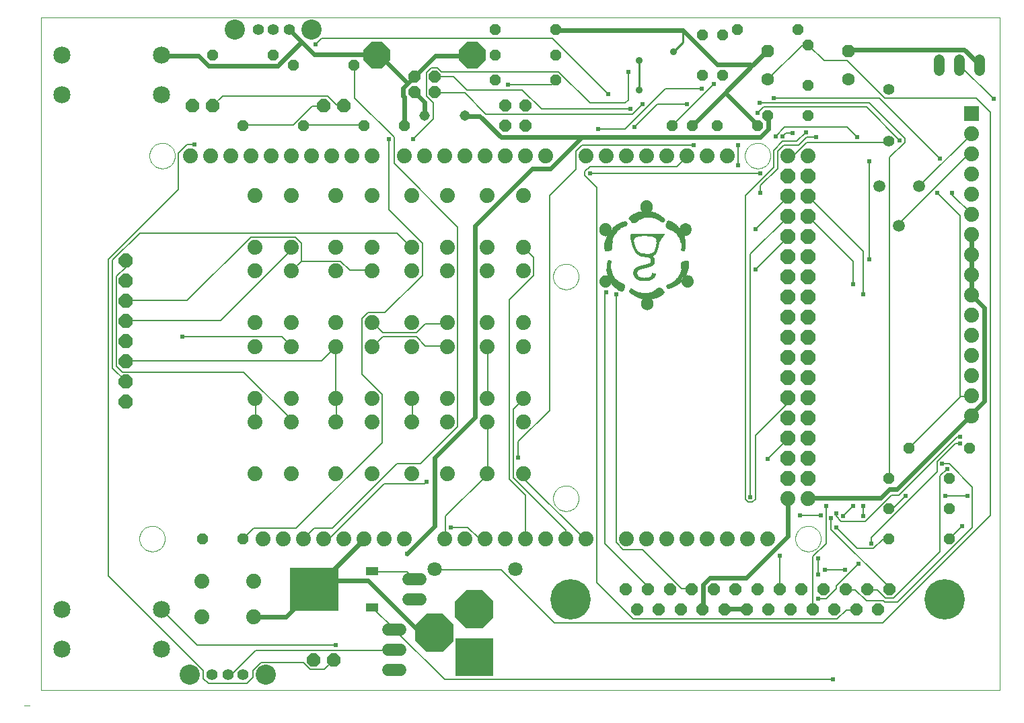
<source format=gbl>
G75*
%MOIN*%
%OFA0B0*%
%FSLAX24Y24*%
%IPPOS*%
%LPD*%
%AMOC8*
5,1,8,0,0,1.08239X$1,22.5*
%
%ADD10C,0.0000*%
%ADD11R,0.0062X0.0002*%
%ADD12R,0.0092X0.0002*%
%ADD13R,0.0116X0.0002*%
%ADD14R,0.0136X0.0002*%
%ADD15R,0.0152X0.0002*%
%ADD16R,0.0168X0.0002*%
%ADD17R,0.0180X0.0002*%
%ADD18R,0.0192X0.0002*%
%ADD19R,0.0204X0.0002*%
%ADD20R,0.0216X0.0002*%
%ADD21R,0.0226X0.0002*%
%ADD22R,0.0236X0.0002*%
%ADD23R,0.0244X0.0002*%
%ADD24R,0.0252X0.0002*%
%ADD25R,0.0262X0.0002*%
%ADD26R,0.0272X0.0002*%
%ADD27R,0.0280X0.0002*%
%ADD28R,0.0284X0.0002*%
%ADD29R,0.0292X0.0002*%
%ADD30R,0.0300X0.0002*%
%ADD31R,0.0308X0.0002*%
%ADD32R,0.0312X0.0002*%
%ADD33R,0.0320X0.0002*%
%ADD34R,0.0328X0.0002*%
%ADD35R,0.0332X0.0002*%
%ADD36R,0.0340X0.0002*%
%ADD37R,0.0344X0.0002*%
%ADD38R,0.0352X0.0002*%
%ADD39R,0.0356X0.0002*%
%ADD40R,0.0360X0.0002*%
%ADD41R,0.0368X0.0002*%
%ADD42R,0.0372X0.0002*%
%ADD43R,0.0376X0.0002*%
%ADD44R,0.0380X0.0002*%
%ADD45R,0.0388X0.0002*%
%ADD46R,0.0392X0.0002*%
%ADD47R,0.0396X0.0002*%
%ADD48R,0.0400X0.0002*%
%ADD49R,0.0404X0.0002*%
%ADD50R,0.0408X0.0002*%
%ADD51R,0.0412X0.0002*%
%ADD52R,0.0416X0.0002*%
%ADD53R,0.0420X0.0002*%
%ADD54R,0.0424X0.0002*%
%ADD55R,0.0428X0.0002*%
%ADD56R,0.0432X0.0002*%
%ADD57R,0.0436X0.0002*%
%ADD58R,0.0440X0.0002*%
%ADD59R,0.0444X0.0002*%
%ADD60R,0.0448X0.0002*%
%ADD61R,0.0452X0.0002*%
%ADD62R,0.0456X0.0002*%
%ADD63R,0.0460X0.0002*%
%ADD64R,0.0464X0.0002*%
%ADD65R,0.0468X0.0002*%
%ADD66R,0.0468X0.0002*%
%ADD67R,0.0472X0.0002*%
%ADD68R,0.0476X0.0002*%
%ADD69R,0.0480X0.0002*%
%ADD70R,0.0484X0.0002*%
%ADD71R,0.0484X0.0002*%
%ADD72R,0.0488X0.0002*%
%ADD73R,0.0492X0.0002*%
%ADD74R,0.0496X0.0002*%
%ADD75R,0.0496X0.0002*%
%ADD76R,0.0500X0.0002*%
%ADD77R,0.0504X0.0002*%
%ADD78R,0.0504X0.0002*%
%ADD79R,0.0508X0.0002*%
%ADD80R,0.0512X0.0002*%
%ADD81R,0.0512X0.0002*%
%ADD82R,0.0516X0.0002*%
%ADD83R,0.0516X0.0002*%
%ADD84R,0.0520X0.0002*%
%ADD85R,0.0524X0.0002*%
%ADD86R,0.0524X0.0002*%
%ADD87R,0.0528X0.0002*%
%ADD88R,0.0528X0.0002*%
%ADD89R,0.0532X0.0002*%
%ADD90R,0.0532X0.0002*%
%ADD91R,0.0536X0.0002*%
%ADD92R,0.0538X0.0002*%
%ADD93R,0.0540X0.0002*%
%ADD94R,0.0542X0.0002*%
%ADD95R,0.0544X0.0002*%
%ADD96R,0.0546X0.0002*%
%ADD97R,0.0548X0.0002*%
%ADD98R,0.0548X0.0002*%
%ADD99R,0.0552X0.0002*%
%ADD100R,0.0552X0.0002*%
%ADD101R,0.0556X0.0002*%
%ADD102R,0.0556X0.0002*%
%ADD103R,0.0560X0.0002*%
%ADD104R,0.0562X0.0002*%
%ADD105R,0.0564X0.0002*%
%ADD106R,0.0564X0.0002*%
%ADD107R,0.0568X0.0002*%
%ADD108R,0.0568X0.0002*%
%ADD109R,0.0572X0.0002*%
%ADD110R,0.0572X0.0002*%
%ADD111R,0.0576X0.0002*%
%ADD112R,0.0576X0.0002*%
%ADD113R,0.0580X0.0002*%
%ADD114R,0.0580X0.0002*%
%ADD115R,0.0584X0.0002*%
%ADD116R,0.0584X0.0002*%
%ADD117R,0.0588X0.0002*%
%ADD118R,0.0588X0.0002*%
%ADD119R,0.0592X0.0002*%
%ADD120R,0.0592X0.0002*%
%ADD121R,0.0596X0.0002*%
%ADD122R,0.0596X0.0002*%
%ADD123R,0.0600X0.0002*%
%ADD124R,0.0600X0.0002*%
%ADD125R,0.0604X0.0002*%
%ADD126R,0.0604X0.0002*%
%ADD127R,0.0602X0.0002*%
%ADD128R,0.0562X0.0002*%
%ADD129R,0.0560X0.0002*%
%ADD130R,0.0544X0.0002*%
%ADD131R,0.0540X0.0002*%
%ADD132R,0.0538X0.0002*%
%ADD133R,0.0536X0.0002*%
%ADD134R,0.0518X0.0002*%
%ADD135R,0.0500X0.0002*%
%ADD136R,0.0492X0.0002*%
%ADD137R,0.0488X0.0002*%
%ADD138R,0.0476X0.0002*%
%ADD139R,0.0472X0.0002*%
%ADD140R,0.0460X0.0002*%
%ADD141R,0.0456X0.0002*%
%ADD142R,0.0452X0.0002*%
%ADD143R,0.0448X0.0002*%
%ADD144R,0.0446X0.0002*%
%ADD145R,0.0442X0.0002*%
%ADD146R,0.0428X0.0002*%
%ADD147R,0.0424X0.0002*%
%ADD148R,0.0414X0.0002*%
%ADD149R,0.0400X0.0002*%
%ADD150R,0.0396X0.0002*%
%ADD151R,0.0392X0.0002*%
%ADD152R,0.0388X0.0002*%
%ADD153R,0.0384X0.0002*%
%ADD154R,0.0376X0.0002*%
%ADD155R,0.0012X0.0002*%
%ADD156R,0.0372X0.0002*%
%ADD157R,0.0034X0.0002*%
%ADD158R,0.0368X0.0002*%
%ADD159R,0.0052X0.0002*%
%ADD160R,0.0026X0.0002*%
%ADD161R,0.0360X0.0002*%
%ADD162R,0.0068X0.0002*%
%ADD163R,0.0044X0.0002*%
%ADD164R,0.0082X0.0002*%
%ADD165R,0.0056X0.0002*%
%ADD166R,0.0352X0.0002*%
%ADD167R,0.0096X0.0002*%
%ADD168R,0.0344X0.0002*%
%ADD169R,0.0112X0.0002*%
%ADD170R,0.0080X0.0002*%
%ADD171R,0.0340X0.0002*%
%ADD172R,0.0124X0.0002*%
%ADD173R,0.0090X0.0002*%
%ADD174R,0.0332X0.0002*%
%ADD175R,0.0102X0.0002*%
%ADD176R,0.0148X0.0002*%
%ADD177R,0.0110X0.0002*%
%ADD178R,0.0320X0.0002*%
%ADD179R,0.0160X0.0002*%
%ADD180R,0.0120X0.0002*%
%ADD181R,0.0316X0.0002*%
%ADD182R,0.0170X0.0002*%
%ADD183R,0.0130X0.0002*%
%ADD184R,0.0308X0.0002*%
%ADD185R,0.0182X0.0002*%
%ADD186R,0.0142X0.0002*%
%ADD187R,0.0300X0.0002*%
%ADD188R,0.0194X0.0002*%
%ADD189R,0.0150X0.0002*%
%ADD190R,0.0288X0.0002*%
%ADD191R,0.0214X0.0002*%
%ADD192R,0.0280X0.0002*%
%ADD193R,0.0224X0.0002*%
%ADD194R,0.0176X0.0002*%
%ADD195R,0.0272X0.0002*%
%ADD196R,0.0234X0.0002*%
%ADD197R,0.0186X0.0002*%
%ADD198R,0.0264X0.0002*%
%ADD199R,0.0246X0.0002*%
%ADD200R,0.0196X0.0002*%
%ADD201R,0.0256X0.0002*%
%ADD202R,0.0254X0.0002*%
%ADD203R,0.0204X0.0002*%
%ADD204R,0.0244X0.0002*%
%ADD205R,0.0266X0.0002*%
%ADD206R,0.0214X0.0002*%
%ADD207R,0.0236X0.0002*%
%ADD208R,0.0274X0.0002*%
%ADD209R,0.0222X0.0002*%
%ADD210R,0.0228X0.0002*%
%ADD211R,0.0284X0.0002*%
%ADD212R,0.0232X0.0002*%
%ADD213R,0.0216X0.0002*%
%ADD214R,0.0294X0.0002*%
%ADD215R,0.0240X0.0002*%
%ADD216R,0.0208X0.0002*%
%ADD217R,0.0302X0.0002*%
%ADD218R,0.0250X0.0002*%
%ADD219R,0.0196X0.0002*%
%ADD220R,0.0314X0.0002*%
%ADD221R,0.0260X0.0002*%
%ADD222R,0.0180X0.0002*%
%ADD223R,0.0324X0.0002*%
%ADD224R,0.0268X0.0002*%
%ADD225R,0.0168X0.0002*%
%ADD226R,0.0334X0.0002*%
%ADD227R,0.0276X0.0002*%
%ADD228R,0.0152X0.0002*%
%ADD229R,0.0342X0.0002*%
%ADD230R,0.0288X0.0002*%
%ADD231R,0.0140X0.0002*%
%ADD232R,0.0296X0.0002*%
%ADD233R,0.0120X0.0002*%
%ADD234R,0.0362X0.0002*%
%ADD235R,0.0306X0.0002*%
%ADD236R,0.0100X0.0002*%
%ADD237R,0.0372X0.0002*%
%ADD238R,0.0316X0.0002*%
%ADD239R,0.0066X0.0002*%
%ADD240R,0.0384X0.0002*%
%ADD241R,0.0326X0.0002*%
%ADD242R,0.0004X0.0002*%
%ADD243R,0.0394X0.0002*%
%ADD244R,0.0338X0.0002*%
%ADD245R,0.0402X0.0002*%
%ADD246R,0.0348X0.0002*%
%ADD247R,0.0358X0.0002*%
%ADD248R,0.0424X0.0002*%
%ADD249R,0.0382X0.0002*%
%ADD250R,0.0450X0.0002*%
%ADD251R,0.0406X0.0002*%
%ADD252R,0.0472X0.0002*%
%ADD253R,0.0438X0.0002*%
%ADD254R,0.0504X0.0002*%
%ADD255R,0.1042X0.0002*%
%ADD256R,0.1052X0.0002*%
%ADD257R,0.1060X0.0002*%
%ADD258R,0.1068X0.0002*%
%ADD259R,0.1076X0.0002*%
%ADD260R,0.1084X0.0002*%
%ADD261R,0.1094X0.0002*%
%ADD262R,0.1102X0.0002*%
%ADD263R,0.1110X0.0002*%
%ADD264R,0.1118X0.0002*%
%ADD265R,0.1126X0.0002*%
%ADD266R,0.1134X0.0002*%
%ADD267R,0.1144X0.0002*%
%ADD268R,0.1152X0.0002*%
%ADD269R,0.1160X0.0002*%
%ADD270R,0.1166X0.0002*%
%ADD271R,0.1174X0.0002*%
%ADD272R,0.1182X0.0002*%
%ADD273R,0.1190X0.0002*%
%ADD274R,0.1198X0.0002*%
%ADD275R,0.1206X0.0002*%
%ADD276R,0.1214X0.0002*%
%ADD277R,0.1222X0.0002*%
%ADD278R,0.1230X0.0002*%
%ADD279R,0.1238X0.0002*%
%ADD280R,0.1246X0.0002*%
%ADD281R,0.1250X0.0002*%
%ADD282R,0.1258X0.0002*%
%ADD283R,0.1266X0.0002*%
%ADD284R,0.1274X0.0002*%
%ADD285R,0.1280X0.0002*%
%ADD286R,0.1288X0.0002*%
%ADD287R,0.1294X0.0002*%
%ADD288R,0.1300X0.0002*%
%ADD289R,0.1308X0.0002*%
%ADD290R,0.1316X0.0002*%
%ADD291R,0.1322X0.0002*%
%ADD292R,0.1330X0.0002*%
%ADD293R,0.1336X0.0002*%
%ADD294R,0.1342X0.0002*%
%ADD295R,0.1350X0.0002*%
%ADD296R,0.1356X0.0002*%
%ADD297R,0.1362X0.0002*%
%ADD298R,0.1368X0.0002*%
%ADD299R,0.1376X0.0002*%
%ADD300R,0.1380X0.0002*%
%ADD301R,0.1388X0.0002*%
%ADD302R,0.1394X0.0002*%
%ADD303R,0.1402X0.0002*%
%ADD304R,0.1406X0.0002*%
%ADD305R,0.1414X0.0002*%
%ADD306R,0.1420X0.0002*%
%ADD307R,0.1424X0.0002*%
%ADD308R,0.1432X0.0002*%
%ADD309R,0.1438X0.0002*%
%ADD310R,0.1442X0.0002*%
%ADD311R,0.1450X0.0002*%
%ADD312R,0.1454X0.0002*%
%ADD313R,0.1460X0.0002*%
%ADD314R,0.1468X0.0002*%
%ADD315R,0.1472X0.0002*%
%ADD316R,0.1478X0.0002*%
%ADD317R,0.1482X0.0002*%
%ADD318R,0.1490X0.0002*%
%ADD319R,0.1494X0.0002*%
%ADD320R,0.1500X0.0002*%
%ADD321R,0.1504X0.0002*%
%ADD322R,0.1510X0.0002*%
%ADD323R,0.1516X0.0002*%
%ADD324R,0.1522X0.0002*%
%ADD325R,0.1526X0.0002*%
%ADD326R,0.1532X0.0002*%
%ADD327R,0.1536X0.0002*%
%ADD328R,0.1542X0.0002*%
%ADD329R,0.1546X0.0002*%
%ADD330R,0.1550X0.0002*%
%ADD331R,0.1556X0.0002*%
%ADD332R,0.1560X0.0002*%
%ADD333R,0.1566X0.0002*%
%ADD334R,0.1570X0.0002*%
%ADD335R,0.1574X0.0002*%
%ADD336R,0.1580X0.0002*%
%ADD337R,0.1584X0.0002*%
%ADD338R,0.1588X0.0002*%
%ADD339R,0.1594X0.0002*%
%ADD340R,0.1598X0.0002*%
%ADD341R,0.1600X0.0002*%
%ADD342R,0.1606X0.0002*%
%ADD343R,0.1610X0.0002*%
%ADD344R,0.1614X0.0002*%
%ADD345R,0.1618X0.0002*%
%ADD346R,0.1622X0.0002*%
%ADD347R,0.1626X0.0002*%
%ADD348R,0.0674X0.0002*%
%ADD349R,0.0822X0.0002*%
%ADD350R,0.0644X0.0002*%
%ADD351R,0.0804X0.0002*%
%ADD352R,0.0620X0.0002*%
%ADD353R,0.0786X0.0002*%
%ADD354R,0.0602X0.0002*%
%ADD355R,0.0776X0.0002*%
%ADD356R,0.0584X0.0002*%
%ADD357R,0.0764X0.0002*%
%ADD358R,0.0570X0.0002*%
%ADD359R,0.0754X0.0002*%
%ADD360R,0.0558X0.0002*%
%ADD361R,0.0746X0.0002*%
%ADD362R,0.0738X0.0002*%
%ADD363R,0.0732X0.0002*%
%ADD364R,0.0526X0.0002*%
%ADD365R,0.0724X0.0002*%
%ADD366R,0.0718X0.0002*%
%ADD367R,0.0710X0.0002*%
%ADD368R,0.0704X0.0002*%
%ADD369R,0.0492X0.0002*%
%ADD370R,0.0698X0.0002*%
%ADD371R,0.0486X0.0002*%
%ADD372R,0.0694X0.0002*%
%ADD373R,0.0480X0.0002*%
%ADD374R,0.0688X0.0002*%
%ADD375R,0.0472X0.0002*%
%ADD376R,0.0684X0.0002*%
%ADD377R,0.0466X0.0002*%
%ADD378R,0.0678X0.0002*%
%ADD379R,0.0672X0.0002*%
%ADD380R,0.0454X0.0002*%
%ADD381R,0.0670X0.0002*%
%ADD382R,0.0450X0.0002*%
%ADD383R,0.0664X0.0002*%
%ADD384R,0.0660X0.0002*%
%ADD385R,0.0654X0.0002*%
%ADD386R,0.0434X0.0002*%
%ADD387R,0.0650X0.0002*%
%ADD388R,0.0430X0.0002*%
%ADD389R,0.0646X0.0002*%
%ADD390R,0.0424X0.0002*%
%ADD391R,0.0642X0.0002*%
%ADD392R,0.0638X0.0002*%
%ADD393R,0.0416X0.0002*%
%ADD394R,0.0634X0.0002*%
%ADD395R,0.0412X0.0002*%
%ADD396R,0.0628X0.0002*%
%ADD397R,0.0408X0.0002*%
%ADD398R,0.0624X0.0002*%
%ADD399R,0.0402X0.0002*%
%ADD400R,0.0620X0.0002*%
%ADD401R,0.0398X0.0002*%
%ADD402R,0.0616X0.0002*%
%ADD403R,0.0612X0.0002*%
%ADD404R,0.0390X0.0002*%
%ADD405R,0.0606X0.0002*%
%ADD406R,0.0386X0.0002*%
%ADD407R,0.0602X0.0002*%
%ADD408R,0.0384X0.0002*%
%ADD409R,0.0598X0.0002*%
%ADD410R,0.0378X0.0002*%
%ADD411R,0.0594X0.0002*%
%ADD412R,0.0372X0.0002*%
%ADD413R,0.0586X0.0002*%
%ADD414R,0.0366X0.0002*%
%ADD415R,0.0570X0.0002*%
%ADD416R,0.0566X0.0002*%
%ADD417R,0.0354X0.0002*%
%ADD418R,0.0350X0.0002*%
%ADD419R,0.0550X0.0002*%
%ADD420R,0.0336X0.0002*%
%ADD421R,0.0044X0.0002*%
%ADD422R,0.0332X0.0002*%
%ADD423R,0.0532X0.0002*%
%ADD424R,0.0062X0.0002*%
%ADD425R,0.0330X0.0002*%
%ADD426R,0.0074X0.0002*%
%ADD427R,0.0522X0.0002*%
%ADD428R,0.0088X0.0002*%
%ADD429R,0.0322X0.0002*%
%ADD430R,0.0518X0.0002*%
%ADD431R,0.0098X0.0002*%
%ADD432R,0.0318X0.0002*%
%ADD433R,0.0514X0.0002*%
%ADD434R,0.0108X0.0002*%
%ADD435R,0.0314X0.0002*%
%ADD436R,0.0116X0.0002*%
%ADD437R,0.0312X0.0002*%
%ADD438R,0.0506X0.0002*%
%ADD439R,0.0122X0.0002*%
%ADD440R,0.0130X0.0002*%
%ADD441R,0.0304X0.0002*%
%ADD442R,0.0138X0.0002*%
%ADD443R,0.0490X0.0002*%
%ADD444R,0.0142X0.0002*%
%ADD445R,0.0296X0.0002*%
%ADD446R,0.0150X0.0002*%
%ADD447R,0.0294X0.0002*%
%ADD448R,0.0482X0.0002*%
%ADD449R,0.0156X0.0002*%
%ADD450R,0.0290X0.0002*%
%ADD451R,0.0478X0.0002*%
%ADD452R,0.0160X0.0002*%
%ADD453R,0.0286X0.0002*%
%ADD454R,0.0474X0.0002*%
%ADD455R,0.0166X0.0002*%
%ADD456R,0.0282X0.0002*%
%ADD457R,0.0470X0.0002*%
%ADD458R,0.0172X0.0002*%
%ADD459R,0.0278X0.0002*%
%ADD460R,0.0178X0.0002*%
%ADD461R,0.0182X0.0002*%
%ADD462R,0.0268X0.0002*%
%ADD463R,0.0188X0.0002*%
%ADD464R,0.0452X0.0002*%
%ADD465R,0.0192X0.0002*%
%ADD466R,0.0260X0.0002*%
%ADD467R,0.0198X0.0002*%
%ADD468R,0.0442X0.0002*%
%ADD469R,0.0202X0.0002*%
%ADD470R,0.0252X0.0002*%
%ADD471R,0.0440X0.0002*%
%ADD472R,0.0434X0.0002*%
%ADD473R,0.0212X0.0002*%
%ADD474R,0.0244X0.0002*%
%ADD475R,0.0238X0.0002*%
%ADD476R,0.0222X0.0002*%
%ADD477R,0.0422X0.0002*%
%ADD478R,0.0226X0.0002*%
%ADD479R,0.0230X0.0002*%
%ADD480R,0.0418X0.0002*%
%ADD481R,0.0232X0.0002*%
%ADD482R,0.0228X0.0002*%
%ADD483R,0.0412X0.0002*%
%ADD484R,0.0234X0.0002*%
%ADD485R,0.0240X0.0002*%
%ADD486R,0.0220X0.0002*%
%ADD487R,0.0404X0.0002*%
%ADD488R,0.0214X0.0002*%
%ADD489R,0.0248X0.0002*%
%ADD490R,0.0212X0.0002*%
%ADD491R,0.0390X0.0002*%
%ADD492R,0.0258X0.0002*%
%ADD493R,0.0202X0.0002*%
%ADD494R,0.0200X0.0002*%
%ADD495R,0.0266X0.0002*%
%ADD496R,0.0270X0.0002*%
%ADD497R,0.0374X0.0002*%
%ADD498R,0.0182X0.0002*%
%ADD499R,0.0364X0.0002*%
%ADD500R,0.0362X0.0002*%
%ADD501R,0.0174X0.0002*%
%ADD502R,0.0290X0.0002*%
%ADD503R,0.0170X0.0002*%
%ADD504R,0.0352X0.0002*%
%ADD505R,0.0348X0.0002*%
%ADD506R,0.0298X0.0002*%
%ADD507R,0.0162X0.0002*%
%ADD508R,0.0342X0.0002*%
%ADD509R,0.0302X0.0002*%
%ADD510R,0.0158X0.0002*%
%ADD511R,0.0338X0.0002*%
%ADD512R,0.0154X0.0002*%
%ADD513R,0.0336X0.0002*%
%ADD514R,0.0310X0.0002*%
%ADD515R,0.0314X0.0002*%
%ADD516R,0.0144X0.0002*%
%ADD517R,0.0318X0.0002*%
%ADD518R,0.0322X0.0002*%
%ADD519R,0.0134X0.0002*%
%ADD520R,0.0312X0.0002*%
%ADD521R,0.0126X0.0002*%
%ADD522R,0.0306X0.0002*%
%ADD523R,0.0302X0.0002*%
%ADD524R,0.0112X0.0002*%
%ADD525R,0.0108X0.0002*%
%ADD526R,0.0294X0.0002*%
%ADD527R,0.0344X0.0002*%
%ADD528R,0.0102X0.0002*%
%ADD529R,0.0284X0.0002*%
%ADD530R,0.0086X0.0002*%
%ADD531R,0.0080X0.0002*%
%ADD532R,0.0358X0.0002*%
%ADD533R,0.0070X0.0002*%
%ADD534R,0.0362X0.0002*%
%ADD535R,0.0060X0.0002*%
%ADD536R,0.0364X0.0002*%
%ADD537R,0.0048X0.0002*%
%ADD538R,0.0370X0.0002*%
%ADD539R,0.0250X0.0002*%
%ADD540R,0.0246X0.0002*%
%ADD541R,0.0238X0.0002*%
%ADD542R,0.0234X0.0002*%
%ADD543R,0.0394X0.0002*%
%ADD544R,0.0218X0.0002*%
%ADD545R,0.0028X0.0002*%
%ADD546R,0.0208X0.0002*%
%ADD547R,0.0062X0.0002*%
%ADD548R,0.0200X0.0002*%
%ADD549R,0.0406X0.0002*%
%ADD550R,0.0098X0.0002*%
%ADD551R,0.0410X0.0002*%
%ADD552R,0.0190X0.0002*%
%ADD553R,0.0112X0.0002*%
%ADD554R,0.0124X0.0002*%
%ADD555R,0.0146X0.0002*%
%ADD556R,0.0164X0.0002*%
%ADD557R,0.0426X0.0002*%
%ADD558R,0.0156X0.0002*%
%ADD559R,0.0162X0.0002*%
%ADD560R,0.0172X0.0002*%
%ADD561R,0.0430X0.0002*%
%ADD562R,0.0144X0.0002*%
%ADD563R,0.0436X0.0002*%
%ADD564R,0.0438X0.0002*%
%ADD565R,0.0128X0.0002*%
%ADD566R,0.0192X0.0002*%
%ADD567R,0.0206X0.0002*%
%ADD568R,0.0446X0.0002*%
%ADD569R,0.0102X0.0002*%
%ADD570R,0.0092X0.0002*%
%ADD571R,0.0218X0.0002*%
%ADD572R,0.0064X0.0002*%
%ADD573R,0.0232X0.0002*%
%ADD574R,0.0458X0.0002*%
%ADD575R,0.0030X0.0002*%
%ADD576R,0.0462X0.0002*%
%ADD577R,0.0252X0.0002*%
%ADD578R,0.0264X0.0002*%
%ADD579R,0.0474X0.0002*%
%ADD580R,0.0276X0.0002*%
%ADD581R,0.0482X0.0002*%
%ADD582R,0.0292X0.0002*%
%ADD583R,0.0062X0.0002*%
%ADD584R,0.0092X0.0002*%
%ADD585R,0.0302X0.0002*%
%ADD586R,0.0114X0.0002*%
%ADD587R,0.0492X0.0002*%
%ADD588R,0.0310X0.0002*%
%ADD589R,0.0134X0.0002*%
%ADD590R,0.0494X0.0002*%
%ADD591R,0.0076X0.0002*%
%ADD592R,0.0148X0.0002*%
%ADD593R,0.0162X0.0002*%
%ADD594R,0.0498X0.0002*%
%ADD595R,0.0324X0.0002*%
%ADD596R,0.0328X0.0002*%
%ADD597R,0.0140X0.0002*%
%ADD598R,0.0190X0.0002*%
%ADD599R,0.0506X0.0002*%
%ADD600R,0.0210X0.0002*%
%ADD601R,0.0508X0.0002*%
%ADD602R,0.0184X0.0002*%
%ADD603R,0.0220X0.0002*%
%ADD604R,0.0510X0.0002*%
%ADD605R,0.0514X0.0002*%
%ADD606R,0.0366X0.0002*%
%ADD607R,0.0258X0.0002*%
%ADD608R,0.0520X0.0002*%
%ADD609R,0.0370X0.0002*%
%ADD610R,0.0522X0.0002*%
%ADD611R,0.0374X0.0002*%
%ADD612R,0.0272X0.0002*%
%ADD613R,0.0380X0.0002*%
%ADD614R,0.0530X0.0002*%
%ADD615R,0.0392X0.0002*%
%ADD616R,0.0534X0.0002*%
%ADD617R,0.0292X0.0002*%
%ADD618R,0.0410X0.0002*%
%ADD619R,0.0304X0.0002*%
%ADD620R,0.0326X0.0002*%
%ADD621R,0.0414X0.0002*%
%ADD622R,0.0334X0.0002*%
%ADD623R,0.0542X0.0002*%
%ADD624R,0.0418X0.0002*%
%ADD625R,0.0422X0.0002*%
%ADD626R,0.0324X0.0002*%
%ADD627R,0.0426X0.0002*%
%ADD628R,0.0330X0.0002*%
%ADD629R,0.0354X0.0002*%
%ADD630R,0.0434X0.0002*%
%ADD631R,0.0552X0.0002*%
%ADD632R,0.0552X0.0002*%
%ADD633R,0.0554X0.0002*%
%ADD634R,0.0374X0.0002*%
%ADD635R,0.0378X0.0002*%
%ADD636R,0.0558X0.0002*%
%ADD637R,0.0454X0.0002*%
%ADD638R,0.0458X0.0002*%
%ADD639R,0.0394X0.0002*%
%ADD640R,0.0562X0.0002*%
%ADD641R,0.0462X0.0002*%
%ADD642R,0.0566X0.0002*%
%ADD643R,0.0470X0.0002*%
%ADD644R,0.0414X0.0002*%
%ADD645R,0.0482X0.0002*%
%ADD646R,0.0484X0.0002*%
%ADD647R,0.0574X0.0002*%
%ADD648R,0.0420X0.0002*%
%ADD649R,0.0434X0.0002*%
%ADD650R,0.0574X0.0002*%
%ADD651R,0.0490X0.0002*%
%ADD652R,0.0432X0.0002*%
%ADD653R,0.0578X0.0002*%
%ADD654R,0.0578X0.0002*%
%ADD655R,0.0502X0.0002*%
%ADD656R,0.0502X0.0002*%
%ADD657R,0.0582X0.0002*%
%ADD658R,0.0582X0.0002*%
%ADD659R,0.0474X0.0002*%
%ADD660R,0.0504X0.0002*%
%ADD661R,0.0478X0.0002*%
%ADD662R,0.0582X0.0002*%
%ADD663R,0.0482X0.0002*%
%ADD664R,0.0486X0.0002*%
%ADD665R,0.0584X0.0002*%
%ADD666R,0.0494X0.0002*%
%ADD667R,0.0502X0.0002*%
%ADD668R,0.0498X0.0002*%
%ADD669R,0.0582X0.0002*%
%ADD670R,0.0510X0.0002*%
%ADD671R,0.0514X0.0002*%
%ADD672R,0.0514X0.0002*%
%ADD673R,0.0522X0.0002*%
%ADD674R,0.0526X0.0002*%
%ADD675R,0.0572X0.0002*%
%ADD676R,0.0530X0.0002*%
%ADD677R,0.0532X0.0002*%
%ADD678R,0.0464X0.0002*%
%ADD679R,0.0534X0.0002*%
%ADD680R,0.0534X0.0002*%
%ADD681R,0.0452X0.0002*%
%ADD682R,0.0542X0.0002*%
%ADD683R,0.0554X0.0002*%
%ADD684R,0.0444X0.0002*%
%ADD685R,0.0546X0.0002*%
%ADD686R,0.0550X0.0002*%
%ADD687R,0.0534X0.0002*%
%ADD688R,0.0572X0.0002*%
%ADD689R,0.0574X0.0002*%
%ADD690R,0.0402X0.0002*%
%ADD691R,0.0398X0.0002*%
%ADD692R,0.0432X0.0002*%
%ADD693R,0.0386X0.0002*%
%ADD694R,0.0414X0.0002*%
%ADD695R,0.0586X0.0002*%
%ADD696R,0.0362X0.0002*%
%ADD697R,0.0354X0.0002*%
%ADD698R,0.0346X0.0002*%
%ADD699R,0.0352X0.0002*%
%ADD700R,0.0350X0.0002*%
%ADD701R,0.0346X0.0002*%
%ADD702R,0.0334X0.0002*%
%ADD703R,0.0314X0.0002*%
%ADD704R,0.0096X0.0002*%
%ADD705R,0.0304X0.0002*%
%ADD706R,0.0174X0.0002*%
%ADD707R,0.0294X0.0002*%
%ADD708R,0.0298X0.0002*%
%ADD709R,0.0292X0.0002*%
%ADD710R,0.0282X0.0002*%
%ADD711R,0.0286X0.0002*%
%ADD712R,0.0284X0.0002*%
%ADD713R,0.0272X0.0002*%
%ADD714R,0.0512X0.0002*%
%ADD715R,0.0524X0.0002*%
%ADD716R,0.0282X0.0002*%
%ADD717R,0.0278X0.0002*%
%ADD718R,0.0264X0.0002*%
%ADD719R,0.0564X0.0002*%
%ADD720R,0.0574X0.0002*%
%ADD721R,0.0262X0.0002*%
%ADD722R,0.0274X0.0002*%
%ADD723R,0.0256X0.0002*%
%ADD724R,0.0254X0.0002*%
%ADD725R,0.0270X0.0002*%
%ADD726R,0.0628X0.0002*%
%ADD727R,0.0636X0.0002*%
%ADD728R,0.0648X0.0002*%
%ADD729R,0.0656X0.0002*%
%ADD730R,0.0264X0.0002*%
%ADD731R,0.0664X0.0002*%
%ADD732R,0.0672X0.0002*%
%ADD733R,0.0554X0.0002*%
%ADD734R,0.0680X0.0002*%
%ADD735R,0.0242X0.0002*%
%ADD736R,0.0688X0.0002*%
%ADD737R,0.0706X0.0002*%
%ADD738R,0.0712X0.0002*%
%ADD739R,0.0720X0.0002*%
%ADD740R,0.0728X0.0002*%
%ADD741R,0.0734X0.0002*%
%ADD742R,0.0252X0.0002*%
%ADD743R,0.0742X0.0002*%
%ADD744R,0.0750X0.0002*%
%ADD745R,0.0230X0.0002*%
%ADD746R,0.0762X0.0002*%
%ADD747R,0.0770X0.0002*%
%ADD748R,0.0774X0.0002*%
%ADD749R,0.0782X0.0002*%
%ADD750R,0.0224X0.0002*%
%ADD751R,0.0786X0.0002*%
%ADD752R,0.0242X0.0002*%
%ADD753R,0.0792X0.0002*%
%ADD754R,0.0798X0.0002*%
%ADD755R,0.0242X0.0002*%
%ADD756R,0.0224X0.0002*%
%ADD757R,0.0810X0.0002*%
%ADD758R,0.0222X0.0002*%
%ADD759R,0.0816X0.0002*%
%ADD760R,0.0820X0.0002*%
%ADD761R,0.0824X0.0002*%
%ADD762R,0.0832X0.0002*%
%ADD763R,0.0836X0.0002*%
%ADD764R,0.0840X0.0002*%
%ADD765R,0.0846X0.0002*%
%ADD766R,0.0234X0.0002*%
%ADD767R,0.0850X0.0002*%
%ADD768R,0.0856X0.0002*%
%ADD769R,0.0860X0.0002*%
%ADD770R,0.0494X0.0002*%
%ADD771R,0.0864X0.0002*%
%ADD772R,0.0870X0.0002*%
%ADD773R,0.0874X0.0002*%
%ADD774R,0.0502X0.0002*%
%ADD775R,0.0878X0.0002*%
%ADD776R,0.0882X0.0002*%
%ADD777R,0.0002X0.0002*%
%ADD778R,0.0494X0.0002*%
%ADD779R,0.0212X0.0002*%
%ADD780R,0.0356X0.0002*%
%ADD781R,0.0322X0.0002*%
%ADD782R,0.0212X0.0002*%
%ADD783R,0.0282X0.0002*%
%ADD784R,0.0214X0.0002*%
%ADD785R,0.0224X0.0002*%
%ADD786R,0.0248X0.0002*%
%ADD787R,0.0242X0.0002*%
%ADD788R,0.0394X0.0002*%
%ADD789R,0.0382X0.0002*%
%ADD790R,0.0210X0.0002*%
%ADD791R,0.0206X0.0002*%
%ADD792R,0.0334X0.0002*%
%ADD793R,0.0202X0.0002*%
%ADD794R,0.0202X0.0002*%
%ADD795R,0.0198X0.0002*%
%ADD796R,0.0204X0.0002*%
%ADD797R,0.0194X0.0002*%
%ADD798R,0.0188X0.0002*%
%ADD799R,0.0254X0.0002*%
%ADD800R,0.0186X0.0002*%
%ADD801R,0.0184X0.0002*%
%ADD802R,0.0194X0.0002*%
%ADD803R,0.0262X0.0002*%
%ADD804R,0.0154X0.0002*%
%ADD805R,0.0122X0.0002*%
%ADD806R,0.0182X0.0002*%
%ADD807R,0.0078X0.0002*%
%ADD808R,0.0038X0.0002*%
%ADD809R,0.0178X0.0002*%
%ADD810R,0.0100X0.0002*%
%ADD811R,0.0176X0.0002*%
%ADD812R,0.0028X0.0002*%
%ADD813R,0.0174X0.0002*%
%ADD814R,0.0172X0.0002*%
%ADD815R,0.0184X0.0002*%
%ADD816R,0.0166X0.0002*%
%ADD817R,0.0332X0.0002*%
%ADD818R,0.0146X0.0002*%
%ADD819R,0.0126X0.0002*%
%ADD820R,0.0118X0.0002*%
%ADD821R,0.0078X0.0002*%
%ADD822R,0.0068X0.0002*%
%ADD823R,0.0058X0.0002*%
%ADD824R,0.0040X0.0002*%
%ADD825R,0.0018X0.0002*%
%ADD826R,0.0010X0.0002*%
%ADD827R,0.0172X0.0002*%
%ADD828R,0.0174X0.0002*%
%ADD829R,0.0342X0.0002*%
%ADD830R,0.0342X0.0002*%
%ADD831R,0.0344X0.0002*%
%ADD832R,0.0192X0.0002*%
%ADD833R,0.0194X0.0002*%
%ADD834R,0.0354X0.0002*%
%ADD835R,0.0312X0.0002*%
%ADD836R,0.0374X0.0002*%
%ADD837R,0.0222X0.0002*%
%ADD838R,0.0512X0.0002*%
%ADD839R,0.0524X0.0002*%
%ADD840R,0.0382X0.0002*%
%ADD841R,0.0562X0.0002*%
%ADD842R,0.0542X0.0002*%
%ADD843R,0.0262X0.0002*%
%ADD844R,0.0382X0.0002*%
%ADD845R,0.0204X0.0002*%
%ADD846R,0.0184X0.0002*%
%ADD847R,0.0158X0.0002*%
%ADD848R,0.0110X0.0002*%
%ADD849R,0.0154X0.0002*%
%ADD850R,0.0144X0.0002*%
%ADD851R,0.0102X0.0002*%
%ADD852R,0.0466X0.0002*%
%ADD853R,0.0592X0.0002*%
%ADD854R,0.0610X0.0002*%
%ADD855R,0.0630X0.0002*%
%ADD856R,0.0650X0.0002*%
%ADD857R,0.0658X0.0002*%
%ADD858R,0.0666X0.0002*%
%ADD859R,0.0676X0.0002*%
%ADD860R,0.0684X0.0002*%
%ADD861R,0.0692X0.0002*%
%ADD862R,0.0700X0.0002*%
%ADD863R,0.0708X0.0002*%
%ADD864R,0.0714X0.0002*%
%ADD865R,0.0722X0.0002*%
%ADD866R,0.0736X0.0002*%
%ADD867R,0.0742X0.0002*%
%ADD868R,0.0748X0.0002*%
%ADD869R,0.0760X0.0002*%
%ADD870R,0.0768X0.0002*%
%ADD871R,0.0778X0.0002*%
%ADD872R,0.0784X0.0002*%
%ADD873R,0.0792X0.0002*%
%ADD874R,0.0796X0.0002*%
%ADD875R,0.0802X0.0002*%
%ADD876R,0.0806X0.0002*%
%ADD877R,0.0812X0.0002*%
%ADD878R,0.0818X0.0002*%
%ADD879R,0.0826X0.0002*%
%ADD880R,0.0832X0.0002*%
%ADD881R,0.0836X0.0002*%
%ADD882R,0.0842X0.0002*%
%ADD883R,0.0846X0.0002*%
%ADD884R,0.0850X0.0002*%
%ADD885R,0.0860X0.0002*%
%ADD886R,0.0864X0.0002*%
%ADD887R,0.0870X0.0002*%
%ADD888R,0.0464X0.0002*%
%ADD889R,0.0304X0.0002*%
%ADD890R,0.0164X0.0002*%
%ADD891R,0.0164X0.0002*%
%ADD892R,0.0138X0.0002*%
%ADD893R,0.0164X0.0002*%
%ADD894R,0.0134X0.0002*%
%ADD895R,0.0132X0.0002*%
%ADD896R,0.0132X0.0002*%
%ADD897R,0.0152X0.0002*%
%ADD898R,0.0124X0.0002*%
%ADD899R,0.0144X0.0002*%
%ADD900R,0.0142X0.0002*%
%ADD901R,0.0124X0.0002*%
%ADD902R,0.0122X0.0002*%
%ADD903R,0.0132X0.0002*%
%ADD904R,0.0090X0.0002*%
%ADD905R,0.0128X0.0002*%
%ADD906R,0.0122X0.0002*%
%ADD907R,0.0118X0.0002*%
%ADD908R,0.0114X0.0002*%
%ADD909R,0.0364X0.0002*%
%ADD910R,0.0114X0.0002*%
%ADD911R,0.0112X0.0002*%
%ADD912R,0.0114X0.0002*%
%ADD913R,0.0392X0.0002*%
%ADD914R,0.0402X0.0002*%
%ADD915R,0.0106X0.0002*%
%ADD916R,0.0106X0.0002*%
%ADD917R,0.0104X0.0002*%
%ADD918R,0.0104X0.0002*%
%ADD919R,0.0104X0.0002*%
%ADD920R,0.0404X0.0002*%
%ADD921R,0.0404X0.0002*%
%ADD922R,0.0132X0.0002*%
%ADD923R,0.0134X0.0002*%
%ADD924R,0.0136X0.0002*%
%ADD925R,0.0244X0.0002*%
%ADD926R,0.0142X0.0002*%
%ADD927R,0.0274X0.0002*%
%ADD928R,0.0254X0.0002*%
%ADD929R,0.0454X0.0002*%
%ADD930R,0.0432X0.0002*%
%ADD931R,0.0626X0.0002*%
%ADD932R,0.0642X0.0002*%
%ADD933R,0.0662X0.0002*%
%ADD934R,0.0682X0.0002*%
%ADD935R,0.0706X0.0002*%
%ADD936R,0.0736X0.0002*%
%ADD937R,0.0050X0.0002*%
%ADD938R,0.0002X0.0002*%
%ADD939R,0.0768X0.0002*%
%ADD940R,0.0086X0.0002*%
%ADD941R,0.0006X0.0002*%
%ADD942R,0.1622X0.0002*%
%ADD943R,0.1624X0.0002*%
%ADD944R,0.1626X0.0002*%
%ADD945R,0.1628X0.0002*%
%ADD946R,0.1628X0.0002*%
%ADD947R,0.1630X0.0002*%
%ADD948R,0.1632X0.0002*%
%ADD949R,0.1632X0.0002*%
%ADD950R,0.1634X0.0002*%
%ADD951R,0.1636X0.0002*%
%ADD952R,0.1634X0.0002*%
%ADD953R,0.1638X0.0002*%
%ADD954R,0.1638X0.0002*%
%ADD955R,0.1640X0.0002*%
%ADD956R,0.1640X0.0002*%
%ADD957R,0.1642X0.0002*%
%ADD958R,0.1642X0.0002*%
%ADD959R,0.1642X0.0002*%
%ADD960R,0.1644X0.0002*%
%ADD961R,0.1644X0.0002*%
%ADD962R,0.1646X0.0002*%
%ADD963R,0.1646X0.0002*%
%ADD964R,0.1648X0.0002*%
%ADD965R,0.1648X0.0002*%
%ADD966R,0.0422X0.0002*%
%ADD967R,0.1426X0.0002*%
%ADD968R,0.0462X0.0002*%
%ADD969R,0.0232X0.0002*%
%ADD970R,0.0454X0.0002*%
%ADD971R,0.0522X0.0002*%
%ADD972R,0.0590X0.0002*%
%ADD973R,0.0598X0.0002*%
%ADD974R,0.0606X0.0002*%
%ADD975R,0.0608X0.0002*%
%ADD976R,0.0608X0.0002*%
%ADD977R,0.0610X0.0002*%
%ADD978R,0.0612X0.0002*%
%ADD979R,0.0612X0.0002*%
%ADD980R,0.0614X0.0002*%
%ADD981R,0.0614X0.0002*%
%ADD982R,0.0616X0.0002*%
%ADD983R,0.0618X0.0002*%
%ADD984R,0.0618X0.0002*%
%ADD985R,0.0594X0.0002*%
%ADD986R,0.0602X0.0002*%
%ADD987R,0.0622X0.0002*%
%ADD988R,0.0622X0.0002*%
%ADD989R,0.0624X0.0002*%
%ADD990R,0.0622X0.0002*%
%ADD991R,0.0624X0.0002*%
%ADD992R,0.0624X0.0002*%
%ADD993R,0.0622X0.0002*%
%ADD994R,0.0442X0.0002*%
%ADD995R,0.0614X0.0002*%
%ADD996R,0.0594X0.0002*%
%ADD997R,0.0592X0.0002*%
%ADD998R,0.0590X0.0002*%
%ADD999R,0.0554X0.0002*%
%ADD1000R,0.0484X0.0002*%
%ADD1001R,0.0058X0.0002*%
%ADD1002R,0.0088X0.0002*%
%ADD1003R,0.0048X0.0002*%
%ADD1004R,0.0384X0.0002*%
%ADD1005R,0.0018X0.0002*%
%ADD1006R,0.0092X0.0002*%
%ADD1007R,0.0014X0.0002*%
%ADD1008R,0.0040X0.0002*%
%ADD1009R,0.0054X0.0002*%
%ADD1010R,0.0066X0.0002*%
%ADD1011R,0.0074X0.0002*%
%ADD1012R,0.0082X0.0002*%
%ADD1013R,0.0036X0.0002*%
%ADD1014R,0.0162X0.0002*%
%ADD1015R,0.0036X0.0002*%
%ADD1016R,0.0412X0.0002*%
%ADD1017R,0.0632X0.0002*%
%ADD1018R,0.0636X0.0002*%
%ADD1019R,0.0422X0.0002*%
%ADD1020R,0.0640X0.0002*%
%ADD1021R,0.0652X0.0002*%
%ADD1022R,0.0656X0.0002*%
%ADD1023R,0.0668X0.0002*%
%ADD1024R,0.0674X0.0002*%
%ADD1025R,0.0690X0.0002*%
%ADD1026R,0.0704X0.0002*%
%ADD1027R,0.0716X0.0002*%
%ADD1028R,0.0722X0.0002*%
%ADD1029R,0.0728X0.0002*%
%ADD1030R,0.0734X0.0002*%
%ADD1031R,0.0740X0.0002*%
%ADD1032R,0.0748X0.0002*%
%ADD1033R,0.0754X0.0002*%
%ADD1034R,0.0764X0.0002*%
%ADD1035R,0.0772X0.0002*%
%ADD1036R,0.0792X0.0002*%
%ADD1037R,0.0820X0.0002*%
%ADD1038R,0.0662X0.0002*%
%ADD1039R,0.0840X0.0002*%
%ADD1040R,0.0698X0.0002*%
%ADD1041R,0.0904X0.0002*%
%ADD1042R,0.0758X0.0002*%
%ADD1043R,0.1658X0.0002*%
%ADD1044R,0.1654X0.0002*%
%ADD1045R,0.1652X0.0002*%
%ADD1046R,0.1634X0.0002*%
%ADD1047R,0.1622X0.0002*%
%ADD1048R,0.1618X0.0002*%
%ADD1049R,0.1612X0.0002*%
%ADD1050R,0.1608X0.0002*%
%ADD1051R,0.1602X0.0002*%
%ADD1052R,0.1594X0.0002*%
%ADD1053R,0.1588X0.0002*%
%ADD1054R,0.1584X0.0002*%
%ADD1055R,0.1578X0.0002*%
%ADD1056R,0.1570X0.0002*%
%ADD1057R,0.1564X0.0002*%
%ADD1058R,0.1560X0.0002*%
%ADD1059R,0.1554X0.0002*%
%ADD1060R,0.1544X0.0002*%
%ADD1061R,0.1540X0.0002*%
%ADD1062R,0.1534X0.0002*%
%ADD1063R,0.1528X0.0002*%
%ADD1064R,0.1522X0.0002*%
%ADD1065R,0.1512X0.0002*%
%ADD1066R,0.1506X0.0002*%
%ADD1067R,0.1494X0.0002*%
%ADD1068R,0.1484X0.0002*%
%ADD1069R,0.1476X0.0002*%
%ADD1070R,0.1466X0.0002*%
%ADD1071R,0.1454X0.0002*%
%ADD1072R,0.1448X0.0002*%
%ADD1073R,0.1440X0.0002*%
%ADD1074R,0.1436X0.0002*%
%ADD1075R,0.1428X0.0002*%
%ADD1076R,0.1416X0.0002*%
%ADD1077R,0.1410X0.0002*%
%ADD1078R,0.1402X0.0002*%
%ADD1079R,0.1398X0.0002*%
%ADD1080R,0.1390X0.0002*%
%ADD1081R,0.1384X0.0002*%
%ADD1082R,0.1372X0.0002*%
%ADD1083R,0.1364X0.0002*%
%ADD1084R,0.1358X0.0002*%
%ADD1085R,0.1350X0.0002*%
%ADD1086R,0.1344X0.0002*%
%ADD1087R,0.1338X0.0002*%
%ADD1088R,0.1330X0.0002*%
%ADD1089R,0.1322X0.0002*%
%ADD1090R,0.1316X0.0002*%
%ADD1091R,0.1310X0.0002*%
%ADD1092R,0.1302X0.0002*%
%ADD1093R,0.1296X0.0002*%
%ADD1094R,0.1288X0.0002*%
%ADD1095R,0.1280X0.0002*%
%ADD1096R,0.1272X0.0002*%
%ADD1097R,0.1264X0.0002*%
%ADD1098R,0.1260X0.0002*%
%ADD1099R,0.1252X0.0002*%
%ADD1100R,0.1244X0.0002*%
%ADD1101R,0.1236X0.0002*%
%ADD1102R,0.1228X0.0002*%
%ADD1103R,0.1220X0.0002*%
%ADD1104R,0.1212X0.0002*%
%ADD1105R,0.1204X0.0002*%
%ADD1106R,0.1196X0.0002*%
%ADD1107R,0.1188X0.0002*%
%ADD1108R,0.1180X0.0002*%
%ADD1109R,0.1172X0.0002*%
%ADD1110R,0.1164X0.0002*%
%ADD1111R,0.1156X0.0002*%
%ADD1112R,0.1148X0.0002*%
%ADD1113R,0.1140X0.0002*%
%ADD1114R,0.1132X0.0002*%
%ADD1115R,0.1124X0.0002*%
%ADD1116R,0.1114X0.0002*%
%ADD1117R,0.1106X0.0002*%
%ADD1118R,0.1098X0.0002*%
%ADD1119R,0.1090X0.0002*%
%ADD1120R,0.1080X0.0002*%
%ADD1121R,0.1072X0.0002*%
%ADD1122R,0.1064X0.0002*%
%ADD1123R,0.0084X0.0002*%
%ADD1124R,0.0014X0.0002*%
%ADD1125R,0.0060X0.0002*%
%ADD1126R,0.0612X0.0002*%
%ADD1127R,0.0614X0.0002*%
%ADD1128OC8,0.0600*%
%ADD1129C,0.2000*%
%ADD1130R,0.0740X0.0740*%
%ADD1131C,0.0740*%
%ADD1132OC8,0.0520*%
%ADD1133C,0.0594*%
%ADD1134OC8,0.0660*%
%ADD1135C,0.0850*%
%ADD1136C,0.0520*%
%ADD1137C,0.0554*%
%ADD1138OC8,0.0740*%
%ADD1139C,0.0560*%
%ADD1140C,0.1000*%
%ADD1141OC8,0.0700*%
%ADD1142OC8,0.0630*%
%ADD1143C,0.0630*%
%ADD1144C,0.0600*%
%ADD1145C,0.0515*%
%ADD1146C,0.0709*%
%ADD1147OC8,0.1900*%
%ADD1148R,0.1900X0.1900*%
%ADD1149OC8,0.0574*%
%ADD1150OC8,0.1306*%
%ADD1151R,0.2441X0.2126*%
%ADD1152R,0.0630X0.0394*%
%ADD1153C,0.0080*%
%ADD1154C,0.0240*%
%ADD1155C,0.0236*%
%ADD1156C,0.0356*%
%ADD1157C,0.0120*%
%ADD1158C,0.0100*%
D10*
X001797Y001892D02*
X001799Y001892D01*
X001799Y001891D02*
X001799Y001895D01*
X001797Y001895D01*
X001797Y001894D01*
X001797Y001893D01*
X001797Y001892D01*
X001800Y001894D02*
X001800Y001892D01*
X001802Y001894D02*
X001802Y001892D01*
X001803Y001892D02*
X001803Y001895D01*
X001802Y001895D01*
X001802Y001894D01*
X001801Y001895D01*
X001800Y001894D01*
X001804Y001894D02*
X001805Y001895D01*
X001807Y001895D01*
X001807Y001896D02*
X001807Y001892D01*
X001805Y001892D01*
X001804Y001893D01*
X001804Y001894D01*
X001808Y001893D02*
X001808Y001892D01*
X001809Y001892D01*
X001809Y001893D01*
X001808Y001893D01*
X001810Y001892D02*
X001812Y001892D01*
X001812Y001893D01*
X001812Y001894D01*
X001812Y001895D01*
X001810Y001895D01*
X001810Y001896D02*
X001810Y001892D01*
X001813Y001893D02*
X001816Y001893D01*
X001816Y001894D01*
X001815Y001895D01*
X001814Y001895D01*
X001813Y001894D01*
X001813Y001893D01*
X001814Y001892D02*
X001815Y001892D01*
X001816Y001893D01*
X001817Y001893D02*
X001818Y001892D01*
X001820Y001892D01*
X001821Y001893D02*
X001821Y001892D01*
X001823Y001892D01*
X001823Y001891D02*
X001823Y001895D01*
X001821Y001895D01*
X001821Y001894D01*
X001821Y001893D01*
X001820Y001895D02*
X001818Y001895D01*
X001817Y001894D01*
X001817Y001893D01*
X001820Y001891D02*
X001820Y001895D01*
X001825Y001895D02*
X001825Y001892D01*
X001826Y001892D02*
X001824Y001892D01*
X001826Y001895D02*
X001825Y001895D01*
X001825Y001896D02*
X001825Y001897D01*
X001828Y001896D02*
X001828Y001892D01*
X001827Y001892D01*
X001828Y001896D02*
X001828Y001896D01*
X001829Y001896D02*
X001832Y001896D01*
X001832Y001892D01*
X001833Y001891D02*
X001836Y001891D01*
X001837Y001892D02*
X001837Y001893D01*
X001837Y001894D01*
X001837Y001895D01*
X001839Y001895D01*
X001839Y001894D01*
X001839Y001893D01*
X001839Y001892D01*
X001837Y001892D01*
X001840Y001892D02*
X001842Y001892D01*
X001843Y001893D01*
X001843Y001894D01*
X001842Y001895D01*
X001840Y001895D01*
X001840Y001891D01*
X001841Y001891D01*
X001842Y001891D01*
X001844Y001893D02*
X001844Y001894D01*
X001845Y001895D01*
X001846Y001895D01*
X001847Y001894D01*
X001847Y001893D01*
X001846Y001892D01*
X001845Y001892D01*
X001844Y001893D01*
X001848Y001892D02*
X001850Y001892D01*
X001850Y001896D01*
X001851Y001894D02*
X001851Y001893D01*
X001854Y001893D01*
X001854Y001894D01*
X001853Y001895D01*
X001852Y001895D01*
X001851Y001894D01*
X001852Y001892D02*
X001853Y001892D01*
X001854Y001893D01*
X001855Y001892D02*
X001856Y001892D01*
X001856Y001896D01*
X001856Y001896D01*
X001857Y001895D02*
X001859Y001895D01*
X001860Y001894D01*
X001860Y001893D01*
X001859Y001892D01*
X001857Y001892D01*
X001857Y001891D02*
X001857Y001895D01*
X001858Y001891D02*
X001857Y001891D01*
X001858Y001891D02*
X001859Y001891D01*
X001861Y001892D02*
X001863Y001892D01*
X001864Y001893D01*
X001863Y001893D01*
X001861Y001893D01*
X001861Y001894D02*
X001861Y001892D01*
X001861Y001894D02*
X001862Y001895D01*
X001863Y001895D01*
X001865Y001896D02*
X001868Y001896D01*
X001868Y001892D01*
X001865Y001892D01*
X001866Y001894D02*
X001868Y001894D01*
X001869Y001896D02*
X001871Y001892D01*
X001872Y001892D02*
X001875Y001892D01*
X001872Y001895D01*
X001872Y001895D01*
X001873Y001896D01*
X001874Y001896D01*
X001875Y001895D01*
X001877Y001896D02*
X001877Y001892D01*
X001876Y001892D02*
X001879Y001892D01*
X001880Y001894D02*
X001882Y001894D01*
X001883Y001894D02*
X001885Y001894D01*
X001886Y001895D01*
X001886Y001895D01*
X001885Y001896D01*
X001884Y001896D01*
X001883Y001895D01*
X001883Y001893D01*
X001884Y001892D01*
X001885Y001892D01*
X001886Y001893D01*
X001887Y001893D02*
X001888Y001892D01*
X001889Y001892D01*
X001890Y001893D01*
X001887Y001895D01*
X001887Y001893D01*
X001887Y001895D02*
X001888Y001896D01*
X001889Y001896D01*
X001890Y001895D01*
X001890Y001893D01*
X001891Y001894D02*
X001893Y001894D01*
X001894Y001894D02*
X001894Y001893D01*
X001895Y001892D01*
X001896Y001892D01*
X001897Y001893D01*
X001897Y001894D02*
X001896Y001895D01*
X001895Y001895D01*
X001894Y001894D01*
X001894Y001896D02*
X001897Y001896D01*
X001897Y001894D01*
X001898Y001892D02*
X001901Y001892D01*
X001902Y001893D02*
X001902Y001892D01*
X001904Y001892D01*
X001904Y001893D01*
X001902Y001895D01*
X001902Y001893D01*
X001901Y001895D02*
X001899Y001896D01*
X001899Y001892D01*
X001902Y001895D02*
X001902Y001896D01*
X001904Y001896D01*
X001904Y001895D01*
X001904Y001893D01*
X001905Y001892D02*
X001908Y001892D01*
X001905Y001895D01*
X001905Y001895D01*
X001906Y001896D01*
X001907Y001896D01*
X001908Y001895D01*
X001909Y001894D02*
X001912Y001894D01*
X001913Y001895D02*
X001914Y001895D01*
X001913Y001895D02*
X001913Y001893D01*
X001913Y001892D01*
X001915Y001895D02*
X001916Y001895D01*
X001917Y001893D01*
X001917Y001892D02*
X001917Y001895D01*
X001918Y001894D02*
X001919Y001895D01*
X001920Y001895D01*
X001921Y001894D01*
X001921Y001893D01*
X001920Y001892D01*
X001919Y001892D01*
X001918Y001893D01*
X001918Y001894D01*
X001922Y001894D02*
X001922Y001893D01*
X001923Y001892D01*
X001925Y001892D01*
X001926Y001892D02*
X001928Y001895D01*
X001929Y001894D02*
X001929Y001893D01*
X001932Y001893D01*
X001932Y001894D01*
X001931Y001895D01*
X001930Y001895D01*
X001929Y001894D01*
X001928Y001892D02*
X001926Y001895D01*
X001925Y001895D02*
X001923Y001895D01*
X001922Y001894D01*
X001925Y001895D02*
X001925Y001891D01*
X001930Y001892D02*
X001931Y001892D01*
X001932Y001893D01*
X001933Y001894D02*
X001936Y001894D01*
X001937Y001895D02*
X001939Y001895D01*
X001939Y001894D01*
X001939Y001893D01*
X001937Y001893D01*
X001937Y001893D01*
X001937Y001892D01*
X001939Y001892D01*
X001940Y001892D02*
X001941Y001893D01*
X001941Y001895D01*
X001942Y001895D02*
X001940Y001895D01*
X001943Y001894D02*
X001943Y001892D01*
X001943Y001894D02*
X001943Y001895D01*
X001945Y001895D01*
X001945Y001892D01*
X001946Y001893D02*
X001949Y001893D01*
X001949Y001894D01*
X001948Y001895D01*
X001947Y001895D01*
X001946Y001894D01*
X001946Y001893D01*
X001947Y001892D02*
X001948Y001892D01*
X001949Y001893D01*
X001950Y001894D02*
X001950Y001892D01*
X001951Y001892D02*
X001951Y001894D01*
X001951Y001895D01*
X001950Y001894D01*
X001951Y001894D02*
X001952Y001895D01*
X001953Y001895D01*
X001953Y001892D01*
X001954Y001892D02*
X001954Y001895D01*
X001957Y001895D02*
X001957Y001893D01*
X001956Y001892D01*
X001954Y001892D01*
X001958Y001892D02*
X001960Y001892D01*
X001960Y001893D01*
X001960Y001894D01*
X001960Y001895D01*
X001958Y001895D01*
X001961Y001894D02*
X001962Y001895D01*
X001963Y001895D01*
X001964Y001894D01*
X001964Y001893D01*
X001963Y001892D01*
X001962Y001892D01*
X001961Y001893D01*
X001961Y001894D01*
X001965Y001895D02*
X001967Y001895D01*
X001968Y001894D01*
X001968Y001893D01*
X001967Y001892D01*
X001965Y001892D01*
X001965Y001896D01*
X001969Y001896D02*
X001971Y001892D01*
X001972Y001893D02*
X001973Y001893D01*
X001974Y001893D01*
X001975Y001894D01*
X001974Y001895D01*
X001972Y001895D01*
X001972Y001893D02*
X001973Y001892D01*
X001975Y001892D01*
X001976Y001892D02*
X001978Y001892D01*
X001979Y001893D01*
X001979Y001894D01*
X001978Y001895D01*
X001976Y001895D01*
X001976Y001896D02*
X001976Y001892D01*
X001980Y001892D02*
X001982Y001892D01*
X001982Y001893D01*
X001982Y001893D01*
X001980Y001893D01*
X001980Y001894D02*
X001980Y001892D01*
X001980Y001894D02*
X001980Y001895D01*
X001982Y001895D01*
X001983Y001894D02*
X001984Y001895D01*
X001985Y001895D01*
X001986Y001894D01*
X001986Y001893D01*
X001985Y001892D01*
X001984Y001892D01*
X001983Y001893D01*
X001983Y001894D01*
X001987Y001892D02*
X001988Y001892D01*
X001988Y001896D01*
X001988Y001896D01*
X001989Y001894D02*
X001989Y001892D01*
X001989Y001894D02*
X001990Y001895D01*
X001992Y001895D01*
X001992Y001892D01*
X001993Y001893D02*
X001993Y001895D01*
X001993Y001893D02*
X001994Y001892D01*
X001994Y001893D01*
X001995Y001892D01*
X001996Y001893D01*
X001996Y001895D01*
X001997Y001894D02*
X001997Y001895D01*
X001999Y001895D01*
X001999Y001894D01*
X001999Y001893D01*
X001999Y001892D01*
X001997Y001892D01*
X001997Y001893D01*
X001997Y001894D01*
X002000Y001893D02*
X002000Y001895D01*
X002001Y001896D01*
X002003Y001896D01*
X002003Y001892D01*
X002001Y001892D01*
X002000Y001893D01*
X002004Y001896D02*
X002007Y001892D01*
X002009Y001892D02*
X002008Y001895D01*
X002011Y001895D02*
X002009Y001892D01*
X002012Y001892D02*
X002014Y001892D01*
X002014Y001893D01*
X002014Y001893D01*
X002012Y001893D01*
X002012Y001894D02*
X002012Y001892D01*
X002012Y001894D02*
X002012Y001895D01*
X002014Y001895D01*
X002015Y001895D02*
X002016Y001895D01*
X002017Y001893D01*
X002017Y001892D02*
X002017Y001895D01*
X002018Y001895D02*
X002018Y001893D01*
X002019Y001892D01*
X002020Y001893D01*
X002020Y001892D01*
X002021Y001893D01*
X002021Y001895D01*
X002022Y001894D02*
X002023Y001895D01*
X002024Y001895D01*
X002025Y001894D01*
X002025Y001893D01*
X002024Y001892D01*
X002023Y001892D01*
X002022Y001893D01*
X002022Y001894D01*
X002026Y001895D02*
X002028Y001895D01*
X002028Y001894D01*
X002028Y001893D01*
X002028Y001892D01*
X002026Y001892D01*
X002026Y001891D02*
X002026Y001895D01*
X002029Y001896D02*
X002032Y001892D01*
X002033Y001893D02*
X002034Y001893D01*
X002035Y001893D01*
X002036Y001894D01*
X002035Y001895D01*
X002033Y001895D01*
X002033Y001893D02*
X002034Y001892D01*
X002036Y001892D01*
X002039Y001892D02*
X002039Y001895D01*
X002040Y001894D02*
X002040Y001893D01*
X002042Y001893D01*
X002042Y001894D01*
X002042Y001895D01*
X002040Y001895D01*
X002040Y001894D01*
X002039Y001893D02*
X002037Y001895D01*
X002037Y001895D01*
X002040Y001892D02*
X002042Y001892D01*
X002042Y001893D01*
X002043Y001893D02*
X002044Y001893D01*
X002045Y001893D01*
X002046Y001894D01*
X002045Y001895D01*
X002043Y001895D01*
X002043Y001893D02*
X002044Y001892D01*
X002046Y001892D01*
X002047Y001893D02*
X002047Y001896D01*
X002050Y001896D02*
X002050Y001893D01*
X002049Y001892D01*
X002048Y001892D01*
X002047Y001893D01*
X002051Y001896D02*
X002053Y001892D01*
X002055Y001892D02*
X002055Y001892D01*
X002055Y001893D01*
X002055Y001893D01*
X002055Y001892D01*
X002056Y001893D02*
X002057Y001892D01*
X002058Y001892D01*
X002059Y001893D01*
X002059Y001895D01*
X002058Y001896D01*
X002057Y001896D01*
X002056Y001895D01*
X002055Y001894D02*
X002055Y001895D01*
X002055Y001895D01*
X002055Y001894D01*
X002055Y001894D01*
X002027Y001891D02*
X002026Y001891D01*
X002026Y001891D01*
X001879Y001895D02*
X001877Y001896D01*
X001832Y001894D02*
X001831Y001894D01*
X002625Y002680D02*
X002625Y036050D01*
X050117Y036050D01*
X050117Y002680D01*
X002625Y002680D01*
X007495Y010180D02*
X007497Y010230D01*
X007503Y010280D01*
X007513Y010329D01*
X007527Y010377D01*
X007544Y010424D01*
X007565Y010469D01*
X007590Y010513D01*
X007618Y010554D01*
X007650Y010593D01*
X007684Y010630D01*
X007721Y010664D01*
X007761Y010694D01*
X007803Y010721D01*
X007847Y010745D01*
X007893Y010766D01*
X007940Y010782D01*
X007988Y010795D01*
X008038Y010804D01*
X008087Y010809D01*
X008138Y010810D01*
X008188Y010807D01*
X008237Y010800D01*
X008286Y010789D01*
X008334Y010774D01*
X008380Y010756D01*
X008425Y010734D01*
X008468Y010708D01*
X008509Y010679D01*
X008548Y010647D01*
X008584Y010612D01*
X008616Y010574D01*
X008646Y010534D01*
X008673Y010491D01*
X008696Y010447D01*
X008715Y010401D01*
X008731Y010353D01*
X008743Y010304D01*
X008751Y010255D01*
X008755Y010205D01*
X008755Y010155D01*
X008751Y010105D01*
X008743Y010056D01*
X008731Y010007D01*
X008715Y009959D01*
X008696Y009913D01*
X008673Y009869D01*
X008646Y009826D01*
X008616Y009786D01*
X008584Y009748D01*
X008548Y009713D01*
X008509Y009681D01*
X008468Y009652D01*
X008425Y009626D01*
X008380Y009604D01*
X008334Y009586D01*
X008286Y009571D01*
X008237Y009560D01*
X008188Y009553D01*
X008138Y009550D01*
X008087Y009551D01*
X008038Y009556D01*
X007988Y009565D01*
X007940Y009578D01*
X007893Y009594D01*
X007847Y009615D01*
X007803Y009639D01*
X007761Y009666D01*
X007721Y009696D01*
X007684Y009730D01*
X007650Y009767D01*
X007618Y009806D01*
X007590Y009847D01*
X007565Y009891D01*
X007544Y009936D01*
X007527Y009983D01*
X007513Y010031D01*
X007503Y010080D01*
X007497Y010130D01*
X007495Y010180D01*
X027995Y012180D02*
X027997Y012230D01*
X028003Y012280D01*
X028013Y012329D01*
X028027Y012377D01*
X028044Y012424D01*
X028065Y012469D01*
X028090Y012513D01*
X028118Y012554D01*
X028150Y012593D01*
X028184Y012630D01*
X028221Y012664D01*
X028261Y012694D01*
X028303Y012721D01*
X028347Y012745D01*
X028393Y012766D01*
X028440Y012782D01*
X028488Y012795D01*
X028538Y012804D01*
X028587Y012809D01*
X028638Y012810D01*
X028688Y012807D01*
X028737Y012800D01*
X028786Y012789D01*
X028834Y012774D01*
X028880Y012756D01*
X028925Y012734D01*
X028968Y012708D01*
X029009Y012679D01*
X029048Y012647D01*
X029084Y012612D01*
X029116Y012574D01*
X029146Y012534D01*
X029173Y012491D01*
X029196Y012447D01*
X029215Y012401D01*
X029231Y012353D01*
X029243Y012304D01*
X029251Y012255D01*
X029255Y012205D01*
X029255Y012155D01*
X029251Y012105D01*
X029243Y012056D01*
X029231Y012007D01*
X029215Y011959D01*
X029196Y011913D01*
X029173Y011869D01*
X029146Y011826D01*
X029116Y011786D01*
X029084Y011748D01*
X029048Y011713D01*
X029009Y011681D01*
X028968Y011652D01*
X028925Y011626D01*
X028880Y011604D01*
X028834Y011586D01*
X028786Y011571D01*
X028737Y011560D01*
X028688Y011553D01*
X028638Y011550D01*
X028587Y011551D01*
X028538Y011556D01*
X028488Y011565D01*
X028440Y011578D01*
X028393Y011594D01*
X028347Y011615D01*
X028303Y011639D01*
X028261Y011666D01*
X028221Y011696D01*
X028184Y011730D01*
X028150Y011767D01*
X028118Y011806D01*
X028090Y011847D01*
X028065Y011891D01*
X028044Y011936D01*
X028027Y011983D01*
X028013Y012031D01*
X028003Y012080D01*
X027997Y012130D01*
X027995Y012180D01*
X039995Y010180D02*
X039997Y010230D01*
X040003Y010280D01*
X040013Y010329D01*
X040027Y010377D01*
X040044Y010424D01*
X040065Y010469D01*
X040090Y010513D01*
X040118Y010554D01*
X040150Y010593D01*
X040184Y010630D01*
X040221Y010664D01*
X040261Y010694D01*
X040303Y010721D01*
X040347Y010745D01*
X040393Y010766D01*
X040440Y010782D01*
X040488Y010795D01*
X040538Y010804D01*
X040587Y010809D01*
X040638Y010810D01*
X040688Y010807D01*
X040737Y010800D01*
X040786Y010789D01*
X040834Y010774D01*
X040880Y010756D01*
X040925Y010734D01*
X040968Y010708D01*
X041009Y010679D01*
X041048Y010647D01*
X041084Y010612D01*
X041116Y010574D01*
X041146Y010534D01*
X041173Y010491D01*
X041196Y010447D01*
X041215Y010401D01*
X041231Y010353D01*
X041243Y010304D01*
X041251Y010255D01*
X041255Y010205D01*
X041255Y010155D01*
X041251Y010105D01*
X041243Y010056D01*
X041231Y010007D01*
X041215Y009959D01*
X041196Y009913D01*
X041173Y009869D01*
X041146Y009826D01*
X041116Y009786D01*
X041084Y009748D01*
X041048Y009713D01*
X041009Y009681D01*
X040968Y009652D01*
X040925Y009626D01*
X040880Y009604D01*
X040834Y009586D01*
X040786Y009571D01*
X040737Y009560D01*
X040688Y009553D01*
X040638Y009550D01*
X040587Y009551D01*
X040538Y009556D01*
X040488Y009565D01*
X040440Y009578D01*
X040393Y009594D01*
X040347Y009615D01*
X040303Y009639D01*
X040261Y009666D01*
X040221Y009696D01*
X040184Y009730D01*
X040150Y009767D01*
X040118Y009806D01*
X040090Y009847D01*
X040065Y009891D01*
X040044Y009936D01*
X040027Y009983D01*
X040013Y010031D01*
X040003Y010080D01*
X039997Y010130D01*
X039995Y010180D01*
X027995Y023180D02*
X027997Y023230D01*
X028003Y023280D01*
X028013Y023329D01*
X028027Y023377D01*
X028044Y023424D01*
X028065Y023469D01*
X028090Y023513D01*
X028118Y023554D01*
X028150Y023593D01*
X028184Y023630D01*
X028221Y023664D01*
X028261Y023694D01*
X028303Y023721D01*
X028347Y023745D01*
X028393Y023766D01*
X028440Y023782D01*
X028488Y023795D01*
X028538Y023804D01*
X028587Y023809D01*
X028638Y023810D01*
X028688Y023807D01*
X028737Y023800D01*
X028786Y023789D01*
X028834Y023774D01*
X028880Y023756D01*
X028925Y023734D01*
X028968Y023708D01*
X029009Y023679D01*
X029048Y023647D01*
X029084Y023612D01*
X029116Y023574D01*
X029146Y023534D01*
X029173Y023491D01*
X029196Y023447D01*
X029215Y023401D01*
X029231Y023353D01*
X029243Y023304D01*
X029251Y023255D01*
X029255Y023205D01*
X029255Y023155D01*
X029251Y023105D01*
X029243Y023056D01*
X029231Y023007D01*
X029215Y022959D01*
X029196Y022913D01*
X029173Y022869D01*
X029146Y022826D01*
X029116Y022786D01*
X029084Y022748D01*
X029048Y022713D01*
X029009Y022681D01*
X028968Y022652D01*
X028925Y022626D01*
X028880Y022604D01*
X028834Y022586D01*
X028786Y022571D01*
X028737Y022560D01*
X028688Y022553D01*
X028638Y022550D01*
X028587Y022551D01*
X028538Y022556D01*
X028488Y022565D01*
X028440Y022578D01*
X028393Y022594D01*
X028347Y022615D01*
X028303Y022639D01*
X028261Y022666D01*
X028221Y022696D01*
X028184Y022730D01*
X028150Y022767D01*
X028118Y022806D01*
X028090Y022847D01*
X028065Y022891D01*
X028044Y022936D01*
X028027Y022983D01*
X028013Y023031D01*
X028003Y023080D01*
X027997Y023130D01*
X027995Y023180D01*
X037495Y029180D02*
X037497Y029230D01*
X037503Y029280D01*
X037513Y029329D01*
X037527Y029377D01*
X037544Y029424D01*
X037565Y029469D01*
X037590Y029513D01*
X037618Y029554D01*
X037650Y029593D01*
X037684Y029630D01*
X037721Y029664D01*
X037761Y029694D01*
X037803Y029721D01*
X037847Y029745D01*
X037893Y029766D01*
X037940Y029782D01*
X037988Y029795D01*
X038038Y029804D01*
X038087Y029809D01*
X038138Y029810D01*
X038188Y029807D01*
X038237Y029800D01*
X038286Y029789D01*
X038334Y029774D01*
X038380Y029756D01*
X038425Y029734D01*
X038468Y029708D01*
X038509Y029679D01*
X038548Y029647D01*
X038584Y029612D01*
X038616Y029574D01*
X038646Y029534D01*
X038673Y029491D01*
X038696Y029447D01*
X038715Y029401D01*
X038731Y029353D01*
X038743Y029304D01*
X038751Y029255D01*
X038755Y029205D01*
X038755Y029155D01*
X038751Y029105D01*
X038743Y029056D01*
X038731Y029007D01*
X038715Y028959D01*
X038696Y028913D01*
X038673Y028869D01*
X038646Y028826D01*
X038616Y028786D01*
X038584Y028748D01*
X038548Y028713D01*
X038509Y028681D01*
X038468Y028652D01*
X038425Y028626D01*
X038380Y028604D01*
X038334Y028586D01*
X038286Y028571D01*
X038237Y028560D01*
X038188Y028553D01*
X038138Y028550D01*
X038087Y028551D01*
X038038Y028556D01*
X037988Y028565D01*
X037940Y028578D01*
X037893Y028594D01*
X037847Y028615D01*
X037803Y028639D01*
X037761Y028666D01*
X037721Y028696D01*
X037684Y028730D01*
X037650Y028767D01*
X037618Y028806D01*
X037590Y028847D01*
X037565Y028891D01*
X037544Y028936D01*
X037527Y028983D01*
X037513Y029031D01*
X037503Y029080D01*
X037497Y029130D01*
X037495Y029180D01*
X007995Y029180D02*
X007997Y029230D01*
X008003Y029280D01*
X008013Y029329D01*
X008027Y029377D01*
X008044Y029424D01*
X008065Y029469D01*
X008090Y029513D01*
X008118Y029554D01*
X008150Y029593D01*
X008184Y029630D01*
X008221Y029664D01*
X008261Y029694D01*
X008303Y029721D01*
X008347Y029745D01*
X008393Y029766D01*
X008440Y029782D01*
X008488Y029795D01*
X008538Y029804D01*
X008587Y029809D01*
X008638Y029810D01*
X008688Y029807D01*
X008737Y029800D01*
X008786Y029789D01*
X008834Y029774D01*
X008880Y029756D01*
X008925Y029734D01*
X008968Y029708D01*
X009009Y029679D01*
X009048Y029647D01*
X009084Y029612D01*
X009116Y029574D01*
X009146Y029534D01*
X009173Y029491D01*
X009196Y029447D01*
X009215Y029401D01*
X009231Y029353D01*
X009243Y029304D01*
X009251Y029255D01*
X009255Y029205D01*
X009255Y029155D01*
X009251Y029105D01*
X009243Y029056D01*
X009231Y029007D01*
X009215Y028959D01*
X009196Y028913D01*
X009173Y028869D01*
X009146Y028826D01*
X009116Y028786D01*
X009084Y028748D01*
X009048Y028713D01*
X009009Y028681D01*
X008968Y028652D01*
X008925Y028626D01*
X008880Y028604D01*
X008834Y028586D01*
X008786Y028571D01*
X008737Y028560D01*
X008688Y028553D01*
X008638Y028550D01*
X008587Y028551D01*
X008538Y028556D01*
X008488Y028565D01*
X008440Y028578D01*
X008393Y028594D01*
X008347Y028615D01*
X008303Y028639D01*
X008261Y028666D01*
X008221Y028696D01*
X008184Y028730D01*
X008150Y028767D01*
X008118Y028806D01*
X008090Y028847D01*
X008065Y028891D01*
X008044Y028936D01*
X008027Y028983D01*
X008013Y029031D01*
X008003Y029080D01*
X007997Y029130D01*
X007995Y029180D01*
D11*
X031995Y025826D03*
X032649Y021520D03*
D12*
X032650Y021522D03*
D13*
X032650Y021524D03*
X032066Y024500D03*
X032064Y024504D03*
X031958Y024786D03*
X031956Y024794D03*
X031956Y024796D03*
X031954Y024800D03*
X033128Y024570D03*
X033132Y024584D03*
X033132Y024586D03*
X033134Y024594D03*
X033134Y024596D03*
X033136Y024604D03*
X033138Y024610D03*
X033138Y024614D03*
X033140Y024620D03*
X033140Y024624D03*
X033142Y024626D03*
X033142Y024630D03*
X033144Y024636D03*
X033144Y024640D03*
X033146Y024646D03*
X033146Y024650D03*
X033148Y024656D03*
X033148Y024660D03*
X033150Y024666D03*
X033150Y024670D03*
X033152Y024674D03*
X033152Y024676D03*
X033152Y024680D03*
X033154Y024684D03*
X033154Y024686D03*
X033154Y024690D03*
X033156Y024696D03*
D14*
X033178Y024800D03*
X033178Y024804D03*
X033052Y024376D03*
X033050Y024374D03*
X032112Y024434D03*
X032110Y024436D03*
X031930Y024904D03*
X031930Y024906D03*
X031930Y024910D03*
X031928Y024914D03*
X031928Y024916D03*
X032974Y023304D03*
X033262Y022594D03*
X032908Y022074D03*
X032650Y021526D03*
X032636Y026930D03*
D15*
X031554Y025878D03*
X031924Y024972D03*
X033030Y024352D03*
X033190Y024858D03*
X032650Y021528D03*
D16*
X032650Y021530D03*
X032382Y022090D03*
X031886Y022514D03*
X032070Y023264D03*
X032068Y023274D03*
X032068Y023276D03*
X032066Y023280D03*
X032066Y023284D03*
X032066Y023286D03*
X032064Y023294D03*
X032064Y023296D03*
X032064Y023300D03*
X032062Y023310D03*
X032062Y023314D03*
X032062Y023316D03*
X032062Y023320D03*
X032062Y023324D03*
X032062Y023326D03*
X032062Y023330D03*
X032062Y023334D03*
X032062Y023336D03*
X032062Y023340D03*
X032062Y023354D03*
X032062Y023356D03*
X032938Y023914D03*
X032938Y023916D03*
X032938Y023920D03*
X032938Y023950D03*
X032936Y023970D03*
X032934Y023980D03*
X032934Y023984D03*
X032932Y023986D03*
X032932Y023990D03*
X032166Y024374D03*
X031924Y025010D03*
X033198Y024900D03*
X034436Y024480D03*
X034586Y023926D03*
X034644Y023210D03*
X032354Y026366D03*
X032636Y026926D03*
D17*
X034436Y024492D03*
X032932Y023892D03*
X032984Y023268D03*
X032982Y023262D03*
X032980Y023258D03*
X032978Y023252D03*
X032976Y023248D03*
X032092Y023208D03*
X032090Y023212D03*
X032072Y023412D03*
X031888Y022508D03*
X032650Y021532D03*
D18*
X032650Y021534D03*
X032954Y023204D03*
X032924Y023876D03*
X032894Y024070D03*
X032084Y023440D03*
X030780Y023894D03*
X030590Y025200D03*
X030590Y025790D03*
X031930Y025050D03*
X034644Y023206D03*
D19*
X034644Y023204D03*
X032934Y023174D03*
X032910Y023854D03*
X032216Y024336D03*
X033208Y024970D03*
X034440Y024536D03*
X032128Y023160D03*
X030778Y023870D03*
X032000Y025860D03*
X032636Y026920D03*
X032926Y022086D03*
X032650Y021536D03*
D20*
X032650Y021538D03*
X031364Y022478D03*
X030960Y023072D03*
X030956Y023078D03*
X030920Y023128D03*
X030756Y023688D03*
X030756Y023692D03*
X030756Y023698D03*
X030756Y023702D03*
X030756Y023708D03*
X030756Y023712D03*
X030758Y023728D03*
X030758Y023732D03*
X030760Y023748D03*
X030760Y023752D03*
X030762Y023768D03*
X030764Y023782D03*
X030770Y023818D03*
X032228Y024328D03*
X032864Y024102D03*
X032914Y023152D03*
X034644Y023202D03*
X034450Y024672D03*
X034450Y024688D03*
X034450Y024692D03*
X034450Y024698D03*
X034450Y024702D03*
X033210Y024988D03*
X033750Y025888D03*
X032636Y026918D03*
D21*
X033397Y025940D03*
X033753Y025884D03*
X034219Y025290D03*
X034441Y024820D03*
X034441Y024816D03*
X034441Y024814D03*
X034443Y024806D03*
X034443Y024800D03*
X033211Y025000D03*
X032241Y024320D03*
X032855Y024110D03*
X032525Y022960D03*
X033749Y022606D03*
X034261Y023090D03*
X034263Y023094D03*
X034265Y023096D03*
X034271Y023104D03*
X034299Y023140D03*
X034303Y023144D03*
X034305Y023146D03*
X032651Y021540D03*
X030979Y023044D03*
X030977Y023046D03*
X030899Y023154D03*
X030755Y023574D03*
X030755Y023576D03*
X030755Y023580D03*
X030755Y023584D03*
X030755Y023586D03*
X030685Y024454D03*
D22*
X030590Y025208D03*
X030948Y025268D03*
X030996Y025332D03*
X032002Y025872D03*
X032954Y024298D03*
X032870Y023812D03*
X032892Y023132D03*
X032132Y023498D03*
X030990Y023028D03*
X030884Y023172D03*
X030762Y023498D03*
X030762Y023502D03*
X030762Y023508D03*
X030760Y023512D03*
X030760Y023518D03*
X032650Y021542D03*
X034242Y023062D03*
X034326Y023168D03*
X034644Y023198D03*
X034644Y022658D03*
X034432Y024878D03*
X034430Y024888D03*
D23*
X034424Y024916D03*
X034424Y024920D03*
X034168Y025350D03*
X033760Y025876D03*
X032906Y026334D03*
X033214Y025020D03*
X032260Y024310D03*
X032860Y023804D03*
X032138Y023504D03*
X032174Y023124D03*
X031356Y022490D03*
X030998Y023016D03*
X030876Y023180D03*
X030766Y023464D03*
X030766Y023466D03*
X030766Y023470D03*
X030590Y025210D03*
X030928Y025246D03*
X031014Y025360D03*
X031016Y025364D03*
X030590Y025780D03*
X034230Y023044D03*
X034338Y023180D03*
X034644Y023196D03*
X034644Y022660D03*
X032650Y021544D03*
D24*
X032650Y021546D03*
X031354Y022494D03*
X031004Y023006D03*
X030774Y023420D03*
X032854Y023800D03*
X032830Y024126D03*
X032874Y023120D03*
X034350Y023190D03*
X034644Y023194D03*
X034160Y025360D03*
X033390Y025954D03*
D25*
X033387Y025958D03*
X031037Y025398D03*
X030903Y025222D03*
X030781Y023382D03*
X032157Y023518D03*
X032651Y021548D03*
D26*
X032650Y021550D03*
X032200Y023110D03*
X032814Y024134D03*
X034394Y025034D03*
X030790Y023346D03*
X030790Y023344D03*
X030850Y023206D03*
D27*
X030802Y023302D03*
X030800Y023308D03*
X031024Y022978D03*
X032650Y021552D03*
X034374Y023208D03*
X034554Y023902D03*
X034386Y025058D03*
X034384Y025062D03*
X034382Y025068D03*
X034132Y025392D03*
X034568Y025758D03*
X030700Y024468D03*
X030590Y025218D03*
D28*
X030806Y023290D03*
X030808Y023284D03*
X030838Y023216D03*
X031026Y022974D03*
X032210Y023106D03*
X034194Y022986D03*
X034644Y023186D03*
X034644Y022670D03*
X032650Y021554D03*
X034380Y025076D03*
X034378Y025080D03*
X034376Y025086D03*
X034130Y025394D03*
D29*
X034364Y025116D03*
X033774Y025856D03*
X034384Y023214D03*
X034644Y023184D03*
X032650Y022086D03*
X032650Y021556D03*
X030830Y023226D03*
X030824Y023240D03*
D30*
X031034Y022962D03*
X031920Y022448D03*
X032650Y021558D03*
X034392Y023218D03*
X032792Y024142D03*
X034350Y025148D03*
X034118Y025408D03*
X033778Y025852D03*
X032008Y025898D03*
X031506Y025832D03*
X031068Y025452D03*
D31*
X030864Y025194D03*
X030590Y025226D03*
X030590Y025764D03*
X031984Y025134D03*
X032202Y023544D03*
X031924Y022444D03*
X031040Y022956D03*
X032650Y021560D03*
X034546Y023890D03*
X034112Y025414D03*
X034568Y025750D03*
D32*
X034644Y023178D03*
X034644Y022678D03*
X032650Y021562D03*
X030860Y025192D03*
D33*
X031082Y025476D03*
X032010Y025906D03*
X030712Y024484D03*
X030578Y022676D03*
X032528Y022966D03*
X033250Y022526D03*
X034168Y022946D03*
X032794Y023766D03*
X034568Y025746D03*
X032650Y021564D03*
D34*
X032650Y021566D03*
X032650Y022076D03*
X034416Y023236D03*
X034422Y023246D03*
X034424Y023250D03*
X034426Y023254D03*
X034542Y023876D03*
X033216Y025084D03*
X034100Y025426D03*
X033360Y025994D03*
X032636Y026364D03*
X032012Y025910D03*
X030850Y025186D03*
D35*
X032784Y023762D03*
X034450Y023302D03*
X034454Y023312D03*
X032650Y021568D03*
D36*
X032650Y021570D03*
X031942Y022426D03*
X031056Y022934D03*
X030716Y024496D03*
X030590Y025236D03*
X031092Y025494D03*
X030590Y025754D03*
X033216Y025090D03*
X034092Y025434D03*
X033354Y026000D03*
X034540Y023866D03*
X034488Y023406D03*
X034486Y023400D03*
X034484Y023396D03*
X034484Y023394D03*
X034482Y023386D03*
X033788Y022646D03*
D37*
X033790Y022648D03*
X034494Y023428D03*
X034494Y023432D03*
X034496Y023438D03*
X034538Y023862D03*
X032774Y023758D03*
X031058Y022932D03*
X032650Y021572D03*
X030800Y025098D03*
X030804Y025108D03*
X030806Y025112D03*
X030808Y025118D03*
X030810Y025122D03*
X030814Y025132D03*
X030818Y025138D03*
X030824Y025152D03*
X031094Y025498D03*
X034568Y025738D03*
D38*
X033214Y025096D03*
X032014Y025920D03*
X031100Y025506D03*
X030780Y025044D03*
X030774Y025026D03*
X030774Y025024D03*
X030590Y025240D03*
X030590Y025750D03*
X034504Y023476D03*
X034504Y023474D03*
X034644Y023164D03*
X032950Y022116D03*
X032650Y021574D03*
X031330Y022544D03*
D39*
X031328Y022546D03*
X031064Y022924D03*
X032650Y022066D03*
X032650Y021576D03*
X033246Y022510D03*
X034148Y022914D03*
X034644Y022694D03*
X034508Y023494D03*
X034508Y023496D03*
X034510Y023504D03*
X034510Y023506D03*
X034536Y023850D03*
X032010Y025150D03*
X031102Y025510D03*
X030770Y025010D03*
X030768Y025004D03*
X030768Y025000D03*
X030766Y024996D03*
X030766Y024994D03*
X030720Y024510D03*
D40*
X030758Y024962D03*
X030760Y024972D03*
X030762Y024978D03*
X030590Y025242D03*
X032316Y026328D03*
X033338Y026012D03*
X034568Y025732D03*
X034514Y023528D03*
X034512Y023522D03*
X034512Y023518D03*
X034146Y022912D03*
X032760Y023752D03*
X031066Y022922D03*
X032650Y021578D03*
D41*
X032650Y021580D03*
X031964Y022410D03*
X032268Y023090D03*
X032252Y023566D03*
X033244Y022504D03*
X034142Y022906D03*
X034518Y023560D03*
X034518Y023564D03*
X034518Y023566D03*
X031484Y025806D03*
X031108Y025520D03*
X030752Y024934D03*
X030752Y024930D03*
X030750Y024926D03*
X030750Y024924D03*
X030750Y024920D03*
D42*
X030724Y024528D03*
X032750Y024148D03*
X034520Y023588D03*
X034520Y023582D03*
X034140Y022902D03*
X032650Y021582D03*
D43*
X032650Y021584D03*
X031970Y022406D03*
X034138Y022900D03*
X034644Y023154D03*
X034522Y023600D03*
X034522Y023604D03*
X034522Y023606D03*
X034522Y023610D03*
X034532Y023816D03*
X034532Y023820D03*
X034568Y025726D03*
X033800Y025814D03*
X032636Y026874D03*
X031112Y025526D03*
X030744Y024886D03*
X030744Y024884D03*
X030744Y024880D03*
X030724Y024530D03*
D44*
X030726Y024536D03*
X030742Y024864D03*
X030742Y024866D03*
X030590Y025250D03*
X031114Y025530D03*
X031478Y025800D03*
X032018Y025934D03*
X033322Y026024D03*
X033210Y025110D03*
X034568Y025274D03*
X034568Y025724D03*
X034530Y023804D03*
X034524Y023640D03*
X034524Y023636D03*
X034524Y023634D03*
X034524Y023630D03*
X034524Y023626D03*
X034136Y022896D03*
X032784Y023090D03*
X032744Y023746D03*
X032262Y023570D03*
X031322Y022560D03*
X032650Y021586D03*
X030590Y025740D03*
D45*
X030738Y024828D03*
X030738Y024822D03*
X030728Y024548D03*
X032026Y025158D03*
X033316Y026028D03*
X033804Y025808D03*
X034530Y023762D03*
X034530Y023758D03*
X034528Y023732D03*
X034528Y023728D03*
X034528Y023722D03*
X034528Y023718D03*
X034528Y023712D03*
X034528Y023708D03*
X034528Y023702D03*
X034528Y023698D03*
X032650Y021588D03*
X030578Y022702D03*
D46*
X031080Y022904D03*
X032650Y021590D03*
X033804Y025806D03*
D47*
X034062Y025462D03*
X033310Y026032D03*
X030734Y024782D03*
X030734Y024778D03*
X030734Y024772D03*
X030728Y024562D03*
X031082Y022902D03*
X032530Y022972D03*
X033240Y022492D03*
X032650Y021592D03*
D48*
X032650Y021594D03*
X033240Y022490D03*
X034122Y022880D03*
X034644Y023144D03*
X033306Y026034D03*
X032898Y026304D03*
X032636Y026390D03*
X032636Y026864D03*
X031470Y025790D03*
X031122Y025544D03*
X030734Y024754D03*
X030730Y024576D03*
X031084Y022900D03*
D49*
X031316Y022574D03*
X032650Y022046D03*
X032650Y021596D03*
X034644Y022714D03*
X030730Y024590D03*
X030730Y024594D03*
X030730Y024596D03*
X030730Y024600D03*
X030730Y024604D03*
X030590Y025260D03*
X031128Y025550D03*
X030590Y025730D03*
X033808Y025800D03*
D50*
X033300Y026038D03*
X033204Y025122D03*
X030732Y024702D03*
X030732Y024698D03*
X030732Y024692D03*
X030732Y024688D03*
X030732Y024682D03*
X030732Y024678D03*
X030730Y024628D03*
X030730Y024622D03*
X030730Y024618D03*
X030730Y024612D03*
X030590Y025262D03*
X030590Y025728D03*
X030578Y023132D03*
X032650Y021598D03*
X034108Y022868D03*
D51*
X032650Y022044D03*
X032650Y021600D03*
X031314Y022580D03*
X033204Y025124D03*
D52*
X033812Y025792D03*
X034050Y025472D03*
X032636Y026398D03*
X032636Y026858D03*
X031148Y025568D03*
X032724Y024152D03*
X032294Y023582D03*
X031314Y022582D03*
X030578Y023128D03*
X032650Y021602D03*
D53*
X032650Y021604D03*
X032650Y022040D03*
X032386Y022140D03*
X032008Y022384D03*
X031312Y022584D03*
X031092Y022890D03*
X030578Y023126D03*
X032300Y023584D03*
X034084Y022850D03*
X034644Y023134D03*
X034048Y025474D03*
X033814Y025790D03*
X032636Y026400D03*
X032636Y026856D03*
X031158Y025576D03*
D54*
X031168Y025584D03*
X031170Y025586D03*
X032024Y025954D03*
X032636Y026854D03*
X032376Y024286D03*
X030578Y023124D03*
X032650Y021606D03*
X034076Y022844D03*
X034078Y022846D03*
X034644Y022724D03*
D55*
X034066Y022838D03*
X032650Y021608D03*
X031178Y025592D03*
X032636Y026852D03*
X033282Y026048D03*
D56*
X031184Y025596D03*
X032530Y022976D03*
X032650Y022034D03*
X032650Y021610D03*
X034060Y022834D03*
D57*
X034050Y022828D03*
X032952Y022132D03*
X032650Y022032D03*
X032650Y021612D03*
X031100Y022882D03*
X033198Y025132D03*
X033274Y026052D03*
X032636Y026848D03*
X031192Y025602D03*
D58*
X031204Y025610D03*
X031452Y025770D03*
X030590Y025714D03*
X030590Y025276D03*
X032692Y023726D03*
X032024Y022376D03*
X032650Y022030D03*
X032650Y021614D03*
X034044Y022824D03*
X034644Y023124D03*
X033196Y025134D03*
X033270Y026054D03*
X032636Y026846D03*
D59*
X032636Y026844D03*
X033820Y025776D03*
X034036Y025484D03*
X034568Y025306D03*
X034644Y022734D03*
X032650Y021616D03*
X032028Y022374D03*
X031306Y022600D03*
X030578Y022730D03*
D60*
X032650Y021618D03*
X033232Y022468D03*
X034644Y022738D03*
X034644Y023118D03*
X034568Y025308D03*
X032636Y026842D03*
X031222Y025622D03*
D61*
X034644Y023116D03*
X034644Y022740D03*
X032650Y021620D03*
X031304Y022606D03*
D62*
X031302Y022608D03*
X032650Y021622D03*
X034644Y022742D03*
X033824Y025768D03*
X032636Y026418D03*
X032636Y026838D03*
X031444Y025762D03*
D63*
X031252Y025640D03*
X032030Y025970D03*
X032636Y026420D03*
X032636Y026836D03*
X033826Y025766D03*
X032674Y023720D03*
X032950Y022136D03*
X032650Y021624D03*
X034644Y022744D03*
X030578Y022740D03*
D64*
X031110Y022870D03*
X031300Y022614D03*
X032400Y022144D03*
X032650Y022016D03*
X032650Y021626D03*
X033230Y022460D03*
X033846Y022706D03*
X034644Y022746D03*
X034644Y023110D03*
X032066Y025174D03*
X031260Y025644D03*
X031438Y025756D03*
X030590Y025700D03*
X034568Y025680D03*
D65*
X034568Y025678D03*
X031266Y025648D03*
X030590Y025698D03*
X030590Y025292D03*
X030578Y023098D03*
X031112Y022868D03*
X032650Y021628D03*
X033848Y022708D03*
X034644Y022748D03*
D66*
X034644Y022750D03*
X034644Y023106D03*
X033988Y022794D03*
X032650Y022014D03*
X032650Y021630D03*
X034024Y025494D03*
X033828Y025760D03*
X033248Y026064D03*
X032636Y026424D03*
X032032Y025974D03*
X031436Y025754D03*
X032636Y026830D03*
X034568Y025320D03*
D67*
X033830Y025758D03*
X032410Y024278D03*
X031274Y025652D03*
X033984Y022792D03*
X034644Y022752D03*
X032650Y022012D03*
X032650Y021632D03*
D68*
X032650Y021634D03*
X033854Y022714D03*
X034644Y022754D03*
X034644Y022756D03*
X034644Y023100D03*
X032658Y023714D03*
X031296Y022624D03*
X031116Y022864D03*
X032072Y025176D03*
X031282Y025656D03*
X030590Y025694D03*
X030590Y025296D03*
X032636Y026826D03*
X033830Y025756D03*
X034568Y025326D03*
D69*
X034568Y025670D03*
X032636Y026824D03*
X031290Y025660D03*
X033972Y022786D03*
X032650Y022006D03*
X032650Y021636D03*
D70*
X032650Y021638D03*
X032650Y022002D03*
X031294Y022628D03*
X033864Y022722D03*
X031294Y025662D03*
X030590Y025688D03*
X032636Y026822D03*
D71*
X032636Y026434D03*
X031298Y025664D03*
X032418Y024276D03*
X034016Y025500D03*
X033834Y025750D03*
X034644Y023096D03*
X034644Y022760D03*
X032650Y022004D03*
X032650Y021640D03*
X030578Y022756D03*
D72*
X031292Y022632D03*
X032650Y021642D03*
X034644Y022762D03*
X034644Y023092D03*
X033182Y025148D03*
X033834Y025748D03*
X034014Y025502D03*
X032636Y026818D03*
X031418Y025738D03*
X032078Y025178D03*
D73*
X030590Y025306D03*
X030590Y025684D03*
X033874Y022730D03*
X034644Y022766D03*
X034644Y023090D03*
X032650Y021644D03*
D74*
X032650Y021646D03*
X032650Y021994D03*
X032650Y021996D03*
X033224Y022446D03*
X032532Y022984D03*
X034644Y023086D03*
X034644Y022770D03*
X033180Y025150D03*
X032036Y025986D03*
X032636Y026814D03*
X034568Y025340D03*
D75*
X034568Y025658D03*
X033838Y025742D03*
X032636Y026442D03*
X031314Y025672D03*
X031290Y022638D03*
X032650Y021648D03*
X033876Y022732D03*
X034644Y022768D03*
D76*
X034644Y023084D03*
X033882Y022736D03*
X033224Y022444D03*
X032650Y021650D03*
X032074Y022356D03*
X032630Y023704D03*
X034010Y025506D03*
X033838Y025740D03*
X034568Y025344D03*
X032636Y026444D03*
X032636Y026810D03*
D77*
X032636Y026808D03*
X031398Y025722D03*
X033178Y025152D03*
X034008Y025508D03*
X032624Y023702D03*
X031126Y022852D03*
X030578Y022772D03*
X032650Y021988D03*
X032650Y021652D03*
D78*
X032650Y021654D03*
X032650Y021990D03*
X031288Y022644D03*
X032384Y023614D03*
X033896Y022746D03*
X033918Y022760D03*
X033926Y022764D03*
X034644Y022776D03*
X034644Y023080D03*
X033840Y025736D03*
X033218Y026076D03*
X032636Y026446D03*
X032038Y025990D03*
X030590Y025676D03*
X030590Y025314D03*
D79*
X031342Y025686D03*
X031390Y025716D03*
X032636Y026450D03*
X032636Y026806D03*
X034568Y025350D03*
X032390Y023616D03*
X032080Y022354D03*
X032650Y021986D03*
X032650Y021656D03*
X033222Y022440D03*
X034644Y022780D03*
X034644Y023076D03*
X031128Y022850D03*
D80*
X031130Y022848D03*
X031284Y022652D03*
X032650Y021982D03*
X032650Y021658D03*
X034644Y022782D03*
X034644Y023072D03*
X031354Y025692D03*
D81*
X031350Y025690D03*
X031360Y025696D03*
X030590Y025670D03*
X030590Y025320D03*
X033174Y025154D03*
X034644Y023074D03*
X034644Y022784D03*
X032650Y021984D03*
X032650Y021660D03*
D82*
X032650Y021662D03*
X032086Y022352D03*
X034568Y025358D03*
X033844Y025728D03*
D83*
X032636Y026456D03*
X032636Y026800D03*
X030590Y025666D03*
X032402Y023620D03*
X031282Y022656D03*
X030578Y023060D03*
X032650Y021980D03*
X032650Y021664D03*
X034644Y022786D03*
X034644Y023070D03*
D84*
X034644Y023066D03*
X034644Y022790D03*
X032650Y021976D03*
X032650Y021666D03*
X030578Y022786D03*
X030578Y023056D03*
X033172Y025156D03*
X033846Y025724D03*
X033206Y026080D03*
X032322Y026300D03*
X032636Y026796D03*
X030590Y025664D03*
X030590Y025326D03*
D85*
X032636Y026462D03*
X032636Y026792D03*
X033846Y025722D03*
X034644Y023062D03*
X034644Y022792D03*
X032650Y021972D03*
X032650Y021668D03*
X031280Y022662D03*
X031136Y022842D03*
D86*
X031138Y022840D03*
X030578Y022790D03*
X032650Y021974D03*
X032650Y021670D03*
X034644Y022794D03*
X032644Y024176D03*
X033998Y025516D03*
X032636Y026794D03*
X030590Y025660D03*
X030590Y025330D03*
D87*
X030590Y025332D03*
X030590Y025658D03*
X033198Y026082D03*
X033996Y025518D03*
X034568Y025368D03*
X034644Y023058D03*
X034644Y022798D03*
X033218Y022432D03*
X032650Y021968D03*
X032650Y021672D03*
X031140Y022838D03*
D88*
X031278Y022666D03*
X030578Y022794D03*
X032418Y023626D03*
X032592Y023690D03*
X032650Y021970D03*
X032650Y021674D03*
X034644Y022796D03*
X034568Y025630D03*
X033848Y025720D03*
X032636Y026464D03*
X032636Y026466D03*
X032636Y026790D03*
X032042Y026000D03*
D89*
X030590Y025654D03*
X030590Y025336D03*
X033850Y025716D03*
X033994Y025520D03*
X034644Y023056D03*
X034644Y023054D03*
X034644Y022800D03*
X032934Y022144D03*
X032650Y021966D03*
X032650Y021676D03*
D90*
X032650Y021678D03*
X034644Y022802D03*
X032640Y024178D03*
D91*
X032580Y023686D03*
X032532Y022990D03*
X032650Y021964D03*
X032650Y021680D03*
X031274Y022674D03*
X030578Y023040D03*
X030590Y025340D03*
X030590Y025650D03*
X032044Y026004D03*
X032636Y026784D03*
X033192Y026084D03*
X034568Y025620D03*
X034644Y023050D03*
X034644Y022806D03*
X034644Y022804D03*
D92*
X032651Y021682D03*
X030577Y023038D03*
X033991Y025522D03*
X034567Y025618D03*
X032637Y026782D03*
D93*
X032636Y026780D03*
X032636Y026476D03*
X032636Y026474D03*
X033166Y025160D03*
X034568Y025616D03*
X032574Y023684D03*
X032440Y023634D03*
X034644Y023046D03*
X034644Y023044D03*
X034644Y022810D03*
X032650Y021684D03*
X030590Y025646D03*
D94*
X030589Y025344D03*
X032045Y026006D03*
X032639Y024180D03*
X032445Y023636D03*
X033215Y022426D03*
X032649Y021686D03*
X031155Y022826D03*
X033989Y025524D03*
D95*
X034568Y025612D03*
X032636Y026478D03*
X032046Y026008D03*
X034644Y023042D03*
X032650Y021688D03*
X031270Y022682D03*
D96*
X031269Y022684D03*
X030577Y022814D03*
X030577Y022816D03*
X030577Y023026D03*
X032563Y023680D03*
X033215Y022424D03*
X032649Y021690D03*
X034567Y025390D03*
X034567Y025610D03*
X033855Y025704D03*
D97*
X034568Y025392D03*
X033162Y025162D03*
X032636Y026482D03*
X032636Y026772D03*
X032558Y023678D03*
X031268Y022688D03*
X031160Y022822D03*
X030578Y022818D03*
X032650Y021952D03*
X032650Y021692D03*
X034644Y022822D03*
D98*
X034644Y022820D03*
X034644Y023034D03*
X034644Y023036D03*
X032650Y021950D03*
X032650Y021694D03*
X032108Y022346D03*
X031268Y022686D03*
X030590Y025350D03*
X030590Y025640D03*
X032636Y026774D03*
X033988Y025526D03*
X034568Y025606D03*
D99*
X034644Y023030D03*
X034644Y022826D03*
X034644Y022824D03*
X032650Y021946D03*
X032650Y021944D03*
X032650Y021696D03*
X030590Y025354D03*
X030590Y025636D03*
D100*
X034644Y023032D03*
X034644Y023028D03*
X034644Y022828D03*
X032650Y021948D03*
X032650Y021698D03*
D101*
X032650Y021700D03*
X032650Y021940D03*
X033212Y022420D03*
X034644Y022830D03*
X034644Y023024D03*
X034644Y023026D03*
X032472Y023646D03*
X031264Y022696D03*
X031170Y022814D03*
X030578Y023014D03*
X033984Y025530D03*
X033860Y025696D03*
X034568Y025596D03*
X032636Y026490D03*
X032636Y026764D03*
X032636Y026766D03*
D102*
X032048Y026012D03*
X030590Y025632D03*
X030590Y025358D03*
X032638Y024182D03*
X032542Y023672D03*
X032478Y023648D03*
X031172Y022812D03*
X030578Y022828D03*
X032650Y021942D03*
X032650Y021702D03*
X034644Y022832D03*
X034644Y023022D03*
X034568Y025402D03*
D103*
X034568Y025590D03*
X032636Y026494D03*
X032636Y026760D03*
X032050Y026014D03*
X032526Y023666D03*
X032500Y023656D03*
X032484Y023650D03*
X031262Y022700D03*
X031174Y022810D03*
X032650Y021936D03*
X032650Y021706D03*
X032650Y021704D03*
X034644Y022836D03*
X034644Y022840D03*
X034644Y023020D03*
D104*
X032651Y021708D03*
X031261Y022702D03*
X031177Y022808D03*
X030577Y022838D03*
X030577Y023002D03*
X034567Y025412D03*
X034567Y025588D03*
D105*
X034568Y025584D03*
X034568Y025416D03*
X034568Y025414D03*
X032636Y026500D03*
X032636Y026756D03*
X032050Y026016D03*
X030590Y025624D03*
X030590Y025366D03*
X030578Y023000D03*
X031258Y022706D03*
X032650Y021930D03*
X032650Y021710D03*
X034644Y022844D03*
X034644Y022846D03*
X034644Y023010D03*
X034644Y023014D03*
D106*
X034644Y023012D03*
X034644Y022842D03*
X032650Y021932D03*
X032650Y021712D03*
X030578Y022842D03*
X033864Y025688D03*
X034568Y025582D03*
X032636Y026498D03*
X032636Y026758D03*
D107*
X032636Y026750D03*
X032636Y026504D03*
X033866Y025684D03*
X034568Y025576D03*
X034644Y023006D03*
X034644Y023004D03*
X034644Y022850D03*
X032650Y021926D03*
X032650Y021924D03*
X032650Y021716D03*
X032650Y021714D03*
X031256Y022710D03*
X031254Y022714D03*
X031186Y022800D03*
X030578Y022850D03*
X030578Y022994D03*
X030590Y025370D03*
X030590Y025620D03*
D108*
X030590Y025618D03*
X030590Y025372D03*
X032636Y026502D03*
X032636Y026752D03*
X034568Y025422D03*
X034644Y023008D03*
X034644Y022852D03*
X034644Y022848D03*
X032650Y021928D03*
X032650Y021718D03*
X031188Y022798D03*
D109*
X031190Y022796D03*
X031250Y022720D03*
X032650Y021920D03*
X032650Y021724D03*
X032650Y021720D03*
X034644Y022856D03*
X034644Y022860D03*
X034644Y022996D03*
X034644Y023000D03*
X030590Y025374D03*
X030590Y025376D03*
X030590Y025614D03*
X030590Y025616D03*
D110*
X031194Y022792D03*
X032650Y021922D03*
X032650Y021918D03*
X032650Y021722D03*
X034644Y022858D03*
X034644Y022998D03*
D111*
X034644Y022990D03*
X034644Y022986D03*
X034644Y022984D03*
X034644Y022870D03*
X034644Y022866D03*
X034644Y022864D03*
X032650Y021916D03*
X032650Y021914D03*
X032650Y021730D03*
X032650Y021726D03*
X031244Y022730D03*
X031202Y022784D03*
X031200Y022786D03*
X031196Y022790D03*
X030578Y022866D03*
X030578Y022976D03*
X030590Y025380D03*
X030590Y025610D03*
X032052Y026020D03*
X032636Y026514D03*
X032636Y026744D03*
X033870Y025676D03*
X034568Y025560D03*
D112*
X034568Y025562D03*
X034568Y025438D03*
X032636Y026512D03*
X032636Y026742D03*
X031198Y022788D03*
X031242Y022732D03*
X030578Y022868D03*
X032650Y021912D03*
X032650Y021728D03*
X033208Y022412D03*
X034644Y022868D03*
X034644Y022988D03*
X034644Y022992D03*
D113*
X034644Y022982D03*
X034644Y022978D03*
X034644Y022882D03*
X034644Y022878D03*
X032650Y021908D03*
X032650Y021732D03*
X031236Y022742D03*
X031208Y022778D03*
X031204Y022782D03*
X030578Y022878D03*
X033872Y025672D03*
X034568Y025552D03*
X034568Y025548D03*
X034568Y025448D03*
X032636Y026518D03*
X032636Y026738D03*
X032054Y026022D03*
D114*
X032636Y026516D03*
X032636Y026736D03*
X033974Y025540D03*
X034568Y025550D03*
X034568Y025446D03*
X032636Y024186D03*
X031210Y022776D03*
X031206Y022780D03*
X031234Y022744D03*
X030578Y022880D03*
X030578Y022964D03*
X030578Y022966D03*
X032650Y021910D03*
X032650Y021906D03*
X032650Y021736D03*
X032650Y021734D03*
X033206Y022410D03*
X034644Y022874D03*
X034644Y022876D03*
X034644Y022880D03*
X034644Y022974D03*
X034644Y022976D03*
X034644Y022980D03*
X030590Y025384D03*
X030590Y025386D03*
X030590Y025604D03*
X030590Y025606D03*
D115*
X030590Y025598D03*
X030590Y025392D03*
X032636Y026522D03*
X032636Y026732D03*
X033874Y025668D03*
X034568Y025538D03*
X034568Y025462D03*
X034644Y022968D03*
X034644Y022962D03*
X034644Y022958D03*
X034644Y022898D03*
X034644Y022892D03*
X034644Y022888D03*
X032650Y021902D03*
X032650Y021898D03*
X032650Y021742D03*
X032650Y021738D03*
X031224Y022758D03*
X030578Y022898D03*
X030578Y022902D03*
X030578Y022948D03*
D116*
X030578Y022946D03*
X030578Y022944D03*
X030578Y022896D03*
X030578Y022894D03*
X031218Y022766D03*
X031220Y022764D03*
X031226Y022756D03*
X032650Y021904D03*
X032650Y021900D03*
X032650Y021744D03*
X032650Y021740D03*
X034644Y022884D03*
X034644Y022886D03*
X034644Y022890D03*
X034644Y022894D03*
X034644Y022896D03*
X034644Y022960D03*
X034644Y022964D03*
X034644Y022966D03*
X034644Y022970D03*
X034568Y025460D03*
X034568Y025464D03*
X034568Y025534D03*
X034568Y025536D03*
X032636Y026524D03*
X032636Y026730D03*
X030590Y025600D03*
X030590Y025390D03*
D117*
X030590Y025396D03*
X030590Y025594D03*
X032636Y026530D03*
X032636Y026724D03*
X032636Y026726D03*
X033876Y025664D03*
X034568Y025516D03*
X034568Y025514D03*
X034568Y025510D03*
X034568Y025504D03*
X034568Y025500D03*
X034568Y025496D03*
X034568Y025494D03*
X034568Y025490D03*
X034568Y025486D03*
X034568Y025484D03*
X034644Y022956D03*
X034644Y022954D03*
X034644Y022950D03*
X034644Y022946D03*
X034644Y022944D03*
X034644Y022940D03*
X034644Y022936D03*
X034644Y022934D03*
X034644Y022930D03*
X034644Y022926D03*
X034644Y022924D03*
X034644Y022920D03*
X034644Y022916D03*
X034644Y022914D03*
X034644Y022910D03*
X034644Y022906D03*
X034644Y022904D03*
X034644Y022900D03*
X033204Y022406D03*
X032650Y021896D03*
X032650Y021894D03*
X032650Y021890D03*
X032650Y021750D03*
X032650Y021746D03*
D118*
X032650Y021748D03*
X032650Y021752D03*
X032650Y021892D03*
X034644Y022902D03*
X034644Y022908D03*
X034644Y022912D03*
X034644Y022918D03*
X034644Y022922D03*
X034644Y022928D03*
X034644Y022932D03*
X034644Y022938D03*
X034644Y022942D03*
X034644Y022948D03*
X034644Y022952D03*
X034568Y025482D03*
X034568Y025488D03*
X034568Y025492D03*
X034568Y025498D03*
X034568Y025502D03*
X034568Y025508D03*
X034568Y025512D03*
X034568Y025518D03*
X032636Y026528D03*
X032636Y026728D03*
X030590Y025592D03*
X030590Y025398D03*
D119*
X030590Y025404D03*
X030590Y025586D03*
X032650Y021886D03*
X032650Y021884D03*
X032650Y021760D03*
X032650Y021756D03*
X032650Y021754D03*
D120*
X032650Y021758D03*
X032650Y021762D03*
X032650Y021882D03*
X032650Y021888D03*
X030590Y025402D03*
X030590Y025588D03*
D121*
X030590Y025580D03*
X030590Y025410D03*
X032636Y026540D03*
X032636Y026544D03*
X032636Y026710D03*
X032636Y026714D03*
X032636Y026716D03*
X033880Y025656D03*
X033882Y025654D03*
X033144Y025170D03*
X032532Y023000D03*
X032650Y021880D03*
X032650Y021876D03*
X032650Y021874D03*
X032650Y021870D03*
X032650Y021770D03*
X032650Y021766D03*
X032650Y021764D03*
D122*
X032650Y021768D03*
X032650Y021772D03*
X032650Y021872D03*
X032650Y021878D03*
X030590Y025408D03*
X030590Y025582D03*
X032636Y026542D03*
X032636Y026712D03*
D123*
X032636Y026706D03*
X032636Y026704D03*
X032636Y026550D03*
X032636Y026546D03*
X032058Y026030D03*
X030590Y025574D03*
X030590Y025416D03*
X033884Y025650D03*
X033966Y025550D03*
X032650Y021866D03*
X032650Y021864D03*
X032650Y021860D03*
X032650Y021856D03*
X032650Y021786D03*
X032650Y021784D03*
X032650Y021780D03*
X032650Y021776D03*
X032650Y021774D03*
D124*
X032650Y021778D03*
X032650Y021782D03*
X032650Y021788D03*
X032650Y021858D03*
X032650Y021862D03*
X032650Y021868D03*
X030590Y025418D03*
X030590Y025572D03*
X032636Y026548D03*
X032636Y026552D03*
X032636Y026708D03*
D125*
X032636Y026700D03*
X032636Y026696D03*
X032636Y026560D03*
X032636Y026556D03*
X033886Y025646D03*
X030590Y025566D03*
X030590Y025564D03*
X030590Y025426D03*
X030590Y025424D03*
X032650Y021850D03*
X032650Y021846D03*
X032650Y021844D03*
X032650Y021840D03*
X032650Y021836D03*
X032650Y021834D03*
X032650Y021830D03*
X032650Y021826D03*
X032650Y021824D03*
X032650Y021820D03*
X032650Y021816D03*
X032650Y021814D03*
X032650Y021810D03*
X032650Y021806D03*
X032650Y021804D03*
X032650Y021800D03*
X032650Y021796D03*
X032650Y021794D03*
X032650Y021790D03*
D126*
X032650Y021792D03*
X032650Y021798D03*
X032650Y021802D03*
X032650Y021808D03*
X032650Y021812D03*
X032650Y021818D03*
X032650Y021822D03*
X032650Y021828D03*
X032650Y021832D03*
X032650Y021838D03*
X032650Y021842D03*
X032650Y021848D03*
X032650Y021852D03*
X033964Y025552D03*
X032636Y026558D03*
X032636Y026698D03*
X032060Y026032D03*
X030590Y025422D03*
D127*
X032137Y025190D03*
X032637Y026554D03*
X032651Y021854D03*
D128*
X032651Y021934D03*
X032521Y023664D03*
X030577Y023006D03*
X030577Y023004D03*
X030577Y022840D03*
X030577Y022836D03*
X034643Y023016D03*
X034567Y025410D03*
X034567Y025586D03*
X033863Y025690D03*
X032637Y026496D03*
D129*
X033862Y025692D03*
X033982Y025532D03*
X034568Y025408D03*
X034644Y023018D03*
X034644Y022838D03*
X033212Y022418D03*
X032650Y021938D03*
X030578Y023008D03*
X030590Y025362D03*
X030590Y025628D03*
D130*
X030590Y025644D03*
X030590Y025346D03*
X032636Y026480D03*
X032636Y026776D03*
X033186Y026086D03*
X033854Y025706D03*
X034568Y025386D03*
X034644Y023040D03*
X034644Y022816D03*
X034644Y022814D03*
X032650Y021956D03*
X032650Y021954D03*
X031158Y022824D03*
X030578Y023030D03*
D131*
X030578Y022808D03*
X031272Y022678D03*
X032650Y021958D03*
X034644Y022812D03*
X034568Y025382D03*
X033854Y025708D03*
X030590Y025648D03*
X030590Y025342D03*
D132*
X032103Y025184D03*
X033853Y025710D03*
X034567Y025380D03*
X031273Y022676D03*
X031151Y022830D03*
X030577Y022806D03*
X030577Y022804D03*
X030577Y023036D03*
X032651Y021960D03*
D133*
X032650Y021962D03*
X032100Y022348D03*
X031148Y022832D03*
X032434Y023632D03*
X033216Y022428D03*
X034644Y022808D03*
X034644Y023048D03*
X034568Y025378D03*
X033852Y025712D03*
X032636Y026472D03*
D134*
X032637Y026798D03*
X034567Y025638D03*
X034645Y023068D03*
X032649Y021978D03*
X030577Y023058D03*
D135*
X031288Y022642D03*
X032650Y021992D03*
X033884Y022738D03*
X034644Y022772D03*
X032666Y024168D03*
X031406Y025728D03*
X030590Y025678D03*
X030590Y025312D03*
D136*
X033954Y022778D03*
X032650Y021998D03*
D137*
X032650Y022000D03*
X032946Y022140D03*
X033226Y022450D03*
X033866Y022724D03*
X033958Y022780D03*
X034644Y022764D03*
X034644Y023094D03*
X032676Y024164D03*
X031302Y025666D03*
X031420Y025740D03*
X030590Y025686D03*
X030590Y025304D03*
X032636Y026436D03*
X034568Y025664D03*
X034568Y025334D03*
X030578Y023084D03*
D138*
X032352Y023602D03*
X032650Y022008D03*
X034644Y023102D03*
X034568Y025672D03*
X032636Y026428D03*
X031430Y025748D03*
D139*
X030590Y025696D03*
X030590Y025294D03*
X031114Y022866D03*
X032650Y022010D03*
X034644Y023104D03*
X033244Y026066D03*
D140*
X033252Y026062D03*
X031440Y025758D03*
X031248Y025638D03*
X034644Y023112D03*
X034004Y022802D03*
X033230Y022462D03*
X032650Y022018D03*
X032042Y022368D03*
D141*
X032650Y022020D03*
X033232Y022464D03*
X034008Y022804D03*
X034012Y022806D03*
X034644Y023114D03*
X031242Y025634D03*
X033256Y026060D03*
D142*
X032060Y025172D03*
X032394Y024282D03*
X032680Y023722D03*
X032650Y022022D03*
D143*
X032650Y022024D03*
X031304Y022604D03*
X032706Y024154D03*
X034644Y023120D03*
X034644Y022736D03*
X033834Y022696D03*
X034568Y025690D03*
X032636Y026414D03*
X032028Y025964D03*
X031448Y025766D03*
X030590Y025710D03*
D144*
X030589Y025280D03*
X031219Y025620D03*
X033195Y025136D03*
X033821Y025774D03*
X033265Y026056D03*
X032685Y023724D03*
X033833Y022694D03*
X034027Y022814D03*
X034031Y022816D03*
X032651Y022026D03*
D145*
X032651Y022028D03*
X033831Y022692D03*
X032027Y025962D03*
X032313Y026312D03*
D146*
X032636Y026404D03*
X032892Y026300D03*
X033200Y025130D03*
X032702Y023730D03*
X032306Y023586D03*
X031096Y022886D03*
X031310Y022590D03*
X032650Y022036D03*
X034644Y022726D03*
X034644Y023130D03*
X031176Y025590D03*
D147*
X032636Y026402D03*
X033814Y025788D03*
X034644Y023132D03*
X033236Y022478D03*
X032650Y022038D03*
X031094Y022888D03*
D148*
X032651Y022042D03*
X032953Y022128D03*
X034095Y022858D03*
X031141Y025562D03*
X033293Y026042D03*
D149*
X032020Y025942D03*
X030590Y025732D03*
X030590Y025258D03*
X030730Y024578D03*
X031318Y022572D03*
X032650Y022048D03*
X034120Y022878D03*
X034644Y022712D03*
D150*
X034644Y022710D03*
X034644Y023146D03*
X034126Y022884D03*
X033810Y022670D03*
X032650Y022050D03*
X031986Y022396D03*
X031318Y022570D03*
X032278Y023576D03*
X032358Y024290D03*
X032030Y025160D03*
X032020Y025940D03*
X031120Y025540D03*
X030590Y025256D03*
X030734Y024780D03*
X030734Y024776D03*
X030734Y024774D03*
X030734Y024770D03*
X032636Y026866D03*
X033806Y025804D03*
D151*
X032314Y026322D03*
X032734Y023742D03*
X034130Y022888D03*
X034644Y022708D03*
X034644Y023148D03*
X032650Y022052D03*
D152*
X032650Y022054D03*
X033806Y022666D03*
X034644Y022706D03*
X034644Y023150D03*
X034528Y023696D03*
X034528Y023700D03*
X034528Y023704D03*
X034528Y023706D03*
X034528Y023710D03*
X034528Y023714D03*
X034528Y023716D03*
X034528Y023720D03*
X034528Y023724D03*
X034528Y023726D03*
X034528Y023730D03*
X034528Y023734D03*
X034528Y023736D03*
X034530Y023760D03*
X034530Y023764D03*
X034530Y023766D03*
X033208Y025114D03*
X032900Y026306D03*
X032636Y026386D03*
X031118Y025536D03*
X030738Y024830D03*
X030738Y024826D03*
X030738Y024824D03*
X030738Y024820D03*
D153*
X030740Y024844D03*
X030740Y024846D03*
X030740Y024850D03*
X030726Y024540D03*
X032636Y026384D03*
X034568Y025276D03*
X034530Y023790D03*
X034530Y023786D03*
X034530Y023784D03*
X034530Y023780D03*
X034526Y023674D03*
X034526Y023670D03*
X034526Y023666D03*
X034526Y023664D03*
X034526Y023660D03*
X034526Y023656D03*
X034134Y022894D03*
X033804Y022664D03*
X034644Y022704D03*
X032650Y022056D03*
X030578Y022700D03*
D154*
X031074Y022912D03*
X031324Y022558D03*
X032650Y022058D03*
X034644Y022702D03*
X034522Y023602D03*
X034522Y023608D03*
X034522Y023612D03*
X034532Y023818D03*
X032902Y026308D03*
X031480Y025802D03*
X030590Y025248D03*
X030744Y024882D03*
X030724Y024532D03*
D155*
X032864Y022058D03*
D156*
X032650Y022060D03*
X032530Y022970D03*
X031324Y022556D03*
X030724Y024526D03*
X034520Y023586D03*
X034520Y023584D03*
X034520Y023580D03*
X034644Y023156D03*
X034644Y022700D03*
D157*
X034643Y022634D03*
X032873Y022060D03*
X031871Y022554D03*
X032869Y026376D03*
D158*
X032636Y026378D03*
X032016Y025928D03*
X030752Y024932D03*
X030752Y024928D03*
X030750Y024922D03*
X030722Y024522D03*
X032378Y022132D03*
X032650Y022062D03*
X034644Y022698D03*
X034644Y023158D03*
X034518Y023562D03*
X034518Y023568D03*
X033798Y025818D03*
D159*
X030764Y023958D03*
X032880Y022062D03*
D160*
X032415Y022064D03*
D161*
X032650Y022064D03*
X031958Y022414D03*
X032246Y023564D03*
X030760Y024970D03*
X030760Y024974D03*
X030762Y024976D03*
X030762Y024980D03*
X032016Y025924D03*
X032636Y026880D03*
X034080Y025446D03*
X034568Y025266D03*
X034514Y023530D03*
X034512Y023520D03*
X034512Y023516D03*
D162*
X034442Y024446D03*
X032886Y022064D03*
X032402Y022070D03*
D163*
X032410Y022066D03*
D164*
X032891Y022066D03*
X033263Y022606D03*
X033711Y022574D03*
X031567Y025890D03*
D165*
X032406Y022068D03*
D166*
X032650Y022068D03*
X034150Y022918D03*
X034644Y022692D03*
X034504Y023472D03*
X034504Y023478D03*
X031490Y025812D03*
X032904Y026312D03*
D167*
X031876Y022542D03*
X032896Y022068D03*
D168*
X032650Y022070D03*
X034154Y022924D03*
X034156Y022926D03*
X034490Y023414D03*
X034494Y023426D03*
X034494Y023430D03*
X034496Y023436D03*
X034568Y025260D03*
X034090Y025436D03*
X032004Y025146D03*
X031096Y025500D03*
X030820Y025144D03*
X030818Y025140D03*
X030816Y025136D03*
X030816Y025134D03*
X030814Y025130D03*
X030810Y025120D03*
X030808Y025116D03*
X030806Y025114D03*
X030718Y024500D03*
D169*
X031964Y024764D03*
X031964Y024766D03*
X032044Y024540D03*
X032050Y024530D03*
X030590Y025800D03*
X033264Y022600D03*
X032900Y022070D03*
D170*
X032400Y022072D03*
X031996Y025828D03*
D171*
X032636Y026368D03*
X034488Y023408D03*
X034486Y023402D03*
X034486Y023398D03*
X034484Y023392D03*
X034644Y023168D03*
X034644Y022688D03*
X034158Y022928D03*
X032650Y022072D03*
X031332Y022538D03*
D172*
X032904Y022072D03*
X033074Y024412D03*
X033076Y024418D03*
X033078Y024422D03*
X033080Y024428D03*
X033086Y024442D03*
X033090Y024452D03*
X033094Y024462D03*
X033166Y024748D03*
X032086Y024468D03*
X032084Y024472D03*
X031944Y024838D03*
D173*
X030773Y023954D03*
X032397Y022074D03*
X034567Y025790D03*
D174*
X034464Y023336D03*
X034460Y023326D03*
X034460Y023324D03*
X034454Y023310D03*
X032650Y022074D03*
X031334Y022534D03*
D175*
X032395Y022076D03*
D176*
X032912Y022076D03*
X032134Y024406D03*
X031924Y024954D03*
X031924Y024956D03*
X031924Y024960D03*
X033186Y024844D03*
X033188Y024846D03*
X033188Y024850D03*
X033186Y024840D03*
X034438Y024466D03*
X034568Y025784D03*
X030590Y025796D03*
X030660Y024444D03*
D177*
X031967Y024752D03*
X031969Y024748D03*
X031971Y024742D03*
X031971Y024738D03*
X032025Y024582D03*
X032029Y024572D03*
X032031Y024568D03*
X032033Y024562D03*
X032035Y024558D03*
X032039Y024552D03*
X034441Y024452D03*
X032393Y022078D03*
D178*
X032650Y022078D03*
X034544Y023882D03*
X034568Y025252D03*
X034104Y025422D03*
X033366Y025988D03*
X032906Y026318D03*
X032636Y026362D03*
X031990Y025138D03*
D179*
X031924Y024992D03*
X032152Y024388D03*
X033194Y024878D03*
X033194Y024882D03*
X032636Y026328D03*
X030782Y023928D03*
X032384Y022088D03*
X032914Y022078D03*
D180*
X032390Y022080D03*
X031878Y022534D03*
X032076Y024484D03*
X031950Y024814D03*
X031950Y024816D03*
X031948Y024820D03*
X031948Y024824D03*
X031946Y024830D03*
X033102Y024484D03*
X033104Y024490D03*
X033106Y024496D03*
X033108Y024500D03*
X033110Y024506D03*
X033112Y024514D03*
X033112Y024516D03*
X033114Y024520D03*
X033116Y024526D03*
X033118Y024534D03*
X033120Y024540D03*
X033158Y024706D03*
X033160Y024714D03*
X033160Y024716D03*
X033160Y024720D03*
X033162Y024724D03*
X033162Y024726D03*
X034440Y024454D03*
X034644Y023216D03*
X031996Y025836D03*
D181*
X032010Y025904D03*
X031078Y025470D03*
X032636Y026894D03*
X033368Y025986D03*
X034644Y023176D03*
X034644Y022680D03*
X034172Y022950D03*
X032650Y022080D03*
X031044Y022950D03*
D182*
X032069Y023266D03*
X032069Y023270D03*
X032071Y023260D03*
X032073Y023256D03*
X032073Y023254D03*
X032061Y023344D03*
X032061Y023346D03*
X032061Y023350D03*
X032063Y023360D03*
X032063Y023364D03*
X032063Y023366D03*
X032063Y023370D03*
X032937Y023906D03*
X032937Y023910D03*
X032931Y023994D03*
X032931Y023996D03*
X032929Y024000D03*
X032929Y024004D03*
X032927Y024006D03*
X032925Y024014D03*
X033011Y024334D03*
X033013Y024336D03*
X033199Y024904D03*
X033199Y024906D03*
X032171Y024370D03*
X031925Y025014D03*
X031925Y025016D03*
X031549Y025874D03*
X030667Y024446D03*
X030781Y023920D03*
X033261Y022584D03*
X032917Y022080D03*
X033735Y025904D03*
D183*
X033173Y024778D03*
X033063Y024392D03*
X033061Y024388D03*
X032101Y024448D03*
X031935Y024878D03*
X031933Y024882D03*
X031933Y024888D03*
X030589Y025192D03*
X032389Y022082D03*
X034439Y024458D03*
D184*
X034568Y025248D03*
X033780Y025848D03*
X032636Y026358D03*
X031074Y025462D03*
X030708Y024478D03*
X032650Y022082D03*
X034176Y022958D03*
D185*
X032921Y022082D03*
X032907Y024052D03*
X033203Y024928D03*
X033203Y024932D03*
X032901Y026348D03*
X030781Y023908D03*
D186*
X032123Y024420D03*
X033043Y024366D03*
X033183Y024824D03*
X033183Y024826D03*
X033411Y025900D03*
X032387Y022084D03*
D187*
X032650Y022084D03*
X032194Y023540D03*
X032810Y023774D03*
X034354Y025140D03*
X034352Y025144D03*
X034352Y025146D03*
X034350Y025150D03*
X034348Y025154D03*
X034324Y025194D03*
X032636Y026356D03*
D188*
X033403Y025924D03*
X033743Y025896D03*
X031931Y025054D03*
X032201Y024346D03*
X032891Y024074D03*
X032921Y023870D03*
X032949Y023196D03*
X032115Y023176D03*
X031891Y022500D03*
X032923Y022084D03*
X034645Y022650D03*
D189*
X033263Y022590D03*
X032385Y022086D03*
X030781Y023934D03*
X032137Y024404D03*
X031923Y024964D03*
X031923Y024966D03*
X031997Y025844D03*
X033189Y024854D03*
X033035Y024356D03*
X033033Y024354D03*
X033729Y025910D03*
X030589Y025194D03*
D190*
X031060Y025438D03*
X032636Y026902D03*
X034126Y025398D03*
X034370Y025102D03*
X034372Y025098D03*
X034374Y025092D03*
X034568Y025242D03*
X031028Y022972D03*
X030836Y023218D03*
X030816Y023262D03*
X032650Y022088D03*
D191*
X032929Y022088D03*
X033745Y022602D03*
X032141Y023148D03*
X030953Y023082D03*
X030949Y023088D03*
X030939Y023102D03*
X030935Y023108D03*
X030925Y023122D03*
X030759Y023738D03*
X030759Y023742D03*
X030761Y023758D03*
X030761Y023762D03*
X030763Y023772D03*
X030763Y023778D03*
X030765Y023788D03*
X030765Y023792D03*
X030769Y023808D03*
X030769Y023812D03*
X030771Y023822D03*
X030681Y024452D03*
X031939Y025078D03*
X031535Y025862D03*
X032973Y024308D03*
X032869Y024098D03*
X034445Y024592D03*
X034445Y024598D03*
X034445Y024602D03*
X034449Y024638D03*
X034449Y024642D03*
X034449Y024648D03*
X034449Y024652D03*
X034449Y024658D03*
X034449Y024662D03*
X034449Y024668D03*
X034449Y024678D03*
X034449Y024682D03*
D192*
X034384Y025064D03*
X034384Y025066D03*
X034382Y025070D03*
X034306Y025206D03*
X034134Y025390D03*
X034568Y025240D03*
X033384Y025966D03*
X032636Y026904D03*
X031054Y025426D03*
X031052Y025424D03*
X032176Y023530D03*
X030804Y023296D03*
X030802Y023300D03*
X030802Y023304D03*
X030800Y023310D03*
X030578Y022664D03*
X032650Y022090D03*
X033254Y022544D03*
X033768Y022624D03*
X034196Y022990D03*
D193*
X034268Y023100D03*
X034276Y023110D03*
X034278Y023114D03*
X034280Y023116D03*
X034284Y023120D03*
X034286Y023124D03*
X034288Y023126D03*
X034294Y023134D03*
X034296Y023136D03*
X034644Y023200D03*
X033258Y022566D03*
X032930Y022090D03*
X032906Y023144D03*
X032908Y023146D03*
X032884Y023824D03*
X032118Y023486D03*
X030974Y023050D03*
X030906Y023146D03*
X030754Y023590D03*
X030754Y023594D03*
X030590Y025206D03*
X030590Y025784D03*
X032340Y026356D03*
X034444Y024796D03*
X034444Y024794D03*
X034444Y024790D03*
D194*
X034436Y024488D03*
X034568Y025218D03*
X033738Y025902D03*
X031926Y025028D03*
X032918Y024032D03*
X032934Y023898D03*
X032992Y023292D03*
X032990Y023288D03*
X032988Y023282D03*
X032082Y023228D03*
X032068Y023398D03*
X030578Y022642D03*
X032382Y022092D03*
X030590Y025792D03*
D195*
X034394Y025032D03*
X031910Y022462D03*
X032650Y022092D03*
D196*
X032933Y022092D03*
X034245Y023068D03*
X034319Y023162D03*
X034435Y024858D03*
X034435Y024862D03*
X034433Y024868D03*
X034433Y024872D03*
X034249Y025258D03*
X034245Y025262D03*
X034183Y025332D03*
X033213Y025012D03*
X030993Y025328D03*
X030989Y025322D03*
X030959Y025282D03*
X030951Y025272D03*
X030589Y025782D03*
X030759Y023528D03*
X030759Y023522D03*
D197*
X030781Y023904D03*
X032079Y023430D03*
X032101Y023194D03*
X032963Y023220D03*
X032965Y023224D03*
X032967Y023226D03*
X032927Y023884D03*
X032901Y024060D03*
X032191Y024354D03*
X031929Y025044D03*
X031999Y025854D03*
X033405Y025920D03*
X034437Y024500D03*
X033735Y022594D03*
X032381Y022094D03*
D198*
X032650Y022094D03*
X031908Y022466D03*
X032864Y023114D03*
X032160Y023520D03*
X030856Y023200D03*
X030784Y023370D03*
X030784Y023374D03*
X031038Y025400D03*
X031040Y025404D03*
X034146Y025376D03*
X034148Y025374D03*
X034568Y025236D03*
X034404Y025000D03*
X034208Y023010D03*
D199*
X034227Y023040D03*
X032883Y023126D03*
X032141Y023506D03*
X032945Y024294D03*
X031955Y025104D03*
X032003Y025876D03*
X031017Y025366D03*
X030927Y025244D03*
X030767Y023460D03*
X030767Y023456D03*
X030769Y023454D03*
X030769Y023450D03*
X030873Y023184D03*
X030999Y023014D03*
X031903Y022474D03*
X032935Y022094D03*
X034423Y024924D03*
X034423Y024926D03*
X034421Y024930D03*
X034421Y024934D03*
X034267Y025240D03*
X033391Y025950D03*
D200*
X033206Y024956D03*
X032204Y024344D03*
X032890Y024076D03*
X032918Y023866D03*
X032948Y023194D03*
X032946Y023190D03*
X033260Y022576D03*
X032380Y022096D03*
X032116Y023174D03*
X032088Y023446D03*
X032090Y023450D03*
X030780Y023886D03*
X030780Y023890D03*
X031932Y025056D03*
X034438Y024520D03*
X034438Y024516D03*
X034438Y024514D03*
D201*
X034560Y023910D03*
X034218Y023024D03*
X033760Y022616D03*
X033256Y022554D03*
X032650Y022096D03*
X031906Y022470D03*
X032152Y023514D03*
X030776Y023410D03*
X030776Y023406D03*
X030912Y025230D03*
X031030Y025386D03*
X031032Y025390D03*
X031958Y025110D03*
X032004Y025880D03*
X032636Y026910D03*
X034154Y025366D03*
X034156Y025364D03*
X034282Y025226D03*
X034412Y024970D03*
D202*
X030867Y023190D03*
X032937Y022096D03*
D203*
X032378Y022098D03*
X032098Y023462D03*
X032880Y024088D03*
X032980Y024312D03*
X033208Y024968D03*
X033746Y025892D03*
X034440Y024538D03*
X034644Y022652D03*
X031936Y025068D03*
X030590Y025788D03*
X030778Y023872D03*
X030778Y023868D03*
D204*
X030766Y023468D03*
X030578Y023188D03*
X030996Y023018D03*
X030690Y024458D03*
X030930Y025248D03*
X032836Y024122D03*
X033214Y025022D03*
X034170Y025348D03*
X034264Y025242D03*
X034424Y024918D03*
X034340Y023182D03*
X033756Y022612D03*
X032650Y022098D03*
D205*
X032939Y022098D03*
X034207Y023008D03*
X032817Y024132D03*
X032931Y024288D03*
X034401Y025012D03*
X034291Y025218D03*
X034567Y025762D03*
X031039Y025402D03*
X030785Y023368D03*
X030855Y023202D03*
X031013Y022992D03*
D206*
X030957Y023076D03*
X030947Y023090D03*
X030577Y023194D03*
X030757Y023716D03*
X030757Y023720D03*
X030767Y023796D03*
X030767Y023800D03*
X030767Y023804D03*
X032107Y023474D03*
X032897Y023836D03*
X032867Y024100D03*
X034447Y024610D03*
X034447Y024614D03*
X034447Y024616D03*
X034447Y024620D03*
X034447Y024624D03*
X034447Y024626D03*
X034447Y024630D03*
X032377Y022100D03*
D207*
X032650Y022100D03*
X031900Y022480D03*
X030988Y023030D03*
X030886Y023170D03*
X030762Y023500D03*
X030762Y023504D03*
X030762Y023506D03*
X030760Y023510D03*
X030760Y023514D03*
X030760Y023516D03*
X030688Y024456D03*
X030946Y025266D03*
X030950Y025270D03*
X030994Y025330D03*
X030996Y025334D03*
X030998Y025336D03*
X032252Y024314D03*
X032846Y024116D03*
X033212Y025014D03*
X034180Y025336D03*
X034182Y025334D03*
X034250Y025256D03*
X034432Y024880D03*
X034432Y024876D03*
X034432Y024874D03*
X033394Y025946D03*
X032906Y026336D03*
X032636Y026914D03*
D208*
X032329Y026346D03*
X033385Y025964D03*
X033769Y025864D03*
X034139Y025384D03*
X034301Y025210D03*
X034391Y025044D03*
X034393Y025036D03*
X034555Y023904D03*
X034371Y023206D03*
X032833Y023786D03*
X032925Y024286D03*
X032169Y023526D03*
X031019Y022984D03*
X030795Y023326D03*
X030795Y023330D03*
X030793Y023334D03*
X031349Y022504D03*
X032941Y022100D03*
X030699Y024466D03*
X030893Y025214D03*
D209*
X032857Y024108D03*
X033211Y024998D03*
X033397Y025938D03*
X034567Y025772D03*
X032377Y022102D03*
D210*
X032650Y022102D03*
X030980Y023042D03*
X030896Y023158D03*
X030756Y023558D03*
X030756Y023562D03*
X030756Y023568D03*
X032878Y023818D03*
X032852Y024112D03*
X034440Y024822D03*
X034440Y024828D03*
X034438Y024838D03*
X034230Y025278D03*
X034226Y025282D03*
X034218Y025292D03*
X034212Y025298D03*
X034208Y025302D03*
X034204Y025308D03*
X034200Y025312D03*
X034310Y023152D03*
X034306Y023148D03*
X034262Y023092D03*
X034260Y023088D03*
D211*
X032942Y022102D03*
X033382Y025968D03*
X031512Y025838D03*
D212*
X032002Y025870D03*
X032636Y026340D03*
X031948Y025094D03*
X030978Y025306D03*
X030976Y025304D03*
X030968Y025294D03*
X030966Y025290D03*
X030962Y025286D03*
X030958Y025280D03*
X030758Y023540D03*
X030758Y023536D03*
X030758Y023534D03*
X030758Y023530D03*
X032126Y023494D03*
X032896Y023136D03*
X032848Y024114D03*
X032958Y024300D03*
X033212Y025010D03*
X034188Y025326D03*
X034436Y024856D03*
X034436Y024854D03*
X034436Y024850D03*
X034566Y023916D03*
X034318Y023160D03*
X032376Y022104D03*
D213*
X032650Y022104D03*
X032916Y023154D03*
X032894Y023834D03*
X032110Y023476D03*
X032144Y023146D03*
X030958Y023074D03*
X030926Y023120D03*
X030922Y023126D03*
X030918Y023130D03*
X030756Y023690D03*
X030756Y023694D03*
X030756Y023696D03*
X030756Y023700D03*
X030756Y023704D03*
X030756Y023706D03*
X030756Y023710D03*
X030756Y023714D03*
X030758Y023724D03*
X030758Y023726D03*
X030758Y023730D03*
X030758Y023734D03*
X030758Y023736D03*
X030760Y023746D03*
X030760Y023750D03*
X030762Y023766D03*
X030766Y023794D03*
X030768Y023806D03*
X031940Y025080D03*
X033210Y024986D03*
X033398Y025936D03*
X032904Y026340D03*
X034450Y024704D03*
X034450Y024700D03*
X034450Y024696D03*
X034450Y024694D03*
X034450Y024690D03*
X034450Y024686D03*
X034644Y022654D03*
D214*
X032943Y022104D03*
X031343Y022514D03*
X034365Y025114D03*
X034363Y025120D03*
X034361Y025124D03*
X034121Y025404D03*
X031065Y025446D03*
X031063Y025444D03*
D215*
X031010Y025354D03*
X031008Y025350D03*
X030938Y025256D03*
X030936Y025254D03*
X031952Y025100D03*
X032950Y024296D03*
X032840Y024120D03*
X034564Y023914D03*
X034334Y023176D03*
X034332Y023174D03*
X034238Y023056D03*
X034236Y023054D03*
X034234Y023050D03*
X033754Y022610D03*
X032376Y022106D03*
X030992Y023024D03*
X030882Y023174D03*
X030880Y023176D03*
X030764Y023480D03*
X030764Y023484D03*
X030764Y023486D03*
X034176Y025340D03*
X034568Y025230D03*
X034428Y024900D03*
X034428Y024896D03*
D216*
X034440Y024550D03*
X034440Y024546D03*
X034440Y024544D03*
X033210Y024976D03*
X032976Y024310D03*
X032908Y023850D03*
X032928Y023166D03*
X032132Y023156D03*
X032102Y023466D03*
X030776Y023854D03*
X030776Y023856D03*
X031366Y022474D03*
X031894Y022494D03*
X032650Y022106D03*
D217*
X032945Y022106D03*
X034345Y025160D03*
X031069Y025454D03*
X030589Y025224D03*
X030589Y025766D03*
D218*
X031021Y025372D03*
X030921Y025238D03*
X030771Y023438D03*
X030869Y023188D03*
X031003Y023008D03*
X032375Y022108D03*
X032877Y023122D03*
X034347Y023188D03*
X034419Y024942D03*
X034417Y024948D03*
X034275Y025232D03*
X034161Y025358D03*
X034567Y025232D03*
X033391Y025952D03*
D219*
X032000Y025858D03*
X031932Y025058D03*
X032888Y024078D03*
X032920Y023868D03*
X032946Y023192D03*
X032944Y023188D03*
X032118Y023172D03*
X030780Y023888D03*
X032650Y022108D03*
X034438Y024518D03*
D220*
X034567Y025748D03*
X031077Y025468D03*
X032947Y022108D03*
D221*
X032374Y022110D03*
X032188Y023116D03*
X030780Y023390D03*
X030778Y023396D03*
X030578Y023184D03*
X030908Y025226D03*
X031034Y025394D03*
X032636Y026346D03*
X033764Y025870D03*
X034284Y025224D03*
X034406Y024990D03*
X034408Y024986D03*
X034408Y024984D03*
X033216Y025034D03*
X032936Y024290D03*
X034212Y023016D03*
X034644Y022664D03*
D222*
X032980Y023256D03*
X032978Y023254D03*
X032982Y023264D03*
X032912Y024044D03*
X032910Y024046D03*
X032074Y023416D03*
X032074Y023414D03*
X032072Y023410D03*
X032092Y023210D03*
X032094Y023206D03*
X030782Y023910D03*
X033202Y024924D03*
X033202Y024926D03*
X032636Y026924D03*
X032650Y022110D03*
D223*
X032948Y022110D03*
X032818Y023096D03*
X031336Y022530D03*
X031048Y022944D03*
X034644Y023174D03*
X033364Y025990D03*
D224*
X034144Y025378D03*
X034398Y025022D03*
X034398Y025018D03*
X033216Y025042D03*
X032164Y023522D03*
X032196Y023112D03*
X032860Y023112D03*
X032374Y022112D03*
X030788Y023352D03*
X030786Y023358D03*
X030786Y023362D03*
X030578Y023182D03*
X030898Y025218D03*
X031042Y025408D03*
X034366Y023202D03*
D225*
X032938Y023912D03*
X032938Y023918D03*
X032938Y023922D03*
X032938Y023948D03*
X032938Y023952D03*
X032936Y023968D03*
X032936Y023972D03*
X032934Y023978D03*
X032934Y023982D03*
X032932Y023988D03*
X032932Y023992D03*
X032930Y023998D03*
X033198Y024898D03*
X033198Y024902D03*
X031924Y025008D03*
X031924Y025012D03*
X030782Y023922D03*
X032062Y023352D03*
X032062Y023342D03*
X032062Y023338D03*
X032062Y023332D03*
X032062Y023328D03*
X032062Y023322D03*
X032062Y023318D03*
X032062Y023312D03*
X032062Y023308D03*
X032064Y023302D03*
X032064Y023298D03*
X032064Y023292D03*
X032066Y023288D03*
X032066Y023282D03*
X032068Y023272D03*
X032650Y022112D03*
D226*
X032949Y022112D03*
X034461Y023328D03*
X034463Y023332D03*
X034465Y023338D03*
X034469Y023348D03*
X034541Y023872D03*
X031053Y022938D03*
X030715Y024492D03*
X031089Y025488D03*
D227*
X031050Y025420D03*
X030796Y023324D03*
X030796Y023320D03*
X030798Y023316D03*
X030846Y023210D03*
X030578Y023180D03*
X032374Y022114D03*
X033254Y022546D03*
X034198Y022994D03*
X034200Y022996D03*
X034390Y025046D03*
X034388Y025050D03*
D228*
X033410Y025904D03*
X033190Y024860D03*
X033190Y024856D03*
X032144Y024396D03*
X032140Y024400D03*
X031924Y024970D03*
X032650Y022114D03*
D229*
X032949Y022114D03*
X031945Y022424D03*
X034489Y023410D03*
X034539Y023864D03*
X032905Y026314D03*
X030839Y025180D03*
X030835Y025174D03*
X030829Y025160D03*
X030825Y025154D03*
D230*
X030880Y025204D03*
X030590Y025220D03*
X031974Y025126D03*
X032822Y023780D03*
X032842Y023104D03*
X032182Y023534D03*
X030820Y023250D03*
X030818Y023254D03*
X030818Y023256D03*
X030816Y023260D03*
X030814Y023264D03*
X030814Y023266D03*
X032374Y022116D03*
X034190Y022980D03*
X034372Y025096D03*
X034568Y025756D03*
D231*
X033182Y024820D03*
X032120Y024424D03*
X032118Y024426D03*
X031926Y024930D03*
X031926Y024934D03*
X030780Y023940D03*
X030578Y023206D03*
X031882Y022526D03*
X032650Y022116D03*
X034644Y023214D03*
D232*
X034644Y023182D03*
X032374Y022118D03*
X032190Y023538D03*
X033218Y025062D03*
X034358Y025132D03*
X034360Y025128D03*
X034362Y025122D03*
X031066Y025448D03*
D233*
X031948Y024822D03*
X031950Y024818D03*
X032074Y024488D03*
X032078Y024482D03*
X032080Y024478D03*
X033100Y024478D03*
X033108Y024502D03*
X033110Y024508D03*
X033112Y024512D03*
X033114Y024518D03*
X033114Y024522D03*
X033116Y024528D03*
X033118Y024532D03*
X033122Y024548D03*
X033126Y024562D03*
X033158Y024708D03*
X033160Y024718D03*
X033162Y024728D03*
X033264Y022598D03*
X032650Y022118D03*
D234*
X032951Y022118D03*
X030577Y023152D03*
X030757Y024958D03*
X033213Y025102D03*
D235*
X033217Y025070D03*
X033373Y025980D03*
X034331Y025186D03*
X034395Y023220D03*
X034177Y022960D03*
X032831Y023100D03*
X032375Y022120D03*
X031341Y022520D03*
X031073Y025460D03*
X031505Y025830D03*
X032009Y025900D03*
D236*
X034442Y024450D03*
X032650Y022120D03*
D237*
X032952Y022120D03*
X031072Y022914D03*
X030746Y024896D03*
X030746Y024900D03*
X030748Y024906D03*
X030748Y024910D03*
X031482Y025804D03*
X032636Y026380D03*
X032636Y026876D03*
X034532Y023826D03*
X034532Y023824D03*
D238*
X032898Y024278D03*
X032798Y023768D03*
X033250Y022528D03*
X032374Y022122D03*
X030710Y024482D03*
X030590Y025228D03*
X030590Y025762D03*
X034108Y025418D03*
D239*
X032651Y022122D03*
D240*
X032952Y022122D03*
X033242Y022498D03*
X031322Y022562D03*
D241*
X031933Y022434D03*
X032375Y022124D03*
X033249Y022524D03*
X034165Y022940D03*
X034409Y023226D03*
X032789Y023764D03*
X032315Y024296D03*
X031085Y025480D03*
X033785Y025840D03*
X034567Y025744D03*
X034567Y025254D03*
D242*
X032650Y022124D03*
D243*
X032381Y022136D03*
X032953Y022124D03*
X034129Y022886D03*
X030729Y024560D03*
X030735Y024784D03*
X030735Y024786D03*
X030735Y024790D03*
X030735Y024794D03*
X030589Y025734D03*
X031473Y025794D03*
D244*
X032013Y025914D03*
X033789Y025834D03*
X034567Y025740D03*
X034483Y023390D03*
X034481Y023384D03*
X034479Y023376D03*
X034159Y022930D03*
X032809Y023094D03*
X032779Y023760D03*
X032227Y023556D03*
X031333Y022536D03*
X032375Y022126D03*
D245*
X032953Y022126D03*
X034117Y022876D03*
X034567Y025284D03*
X034057Y025466D03*
X034567Y025714D03*
X033303Y026036D03*
X032313Y026320D03*
X032021Y025944D03*
X030733Y024750D03*
X030733Y024746D03*
X030733Y024744D03*
X030733Y024740D03*
X030733Y024736D03*
X030577Y023134D03*
D246*
X031330Y022542D03*
X031948Y022422D03*
X032376Y022128D03*
X032528Y022968D03*
X032256Y023092D03*
X030718Y024502D03*
X030786Y025062D03*
X030788Y025068D03*
X030790Y025072D03*
X030792Y025078D03*
X030590Y025238D03*
X031098Y025502D03*
X033792Y025828D03*
X034088Y025438D03*
X034538Y023858D03*
X034500Y023452D03*
D247*
X034509Y023500D03*
X034511Y023510D03*
X034511Y023514D03*
X034535Y023846D03*
X033795Y022654D03*
X032377Y022130D03*
X031955Y022416D03*
X030577Y022690D03*
X030577Y023154D03*
X030763Y024984D03*
X030763Y024986D03*
X030765Y024990D03*
X031487Y025810D03*
X032637Y026374D03*
X033341Y026010D03*
X033795Y025824D03*
X034081Y025444D03*
X033213Y025100D03*
D248*
X032952Y022130D03*
D249*
X032379Y022134D03*
X031075Y022910D03*
X034525Y023644D03*
X034525Y023646D03*
X034525Y023650D03*
X034525Y023654D03*
X034069Y025456D03*
X032315Y026324D03*
D250*
X031229Y025626D03*
X031225Y025624D03*
X034033Y025486D03*
X034019Y022810D03*
X032951Y022134D03*
X031105Y022876D03*
X030577Y022734D03*
X030577Y023110D03*
D251*
X030731Y024608D03*
X030731Y024708D03*
X030731Y024712D03*
X031131Y025552D03*
X031469Y025788D03*
X033809Y025798D03*
X034055Y025468D03*
X034567Y025712D03*
X034113Y022872D03*
X032383Y022138D03*
D252*
X032948Y022138D03*
X033852Y022712D03*
X030578Y022748D03*
X032636Y026828D03*
D253*
X032637Y026408D03*
X031453Y025772D03*
X031201Y025608D03*
X034039Y025482D03*
X034567Y025302D03*
X032391Y022142D03*
D254*
X032942Y022142D03*
X033922Y022762D03*
D255*
X032683Y022146D03*
D256*
X032684Y022148D03*
D257*
X032684Y022150D03*
D258*
X032684Y022152D03*
D259*
X032684Y022154D03*
D260*
X032684Y022156D03*
D261*
X032685Y022158D03*
D262*
X032685Y022160D03*
D263*
X032685Y022162D03*
D264*
X032685Y022164D03*
D265*
X032685Y022166D03*
D266*
X032685Y022168D03*
D267*
X032686Y022170D03*
D268*
X032686Y022172D03*
D269*
X032686Y022174D03*
D270*
X032685Y022176D03*
D271*
X032685Y022178D03*
D272*
X032685Y022180D03*
D273*
X032685Y022182D03*
D274*
X032685Y022184D03*
D275*
X032685Y022186D03*
D276*
X032685Y022188D03*
D277*
X032685Y022190D03*
D278*
X032685Y022192D03*
D279*
X032685Y022194D03*
D280*
X032685Y022196D03*
D281*
X032685Y022198D03*
D282*
X032685Y022200D03*
D283*
X032685Y022202D03*
D284*
X032685Y022204D03*
D285*
X032684Y022206D03*
D286*
X032684Y022208D03*
D287*
X032685Y022210D03*
D288*
X032684Y022212D03*
D289*
X032684Y022214D03*
D290*
X032684Y022216D03*
D291*
X032683Y022218D03*
D292*
X032683Y022220D03*
D293*
X032684Y022222D03*
D294*
X032683Y022224D03*
D295*
X032683Y022226D03*
D296*
X032682Y022228D03*
D297*
X032683Y022230D03*
D298*
X032682Y022232D03*
D299*
X032682Y022234D03*
X032584Y026214D03*
D300*
X032682Y022236D03*
D301*
X032682Y022238D03*
D302*
X032681Y022240D03*
D303*
X032681Y022242D03*
D304*
X032681Y022244D03*
D305*
X032681Y022246D03*
D306*
X032680Y022248D03*
D307*
X032680Y022250D03*
X032586Y026200D03*
D308*
X032680Y022252D03*
D309*
X032679Y022254D03*
D310*
X032679Y022256D03*
D311*
X032679Y022258D03*
D312*
X032679Y022260D03*
D313*
X032678Y022262D03*
X032588Y026188D03*
D314*
X032678Y022264D03*
D315*
X032678Y022266D03*
X032588Y026184D03*
D316*
X032677Y022268D03*
D317*
X032677Y022270D03*
D318*
X032677Y022272D03*
X032589Y026178D03*
D319*
X032677Y022274D03*
D320*
X032676Y022276D03*
X032590Y026174D03*
D321*
X032676Y022278D03*
D322*
X032675Y022280D03*
D323*
X032676Y022282D03*
X032590Y026168D03*
D324*
X032675Y022284D03*
D325*
X032675Y022286D03*
D326*
X032674Y022288D03*
D327*
X032674Y022290D03*
D328*
X032673Y022292D03*
D329*
X032673Y022294D03*
D330*
X032673Y022296D03*
X032593Y026156D03*
D331*
X032672Y022298D03*
D332*
X032672Y022300D03*
D333*
X032671Y022302D03*
D334*
X032671Y022304D03*
D335*
X032671Y022306D03*
X032595Y026146D03*
D336*
X032670Y022308D03*
D337*
X032670Y022310D03*
D338*
X032670Y022312D03*
D339*
X032669Y022314D03*
D340*
X032669Y022316D03*
X032597Y026136D03*
D341*
X032668Y022318D03*
D342*
X032667Y022320D03*
D343*
X032667Y022322D03*
D344*
X032667Y022324D03*
D345*
X032667Y022326D03*
D346*
X032665Y022328D03*
X032705Y025272D03*
D347*
X032651Y025200D03*
X032599Y026124D03*
X032665Y022330D03*
D348*
X032187Y022332D03*
D349*
X033069Y022332D03*
X032619Y024252D03*
D350*
X032170Y022334D03*
D351*
X032530Y023054D03*
X033080Y022334D03*
D352*
X032156Y022336D03*
X032634Y024194D03*
X033944Y025570D03*
X033940Y025574D03*
X033910Y025610D03*
X033908Y025614D03*
X033906Y025616D03*
X032636Y026606D03*
X032636Y026610D03*
X032636Y026614D03*
X032636Y026616D03*
X032636Y026620D03*
X032636Y026624D03*
X032636Y026626D03*
X032636Y026630D03*
X032636Y026634D03*
X032636Y026636D03*
X032636Y026640D03*
X032636Y026644D03*
X032636Y026646D03*
X030590Y025514D03*
X030590Y025510D03*
X030590Y025506D03*
X030590Y025504D03*
X030590Y025500D03*
X030590Y025496D03*
X030590Y025494D03*
X030590Y025490D03*
X030590Y025486D03*
X030590Y025484D03*
X030590Y025480D03*
X030590Y025476D03*
D353*
X033089Y022336D03*
D354*
X032143Y022338D03*
X032637Y026702D03*
D355*
X033096Y022338D03*
D356*
X032132Y022340D03*
D357*
X033104Y022340D03*
D358*
X032123Y022342D03*
X031251Y022718D03*
X030577Y022852D03*
X030577Y022988D03*
X030577Y022992D03*
X032051Y026018D03*
X033867Y025682D03*
X034567Y025572D03*
X034567Y025428D03*
X034645Y023002D03*
D359*
X033109Y022342D03*
X032531Y023038D03*
X032625Y024228D03*
D360*
X032537Y023670D03*
X032115Y022344D03*
X030577Y022830D03*
X030577Y022834D03*
X030577Y023010D03*
X032113Y025186D03*
X033159Y025164D03*
X033861Y025694D03*
X034567Y025594D03*
X034567Y025406D03*
X034567Y025404D03*
X034643Y022834D03*
X030589Y025360D03*
X030589Y025630D03*
D361*
X033115Y022344D03*
D362*
X033119Y022346D03*
D363*
X033124Y022348D03*
D364*
X032093Y022350D03*
X031279Y022664D03*
X030577Y023050D03*
X034645Y023060D03*
X034567Y025366D03*
D365*
X033128Y022350D03*
D366*
X033133Y022352D03*
D367*
X033137Y022354D03*
X032111Y026076D03*
D368*
X033142Y022356D03*
D369*
X033872Y022728D03*
X032368Y023608D03*
X032068Y022358D03*
X030578Y022762D03*
X031306Y025668D03*
X032636Y026438D03*
X033228Y026072D03*
X034568Y025338D03*
D370*
X032531Y023022D03*
X033145Y022358D03*
D371*
X032063Y022360D03*
X031293Y022630D03*
X031119Y022860D03*
X030577Y023086D03*
X032363Y023606D03*
X032647Y023710D03*
X034567Y025666D03*
X033233Y026070D03*
X032637Y026820D03*
D372*
X032103Y026070D03*
X033149Y022360D03*
D373*
X032058Y022362D03*
X031118Y022862D03*
X032652Y023712D03*
X034644Y023098D03*
X034644Y022758D03*
X034568Y025328D03*
X033832Y025752D03*
X033238Y026068D03*
X032636Y026432D03*
X031286Y025658D03*
X030590Y025692D03*
X030590Y025298D03*
D374*
X033152Y022362D03*
D375*
X032052Y022364D03*
X031298Y022620D03*
X032032Y025976D03*
X032636Y026426D03*
D376*
X032096Y026066D03*
X033156Y022364D03*
D377*
X032531Y022980D03*
X032047Y022366D03*
X031299Y022616D03*
X030577Y022744D03*
X030577Y023100D03*
X030589Y025290D03*
X031263Y025646D03*
X033993Y022796D03*
D378*
X033159Y022366D03*
X032093Y026064D03*
D379*
X033162Y022368D03*
D380*
X032037Y022370D03*
X031107Y022874D03*
X030577Y022736D03*
X030577Y023106D03*
X034567Y025686D03*
D381*
X033165Y022370D03*
D382*
X032531Y022978D03*
X032033Y022372D03*
X033837Y022698D03*
X034023Y022812D03*
X030589Y025282D03*
X030589Y025708D03*
X033261Y026058D03*
X033823Y025772D03*
D383*
X032086Y026058D03*
X033168Y022372D03*
D384*
X033170Y022374D03*
X032084Y026056D03*
D385*
X033173Y022376D03*
D386*
X032019Y022378D03*
X032311Y023588D03*
X032025Y025958D03*
D387*
X033175Y022378D03*
D388*
X033235Y022476D03*
X033825Y022686D03*
X034063Y022836D03*
X032015Y022380D03*
X030577Y023120D03*
X031181Y025594D03*
X031457Y025776D03*
X032025Y025956D03*
X032313Y026314D03*
X033817Y025784D03*
X034567Y025700D03*
D389*
X032077Y026050D03*
X033179Y022380D03*
D390*
X034072Y022842D03*
X032012Y022382D03*
D391*
X033181Y022382D03*
X032633Y024198D03*
D392*
X033183Y022384D03*
X033123Y026100D03*
D393*
X033202Y025126D03*
X031150Y025570D03*
X034090Y022854D03*
X034092Y022856D03*
X034644Y022720D03*
X034644Y023136D03*
X032004Y022386D03*
D394*
X033185Y022386D03*
D395*
X034100Y022862D03*
X034644Y022718D03*
X034644Y023138D03*
X032000Y022388D03*
D396*
X033188Y022388D03*
X032068Y026042D03*
D397*
X032022Y025946D03*
X032636Y026394D03*
X033810Y025796D03*
X031134Y025556D03*
X031132Y025554D03*
X030732Y024706D03*
X030732Y024704D03*
X030732Y024700D03*
X030732Y024696D03*
X030732Y024694D03*
X030732Y024690D03*
X030732Y024686D03*
X030732Y024684D03*
X030732Y024680D03*
X030730Y024630D03*
X030730Y024626D03*
X030730Y024624D03*
X030730Y024620D03*
X030730Y024616D03*
X030730Y024614D03*
X030730Y024610D03*
X031088Y022896D03*
X031996Y022390D03*
X033238Y022486D03*
X034110Y022870D03*
X034644Y022716D03*
X034644Y023140D03*
D398*
X033190Y022390D03*
X033934Y025580D03*
X033930Y025584D03*
X033926Y025590D03*
X033918Y025600D03*
X032066Y026040D03*
D399*
X030733Y024752D03*
X030733Y024748D03*
X030733Y024742D03*
X030733Y024738D03*
X030577Y022708D03*
X031993Y022392D03*
X033811Y022672D03*
D400*
X033192Y022392D03*
X033942Y025572D03*
X033912Y025608D03*
X033908Y025612D03*
X033134Y026098D03*
X032636Y026608D03*
X032636Y026612D03*
X032636Y026618D03*
X032636Y026622D03*
X032636Y026628D03*
X032636Y026632D03*
X032636Y026638D03*
X032636Y026642D03*
X032636Y026648D03*
X030590Y025512D03*
X030590Y025508D03*
X030590Y025502D03*
X030590Y025498D03*
X030590Y025492D03*
X030590Y025488D03*
X030590Y025482D03*
X030590Y025478D03*
D401*
X030733Y024766D03*
X030733Y024764D03*
X030733Y024760D03*
X030733Y024756D03*
X030729Y024574D03*
X030729Y024570D03*
X030729Y024566D03*
X030729Y024564D03*
X030577Y023136D03*
X030577Y022706D03*
X031989Y022394D03*
X032729Y023740D03*
X032735Y024150D03*
X034059Y025464D03*
X034567Y025716D03*
D402*
X033948Y025566D03*
X033900Y025624D03*
X032636Y026586D03*
X032636Y026590D03*
X032636Y026594D03*
X032636Y026596D03*
X032636Y026600D03*
X032636Y026654D03*
X032636Y026656D03*
X032636Y026660D03*
X032636Y026664D03*
X032636Y026666D03*
X030590Y025534D03*
X030590Y025530D03*
X030590Y025526D03*
X030590Y025524D03*
X030590Y025466D03*
X030590Y025464D03*
X030590Y025460D03*
X030590Y025456D03*
X032532Y023004D03*
X033194Y022394D03*
D403*
X033196Y022396D03*
X033896Y025630D03*
X032636Y026574D03*
X032636Y026576D03*
X032636Y026580D03*
X032636Y026674D03*
X032636Y026676D03*
X032636Y026680D03*
D404*
X032019Y025938D03*
X030737Y024818D03*
X030737Y024812D03*
X031983Y022398D03*
X034529Y023738D03*
X034529Y023742D03*
X034529Y023748D03*
X034529Y023752D03*
X034567Y025278D03*
D405*
X033889Y025642D03*
X032637Y026562D03*
X032637Y026692D03*
X030589Y025562D03*
X030589Y025428D03*
X032533Y023002D03*
X033197Y022398D03*
D406*
X033241Y022496D03*
X031979Y022400D03*
X031321Y022564D03*
X032739Y023744D03*
X034527Y023694D03*
X034527Y023690D03*
X034527Y023686D03*
X034527Y023684D03*
X034527Y023680D03*
X034527Y023676D03*
X034529Y023770D03*
X034529Y023774D03*
X034529Y023776D03*
X033319Y026026D03*
X032637Y026870D03*
X032019Y025936D03*
X031117Y025534D03*
X030739Y024840D03*
X030739Y024836D03*
X030739Y024834D03*
X030727Y024546D03*
X030727Y024544D03*
D407*
X030589Y025420D03*
X030589Y025570D03*
X032635Y024190D03*
X033199Y022400D03*
D408*
X031976Y022402D03*
X032268Y023572D03*
X030726Y024542D03*
X030740Y024842D03*
X030740Y024848D03*
X030590Y025252D03*
X031116Y025532D03*
X030590Y025738D03*
X034568Y025722D03*
X034530Y023792D03*
X034530Y023788D03*
X034530Y023782D03*
X034526Y023672D03*
X034526Y023668D03*
X034526Y023662D03*
X034526Y023658D03*
X034644Y023152D03*
D409*
X033201Y022402D03*
X033883Y025652D03*
X030589Y025578D03*
X030589Y025412D03*
D410*
X030743Y024876D03*
X030743Y024874D03*
X030743Y024870D03*
X030725Y024534D03*
X032021Y025156D03*
X034071Y025454D03*
X034531Y023814D03*
X034531Y023810D03*
X034531Y023806D03*
X034523Y023624D03*
X034523Y023620D03*
X034523Y023616D03*
X034523Y023614D03*
X033243Y022500D03*
X031973Y022404D03*
X030577Y023146D03*
D411*
X033203Y022404D03*
X030589Y025406D03*
X030589Y025584D03*
D412*
X030748Y024908D03*
X030746Y024902D03*
X030746Y024898D03*
X030578Y023148D03*
X031966Y022408D03*
X034532Y023828D03*
D413*
X034567Y025468D03*
X034567Y025472D03*
X034567Y025478D03*
X034567Y025522D03*
X034567Y025528D03*
X034567Y025532D03*
X032533Y022998D03*
X033205Y022408D03*
X030577Y022908D03*
X030577Y022912D03*
X030577Y022918D03*
X030577Y022922D03*
X030577Y022928D03*
X030577Y022932D03*
X030577Y022938D03*
X030577Y022942D03*
D414*
X030577Y022692D03*
X031069Y022918D03*
X031961Y022412D03*
X034517Y023552D03*
X034517Y023558D03*
X034567Y025268D03*
X034077Y025448D03*
X031107Y025518D03*
X030755Y024948D03*
X030753Y024938D03*
D415*
X033155Y025166D03*
X033977Y025536D03*
X034567Y025574D03*
X034567Y025426D03*
X034567Y025424D03*
X034645Y022854D03*
X033209Y022414D03*
X031253Y022716D03*
X030577Y022854D03*
X030577Y022856D03*
X030577Y022990D03*
D416*
X030577Y022996D03*
X030577Y022846D03*
X030577Y022844D03*
X031181Y022804D03*
X032637Y024184D03*
X033979Y025534D03*
X033865Y025686D03*
X034567Y025580D03*
X034567Y025420D03*
X032637Y026754D03*
X033211Y022416D03*
D417*
X033793Y022652D03*
X032241Y023562D03*
X031953Y022418D03*
X030719Y024508D03*
X030769Y025008D03*
X030771Y025012D03*
X030773Y025018D03*
X030773Y025022D03*
X031101Y025508D03*
X032015Y025922D03*
X033343Y026008D03*
X033213Y025098D03*
D418*
X032877Y024274D03*
X032769Y023756D03*
X033791Y022650D03*
X034151Y022920D03*
X034501Y023460D03*
X034503Y023464D03*
X034503Y023466D03*
X034503Y023470D03*
X034537Y023854D03*
X034537Y023856D03*
X034567Y025736D03*
X033347Y026006D03*
X032317Y026330D03*
X031099Y025504D03*
X030787Y025064D03*
X030783Y025054D03*
X030783Y025050D03*
X030781Y025046D03*
X030779Y025040D03*
X030777Y025034D03*
X030719Y024506D03*
X030719Y024504D03*
X030577Y022686D03*
X031951Y022420D03*
D419*
X032533Y022992D03*
X033213Y022422D03*
X031165Y022818D03*
X030577Y022822D03*
X030577Y023022D03*
X030589Y025352D03*
X030589Y025638D03*
X033857Y025702D03*
D420*
X034094Y025432D03*
X033356Y025998D03*
X033216Y025088D03*
X031494Y025818D03*
X032636Y026888D03*
X034476Y023368D03*
X034474Y023362D03*
X034472Y023358D03*
X034470Y023352D03*
X034160Y022932D03*
X031940Y022428D03*
D421*
X031402Y022430D03*
D422*
X031938Y022430D03*
X032222Y023554D03*
X034162Y022936D03*
X034452Y023306D03*
X034456Y023316D03*
X034458Y023320D03*
X034462Y023330D03*
X034466Y023340D03*
X033216Y025086D03*
X032906Y026316D03*
X032636Y026366D03*
X031496Y025820D03*
X031088Y025486D03*
D423*
X032636Y026786D03*
X034568Y025626D03*
X031276Y022670D03*
X033218Y022430D03*
D424*
X031401Y022432D03*
D425*
X031335Y022532D03*
X031935Y022432D03*
X033249Y022522D03*
X034423Y023248D03*
X034425Y023252D03*
X034429Y023258D03*
X034431Y023262D03*
X034433Y023268D03*
X034435Y023272D03*
X034439Y023278D03*
X034441Y023282D03*
X034443Y023288D03*
X034445Y023292D03*
X034453Y023308D03*
X031997Y025142D03*
X033787Y025838D03*
D426*
X032881Y026370D03*
X030769Y023956D03*
X031399Y022434D03*
D427*
X033219Y022434D03*
X034645Y023064D03*
D428*
X031398Y022436D03*
D429*
X031931Y022436D03*
X031047Y022946D03*
X030577Y023166D03*
X032213Y023550D03*
X034167Y022944D03*
X034543Y023880D03*
X033217Y025080D03*
X032321Y026336D03*
D430*
X032041Y025996D03*
X030589Y025324D03*
X032649Y024174D03*
X032607Y023696D03*
X033221Y022436D03*
X031131Y022846D03*
X030577Y022784D03*
X034001Y025514D03*
X033845Y025726D03*
X034567Y025640D03*
X034567Y025360D03*
D431*
X032957Y023312D03*
X031395Y022438D03*
X031565Y025888D03*
D432*
X031079Y025472D03*
X033217Y025078D03*
X032209Y023548D03*
X031929Y022438D03*
X031045Y022948D03*
X030577Y023168D03*
X033781Y022638D03*
X034169Y022948D03*
D433*
X033221Y022438D03*
X032613Y023698D03*
X032655Y024172D03*
X034003Y025512D03*
X031369Y025702D03*
X031363Y025698D03*
X030589Y025668D03*
X030589Y025322D03*
D434*
X031972Y024736D03*
X031974Y024730D03*
X031976Y024726D03*
X031976Y024724D03*
X031978Y024716D03*
X031978Y024714D03*
X031980Y024710D03*
X031982Y024704D03*
X031988Y024684D03*
X032012Y024614D03*
X032016Y024604D03*
X032020Y024594D03*
X032022Y024590D03*
X032024Y024586D03*
X032024Y024584D03*
X032026Y024580D03*
X032028Y024576D03*
X032028Y024574D03*
X032030Y024570D03*
X032032Y024566D03*
X030776Y023950D03*
X031394Y022440D03*
X032962Y023310D03*
D435*
X031927Y022440D03*
X030577Y022674D03*
X031987Y025136D03*
X033217Y025074D03*
X034567Y025250D03*
X032637Y026360D03*
D436*
X032890Y026362D03*
X032636Y026932D03*
X031952Y024808D03*
X031954Y024802D03*
X031954Y024798D03*
X031956Y024792D03*
X031958Y024788D03*
X032060Y024512D03*
X032062Y024508D03*
X032066Y024502D03*
X032068Y024498D03*
X033130Y024578D03*
X033134Y024592D03*
X033136Y024602D03*
X033138Y024612D03*
X033140Y024618D03*
X033140Y024622D03*
X033142Y024628D03*
X033142Y024632D03*
X033144Y024638D03*
X033144Y024642D03*
X033146Y024648D03*
X033146Y024652D03*
X033148Y024658D03*
X033148Y024662D03*
X033150Y024668D03*
X033150Y024672D03*
X033152Y024678D03*
X033152Y024682D03*
X033154Y024688D03*
X033156Y024698D03*
X031392Y022442D03*
D437*
X031926Y022442D03*
X032232Y023098D03*
X031042Y022952D03*
X034546Y023888D03*
X032322Y026338D03*
D438*
X032637Y026448D03*
X031393Y025718D03*
X031335Y025682D03*
X034567Y025348D03*
X033915Y022758D03*
X033905Y022752D03*
X033899Y022748D03*
X033223Y022442D03*
D439*
X034643Y022640D03*
X033087Y024444D03*
X033091Y024454D03*
X033093Y024460D03*
X033097Y024470D03*
X033101Y024480D03*
X033103Y024486D03*
X033111Y024510D03*
X033163Y024730D03*
X033163Y024734D03*
X032083Y024474D03*
X032081Y024476D03*
X031947Y024826D03*
X031391Y022444D03*
D440*
X031389Y022446D03*
X031881Y022530D03*
X032099Y024450D03*
X031935Y024876D03*
X031935Y024880D03*
X031933Y024884D03*
X031933Y024886D03*
X033059Y024386D03*
X033173Y024776D03*
X033173Y024780D03*
D441*
X034332Y025184D03*
X034342Y025166D03*
X031922Y022446D03*
D442*
X031387Y022448D03*
X032113Y024432D03*
X031927Y024922D03*
X033049Y024372D03*
X033179Y024808D03*
X033181Y024812D03*
D443*
X032641Y023708D03*
X033225Y022448D03*
X031121Y022858D03*
X030577Y023082D03*
X034567Y025662D03*
D444*
X031925Y024940D03*
X031925Y024936D03*
X031385Y022450D03*
D445*
X031918Y022450D03*
X031032Y022966D03*
X032814Y023776D03*
X034184Y022970D03*
X034388Y023216D03*
X034550Y023896D03*
X034360Y025126D03*
X034358Y025130D03*
X034320Y025196D03*
X033776Y025854D03*
X033378Y025974D03*
X032636Y026900D03*
X032008Y025896D03*
X031508Y025834D03*
X030874Y025200D03*
D446*
X031923Y024968D03*
X032139Y024402D03*
X033189Y024852D03*
X034437Y024468D03*
X031883Y022522D03*
X031383Y022452D03*
D447*
X031917Y022452D03*
X030577Y022668D03*
D448*
X030577Y023088D03*
X032531Y022982D03*
X033227Y022452D03*
X032681Y024162D03*
X034567Y025668D03*
D449*
X033192Y024870D03*
X032150Y024390D03*
X032146Y024394D03*
X032984Y023300D03*
X034644Y022644D03*
X031382Y022454D03*
D450*
X031915Y022454D03*
X032215Y023104D03*
X033253Y022540D03*
X031029Y022970D03*
X030833Y023220D03*
X030831Y023224D03*
X030827Y023234D03*
X030823Y023244D03*
X030821Y023246D03*
X030577Y023176D03*
X031061Y025440D03*
X031509Y025836D03*
X032907Y026324D03*
X034125Y025400D03*
X034315Y025200D03*
X034369Y025106D03*
X034369Y025104D03*
X034371Y025100D03*
D451*
X033831Y025754D03*
X032637Y026430D03*
X032315Y026306D03*
X031427Y025746D03*
X030577Y023090D03*
X033227Y022454D03*
X033857Y022716D03*
D452*
X033022Y024344D03*
X033194Y024880D03*
X032156Y024384D03*
X032154Y024386D03*
X031380Y022456D03*
X034438Y024474D03*
D453*
X034553Y023900D03*
X034377Y025084D03*
X034375Y025090D03*
X034373Y025094D03*
X034129Y025396D03*
X033381Y025970D03*
X033217Y025056D03*
X033217Y025054D03*
X032291Y024300D03*
X030703Y024470D03*
X031057Y025434D03*
X031059Y025436D03*
X030589Y025770D03*
X030809Y023280D03*
X030811Y023276D03*
X030811Y023274D03*
X030813Y023270D03*
X030577Y022666D03*
X031345Y022510D03*
X031913Y022456D03*
X033769Y022626D03*
D454*
X033981Y022790D03*
X033229Y022456D03*
X034021Y025496D03*
X031431Y025750D03*
D455*
X033015Y024338D03*
X032937Y023962D03*
X032937Y023958D03*
X032939Y023942D03*
X032939Y023938D03*
X032939Y023932D03*
X032939Y023928D03*
X032989Y023298D03*
X031379Y022458D03*
X034437Y024478D03*
D456*
X034381Y025072D03*
X033217Y025052D03*
X030803Y023298D03*
X031347Y022508D03*
X031913Y022458D03*
D457*
X031299Y022618D03*
X033229Y022458D03*
X034567Y025322D03*
X031433Y025752D03*
D458*
X031998Y025850D03*
X032926Y024010D03*
X032936Y023904D03*
X032066Y023386D03*
X032076Y023246D03*
X032076Y023244D03*
X032078Y023240D03*
X031376Y022460D03*
X034436Y024484D03*
D459*
X034387Y025054D03*
X034387Y025056D03*
X034385Y025060D03*
X033217Y025050D03*
X032809Y024136D03*
X032829Y023784D03*
X031911Y022460D03*
X031347Y022506D03*
X031021Y022980D03*
X030801Y023306D03*
X030799Y023314D03*
X030889Y025210D03*
X031513Y025840D03*
X032637Y026350D03*
D460*
X031999Y025852D03*
X031547Y025872D03*
X031927Y025032D03*
X032181Y024362D03*
X032913Y024042D03*
X032915Y024038D03*
X033003Y024328D03*
X033201Y024918D03*
X033201Y024922D03*
X032071Y023408D03*
X032069Y023402D03*
X032085Y023222D03*
X032087Y023218D03*
X032985Y023272D03*
X032987Y023278D03*
X033261Y022582D03*
X033733Y022592D03*
X031375Y022462D03*
X030781Y023912D03*
X030589Y025198D03*
D461*
X031927Y025036D03*
X031927Y025034D03*
X033203Y024930D03*
X033001Y024326D03*
X032931Y023890D03*
X032977Y023250D03*
X032973Y023240D03*
X032971Y023236D03*
X033261Y022580D03*
X032097Y023200D03*
X031373Y022464D03*
X030577Y023200D03*
X034437Y024494D03*
X034437Y024496D03*
D462*
X034400Y025014D03*
X034398Y025020D03*
X034296Y025214D03*
X034294Y025216D03*
X034142Y025380D03*
X033768Y025866D03*
X033216Y025040D03*
X032840Y023790D03*
X034206Y023006D03*
X034644Y023190D03*
X034644Y022666D03*
X033764Y022620D03*
X031908Y022464D03*
X030852Y023204D03*
X030788Y023354D03*
X030788Y023356D03*
X030786Y023360D03*
X031044Y025410D03*
D463*
X031930Y025046D03*
X032196Y024350D03*
X032082Y023436D03*
X032082Y023434D03*
X032104Y023190D03*
X032106Y023186D03*
X031890Y022504D03*
X031372Y022466D03*
X032958Y023210D03*
X032960Y023214D03*
X032962Y023216D03*
X033204Y024940D03*
D464*
X032028Y025966D03*
X031446Y025764D03*
X032636Y026416D03*
X032636Y026840D03*
X034568Y025310D03*
X032328Y023594D03*
X033232Y022466D03*
D465*
X032954Y023202D03*
X031890Y022502D03*
X031370Y022468D03*
X031930Y025052D03*
D466*
X031960Y025112D03*
X030778Y023398D03*
X030780Y023392D03*
X030780Y023388D03*
X031010Y022998D03*
X031352Y022498D03*
X031906Y022468D03*
X032526Y022962D03*
X033256Y022552D03*
X034214Y023018D03*
X034644Y023192D03*
X034408Y024988D03*
X034406Y024992D03*
X034286Y025222D03*
D467*
X033745Y025894D03*
X033403Y025926D03*
X032903Y026344D03*
X033207Y024960D03*
X032985Y024316D03*
X032887Y024080D03*
X032917Y023864D03*
X032943Y023186D03*
X032941Y023184D03*
X032119Y023170D03*
X032093Y023454D03*
X030779Y023884D03*
X031933Y025060D03*
X031539Y025866D03*
X031369Y022470D03*
D468*
X031101Y022880D03*
X030577Y023114D03*
X032317Y023590D03*
X033233Y022470D03*
X034037Y022820D03*
X032053Y025170D03*
X031213Y025616D03*
X032637Y026410D03*
X034567Y025694D03*
X034567Y025304D03*
D469*
X034439Y024532D03*
X034439Y024528D03*
X032095Y023458D03*
X030779Y023878D03*
X030589Y025202D03*
X031369Y022472D03*
D470*
X031904Y022472D03*
X034220Y023028D03*
X034644Y022662D03*
X033214Y025028D03*
X032004Y025878D03*
X031024Y025378D03*
X030590Y025778D03*
D471*
X031206Y025612D03*
X033820Y025778D03*
X034040Y022822D03*
X034644Y022732D03*
X033234Y022472D03*
X031306Y022598D03*
X030578Y022728D03*
D472*
X033235Y022474D03*
X034053Y022830D03*
X034041Y025480D03*
X031455Y025774D03*
X031189Y025600D03*
D473*
X031938Y025076D03*
X031938Y025074D03*
X032636Y026336D03*
X034446Y024606D03*
X034446Y024604D03*
X034442Y024574D03*
X034442Y024570D03*
X034442Y024566D03*
X032922Y023160D03*
X031366Y022476D03*
X030938Y023104D03*
X030936Y023106D03*
X030772Y023830D03*
X030772Y023834D03*
D474*
X030932Y025250D03*
X031902Y022476D03*
X034232Y023046D03*
D475*
X034239Y023058D03*
X034329Y023172D03*
X032843Y024118D03*
X031949Y025098D03*
X031003Y025342D03*
X030999Y025338D03*
X030943Y025262D03*
X030939Y025258D03*
X030763Y023492D03*
X031901Y022478D03*
X034431Y024882D03*
X034429Y024892D03*
X034255Y025252D03*
X034179Y025338D03*
D476*
X033211Y024996D03*
X033211Y024994D03*
X032887Y023826D03*
X032117Y023484D03*
X032151Y023140D03*
X031897Y022486D03*
X031363Y022480D03*
X030971Y023056D03*
X030907Y023144D03*
X031943Y025086D03*
D477*
X032043Y025166D03*
X031461Y025780D03*
X031163Y025580D03*
X032313Y026316D03*
X034567Y025704D03*
X034567Y025294D03*
X033237Y022480D03*
X031311Y022586D03*
D478*
X031361Y022482D03*
X030901Y023152D03*
X030577Y023192D03*
X030755Y023572D03*
X030755Y023578D03*
X030755Y023582D03*
X030755Y023588D03*
X032121Y023488D03*
X032903Y023142D03*
X032961Y024302D03*
X033211Y025002D03*
X034221Y025288D03*
X034441Y024818D03*
X034441Y024812D03*
X034301Y023142D03*
X034293Y023132D03*
X034267Y023098D03*
X032001Y025868D03*
X031531Y025858D03*
X032905Y026338D03*
D479*
X033395Y025942D03*
X033755Y025882D03*
X034195Y025318D03*
X034235Y025272D03*
X034239Y025268D03*
X034567Y025228D03*
X034437Y024848D03*
X034437Y024842D03*
X034439Y024832D03*
X034255Y023082D03*
X034253Y023078D03*
X032899Y023138D03*
X032125Y023492D03*
X032245Y024318D03*
X031947Y025092D03*
X030979Y025308D03*
X030757Y023552D03*
X030757Y023548D03*
X030757Y023542D03*
X030893Y023162D03*
X030983Y023038D03*
X030577Y022652D03*
X031899Y022482D03*
D480*
X031091Y022892D03*
X033237Y022482D03*
X034087Y022852D03*
X034567Y025292D03*
X031463Y025782D03*
X031153Y025572D03*
D481*
X030990Y025324D03*
X030984Y025316D03*
X030984Y025314D03*
X030980Y025310D03*
X030970Y025296D03*
X030890Y023164D03*
X030984Y023036D03*
X031360Y022484D03*
X032894Y023134D03*
X034250Y023074D03*
X034254Y023080D03*
X034240Y025266D03*
X034190Y025324D03*
D482*
X034202Y025310D03*
X034206Y025306D03*
X034206Y025304D03*
X034210Y025300D03*
X034214Y025296D03*
X034216Y025294D03*
X034222Y025286D03*
X034224Y025284D03*
X034228Y025280D03*
X034232Y025276D03*
X034438Y024840D03*
X034440Y024830D03*
X034440Y024826D03*
X034440Y024824D03*
X033212Y025004D03*
X033212Y025006D03*
X032880Y023820D03*
X032902Y023140D03*
X033258Y022564D03*
X034258Y023086D03*
X034308Y023150D03*
X034312Y023154D03*
X034644Y022656D03*
X032156Y023136D03*
X032122Y023490D03*
X030898Y023156D03*
X030756Y023554D03*
X030756Y023556D03*
X030756Y023560D03*
X030756Y023564D03*
X030756Y023566D03*
X030756Y023570D03*
X031898Y022484D03*
X031946Y025090D03*
X032636Y026916D03*
D483*
X032636Y026396D03*
X033296Y026040D03*
X032038Y025164D03*
X030578Y023130D03*
X033238Y022484D03*
D484*
X034243Y023064D03*
X034245Y023066D03*
X034321Y023164D03*
X034323Y023166D03*
X032873Y023814D03*
X032249Y024316D03*
X032129Y023496D03*
X032165Y023130D03*
X031359Y022486D03*
X030985Y023034D03*
X030889Y023166D03*
X030759Y023520D03*
X030759Y023524D03*
X030759Y023526D03*
X030953Y025274D03*
X030955Y025276D03*
X030961Y025284D03*
X030991Y025326D03*
X031949Y025096D03*
X033395Y025944D03*
X034185Y025330D03*
X034243Y025264D03*
X034433Y024870D03*
X034433Y024866D03*
X034435Y024864D03*
X034435Y024860D03*
D485*
X034428Y024898D03*
X034428Y024902D03*
X034258Y025248D03*
X034174Y025342D03*
X034568Y025768D03*
X033758Y025878D03*
X032256Y024312D03*
X032866Y023808D03*
X032136Y023502D03*
X032168Y023128D03*
X031358Y022488D03*
X030994Y023022D03*
X030764Y023482D03*
X030764Y023488D03*
X031006Y025348D03*
D486*
X032888Y023828D03*
X032910Y023148D03*
X032148Y023142D03*
X031896Y022488D03*
X030966Y023062D03*
X030912Y023138D03*
X030754Y023612D03*
X030754Y023618D03*
X030754Y023622D03*
X030754Y023628D03*
X030754Y023632D03*
X030754Y023638D03*
X030754Y023642D03*
X030754Y023648D03*
X034446Y024758D03*
X034446Y024762D03*
X034446Y024768D03*
X034446Y024772D03*
D487*
X032724Y023738D03*
X032284Y023578D03*
X031086Y022898D03*
X030730Y024588D03*
X030730Y024592D03*
X030730Y024598D03*
X030730Y024602D03*
X031126Y025548D03*
X032034Y025162D03*
X032636Y026392D03*
X032636Y026862D03*
X034644Y023142D03*
X033240Y022488D03*
D488*
X033259Y022570D03*
X032919Y023156D03*
X032139Y023150D03*
X031895Y022490D03*
X030955Y023080D03*
X030951Y023084D03*
X030951Y023086D03*
X030945Y023094D03*
X030943Y023096D03*
X030933Y023110D03*
X030931Y023114D03*
X030929Y023116D03*
X030923Y023124D03*
X030759Y023740D03*
X030759Y023744D03*
X030761Y023754D03*
X030761Y023756D03*
X030761Y023760D03*
X030761Y023764D03*
X030763Y023770D03*
X030763Y023774D03*
X030763Y023776D03*
X030763Y023780D03*
X030765Y023784D03*
X030765Y023786D03*
X030765Y023790D03*
X030769Y023810D03*
X030769Y023814D03*
X030769Y023816D03*
X030771Y023820D03*
X030771Y023824D03*
X030771Y023826D03*
X030773Y023836D03*
X030589Y025204D03*
X030589Y025786D03*
X032001Y025864D03*
X033399Y025934D03*
X034449Y024684D03*
X034449Y024680D03*
X034449Y024676D03*
X034449Y024674D03*
X034449Y024670D03*
X034449Y024666D03*
X034449Y024664D03*
X034449Y024660D03*
X034449Y024656D03*
X034449Y024654D03*
X034449Y024650D03*
X034449Y024646D03*
X034449Y024644D03*
X034449Y024640D03*
X034449Y024636D03*
X034449Y024634D03*
X034445Y024600D03*
X034445Y024596D03*
X034445Y024594D03*
X032225Y024330D03*
D489*
X032264Y024308D03*
X032858Y023802D03*
X032144Y023508D03*
X032178Y023122D03*
X031356Y022492D03*
X031000Y023012D03*
X030770Y023442D03*
X030924Y025242D03*
X031018Y025368D03*
X034420Y024938D03*
X034562Y023912D03*
X034226Y023038D03*
D490*
X032924Y023162D03*
X032920Y023158D03*
X031894Y022492D03*
X030774Y023838D03*
X030774Y023842D03*
X033210Y024982D03*
X034444Y024588D03*
X034444Y024582D03*
X034444Y024578D03*
D491*
X034065Y025460D03*
X034567Y025720D03*
X033313Y026030D03*
X031475Y025796D03*
X030589Y025736D03*
X030589Y025254D03*
X030737Y024816D03*
X030737Y024814D03*
X030737Y024810D03*
X030727Y024550D03*
X032273Y023574D03*
X031079Y022906D03*
X031319Y022566D03*
X030577Y023140D03*
X033241Y022494D03*
X034131Y022890D03*
X034529Y023740D03*
X034529Y023744D03*
X034529Y023746D03*
X034529Y023750D03*
X034529Y023754D03*
X034529Y023756D03*
D492*
X034357Y023196D03*
X034355Y023194D03*
X034215Y023020D03*
X032849Y023796D03*
X032155Y023516D03*
X031009Y023000D03*
X030863Y023194D03*
X030861Y023196D03*
X030779Y023394D03*
X030777Y023400D03*
X030777Y023404D03*
X031353Y022496D03*
X034411Y024974D03*
X034411Y024976D03*
X034409Y024980D03*
X034567Y025234D03*
X034151Y025370D03*
X034567Y025764D03*
X033389Y025956D03*
D493*
X032983Y024314D03*
X032881Y024086D03*
X032883Y024084D03*
X032097Y023460D03*
X032123Y023166D03*
X031893Y022496D03*
D494*
X031892Y022498D03*
X032940Y023182D03*
X032916Y023862D03*
X033208Y024962D03*
X034438Y024522D03*
X034568Y025222D03*
X031934Y025062D03*
X033740Y022598D03*
D495*
X033255Y022550D03*
X031351Y022500D03*
X031015Y022990D03*
X030785Y023364D03*
X030785Y023366D03*
X030577Y022660D03*
X030697Y024464D03*
X030901Y025220D03*
X031041Y025406D03*
X031517Y025844D03*
X032005Y025884D03*
X031963Y025116D03*
X033387Y025960D03*
X034399Y025016D03*
X034401Y025010D03*
D496*
X034395Y025028D03*
X034141Y025382D03*
X032907Y026328D03*
X032637Y026348D03*
X031965Y025118D03*
X031045Y025412D03*
X030789Y023348D03*
X030791Y023342D03*
X031017Y022988D03*
X031349Y022502D03*
X033255Y022548D03*
X034203Y023002D03*
D497*
X034521Y023592D03*
X034521Y023598D03*
X034531Y023822D03*
X032749Y023748D03*
X033243Y022502D03*
X030745Y024888D03*
X030745Y024892D03*
X030589Y025742D03*
X033211Y025108D03*
X034073Y025452D03*
D498*
X033739Y025900D03*
X032909Y024050D03*
X032975Y023246D03*
X032975Y023244D03*
X032095Y023204D03*
X032075Y023420D03*
X031889Y022506D03*
D499*
X033244Y022506D03*
X034644Y022696D03*
X034644Y023160D03*
X034516Y023540D03*
X034516Y023544D03*
X034516Y023546D03*
X034534Y023840D03*
X033336Y026014D03*
X032904Y026310D03*
X032636Y026376D03*
X032016Y025926D03*
X031106Y025516D03*
X030590Y025746D03*
X030590Y025244D03*
X030756Y024954D03*
X030756Y024950D03*
X030754Y024946D03*
X030754Y024944D03*
D500*
X030759Y024968D03*
X031485Y025808D03*
X033795Y025822D03*
X034535Y023842D03*
X034515Y023538D03*
X034515Y023532D03*
X033245Y022508D03*
D501*
X031887Y022510D03*
X032067Y023390D03*
X034437Y024486D03*
X034567Y025780D03*
X033407Y025914D03*
D502*
X033217Y025058D03*
X034551Y023898D03*
X034189Y022978D03*
X031345Y022512D03*
X030829Y023228D03*
X030825Y023238D03*
X030823Y023242D03*
X030821Y023248D03*
X030819Y023252D03*
X030817Y023258D03*
X030877Y025202D03*
D503*
X032169Y024372D03*
X032927Y024008D03*
X032929Y024002D03*
X032937Y023908D03*
X032063Y023368D03*
X032063Y023362D03*
X032063Y023358D03*
X032061Y023348D03*
X032067Y023278D03*
X032069Y023268D03*
X032071Y023262D03*
X032071Y023258D03*
X032073Y023252D03*
X032075Y023248D03*
X031887Y022512D03*
X030577Y023202D03*
X033199Y024908D03*
X033407Y025912D03*
X034437Y024482D03*
D504*
X034506Y023482D03*
X033246Y022512D03*
X032006Y025148D03*
X030778Y025038D03*
X030776Y025032D03*
X030776Y025028D03*
X032636Y026372D03*
D505*
X032636Y026884D03*
X030792Y025076D03*
X030790Y025074D03*
X030790Y025070D03*
X030788Y025066D03*
X030786Y025060D03*
X030784Y025056D03*
X032236Y023560D03*
X033246Y022514D03*
X034644Y022690D03*
X034644Y023166D03*
X034498Y023446D03*
X034500Y023454D03*
X034500Y023456D03*
D506*
X034549Y023894D03*
X034645Y022674D03*
X033773Y022630D03*
X033251Y022536D03*
X031343Y022516D03*
X031033Y022964D03*
X030577Y023174D03*
X030705Y024474D03*
X031979Y025130D03*
X031067Y025450D03*
X033217Y025064D03*
X034119Y025406D03*
X034355Y025136D03*
X034357Y025134D03*
X033377Y025976D03*
D507*
X033195Y024886D03*
X033195Y024884D03*
X031885Y022516D03*
D508*
X030577Y022684D03*
X030577Y023160D03*
X030811Y025124D03*
X030821Y025146D03*
X030823Y025150D03*
X030827Y025156D03*
X030831Y025164D03*
X030831Y025166D03*
X030833Y025170D03*
X030837Y025176D03*
X031093Y025496D03*
X031493Y025816D03*
X032013Y025916D03*
X032637Y026886D03*
X034493Y023424D03*
X034491Y023416D03*
X034487Y023404D03*
X033247Y022516D03*
D509*
X031341Y022518D03*
X031981Y025132D03*
X032907Y026322D03*
X034567Y025752D03*
X034341Y025168D03*
D510*
X034437Y024472D03*
X033193Y024872D03*
X031923Y024988D03*
X032357Y026368D03*
X031885Y022518D03*
D511*
X030577Y022682D03*
X033247Y022518D03*
X034477Y023372D03*
X034479Y023378D03*
X034481Y023382D03*
X034483Y023388D03*
X034541Y023868D03*
X034567Y025258D03*
X031091Y025492D03*
D512*
X031923Y024980D03*
X031923Y024976D03*
X031923Y024974D03*
X033029Y024350D03*
X033191Y024864D03*
X033191Y024866D03*
X033725Y022586D03*
X031883Y022520D03*
D513*
X031054Y022936D03*
X030716Y024494D03*
X030590Y025234D03*
X031090Y025490D03*
X032000Y025144D03*
X032770Y024146D03*
X034540Y023870D03*
X034480Y023380D03*
X034478Y023374D03*
X034476Y023370D03*
X034476Y023366D03*
X034474Y023364D03*
X034472Y023356D03*
X034644Y023170D03*
X034644Y022686D03*
X033786Y022644D03*
X033248Y022520D03*
D514*
X034399Y023222D03*
X033217Y025072D03*
X033371Y025982D03*
X032009Y025902D03*
X031503Y025828D03*
X031339Y022522D03*
D515*
X031339Y022524D03*
X033779Y022636D03*
X034545Y023886D03*
X033781Y025846D03*
D516*
X033042Y024364D03*
X031882Y022524D03*
D517*
X031337Y022526D03*
X034403Y023224D03*
X034545Y023884D03*
X033217Y025076D03*
X034107Y025420D03*
X033783Y025844D03*
X031501Y025826D03*
X031081Y025474D03*
X030857Y025190D03*
D518*
X030853Y025188D03*
X031083Y025478D03*
X033783Y025842D03*
X031337Y022528D03*
D519*
X031881Y022528D03*
X030779Y023942D03*
X032105Y024442D03*
X032109Y024438D03*
X031931Y024898D03*
X031931Y024902D03*
X033053Y024378D03*
X033175Y024788D03*
X033721Y022582D03*
D520*
X033250Y022530D03*
X034174Y022954D03*
X034110Y025416D03*
X033370Y025984D03*
D521*
X033169Y024758D03*
X033167Y024752D03*
X033069Y024402D03*
X033067Y024398D03*
X032091Y024462D03*
X031941Y024852D03*
X031939Y024858D03*
X031937Y024868D03*
X031879Y022532D03*
D522*
X030577Y022672D03*
X032807Y023772D03*
X034333Y025182D03*
X034113Y025412D03*
X031071Y025458D03*
X033251Y022532D03*
D523*
X033251Y022534D03*
X034181Y022966D03*
X034347Y025156D03*
X034343Y025164D03*
X034567Y025246D03*
X033217Y025066D03*
X030867Y025196D03*
X030707Y024476D03*
X031037Y022960D03*
X030577Y022670D03*
D524*
X031878Y022536D03*
X032052Y024526D03*
X032048Y024534D03*
X032046Y024536D03*
X032042Y024544D03*
X031968Y024750D03*
X031966Y024756D03*
X031966Y024760D03*
X031996Y025834D03*
X034568Y025210D03*
D525*
X032026Y024578D03*
X032022Y024588D03*
X032020Y024592D03*
X032018Y024598D03*
X032014Y024608D03*
X031990Y024678D03*
X031982Y024702D03*
X031980Y024708D03*
X031980Y024712D03*
X031978Y024718D03*
X031976Y024722D03*
X031974Y024728D03*
X031974Y024732D03*
X031878Y022538D03*
D526*
X033253Y022538D03*
X034185Y022972D03*
X034363Y025118D03*
X034123Y025402D03*
X032325Y026342D03*
X030589Y025768D03*
X030589Y025222D03*
D527*
X030812Y025126D03*
X031332Y022540D03*
X034492Y023420D03*
D528*
X031877Y022540D03*
X030577Y023210D03*
D529*
X030578Y023178D03*
X030808Y023282D03*
X030810Y023278D03*
X030806Y023288D03*
X032180Y023532D03*
X032826Y023782D03*
X034378Y025082D03*
X032636Y026352D03*
X031056Y025432D03*
X033254Y022542D03*
D530*
X032953Y023314D03*
X031875Y022544D03*
D531*
X031874Y022546D03*
X032636Y026320D03*
D532*
X031103Y025512D03*
X030589Y025748D03*
X030765Y024992D03*
X030763Y024982D03*
X030721Y024512D03*
X031327Y022548D03*
X034511Y023508D03*
X034511Y023512D03*
D533*
X031873Y022548D03*
D534*
X031327Y022550D03*
X031067Y022920D03*
X030721Y024514D03*
X030721Y024516D03*
X030757Y024956D03*
X030757Y024960D03*
X034513Y023526D03*
X034513Y023524D03*
D535*
X031872Y022550D03*
X033714Y025926D03*
D536*
X032636Y026878D03*
X032014Y025152D03*
X030756Y024952D03*
X030754Y024942D03*
X034144Y022908D03*
X034516Y023542D03*
X034516Y023548D03*
X034534Y023838D03*
X031326Y022552D03*
D537*
X031872Y022552D03*
X032936Y023322D03*
D538*
X034141Y022904D03*
X034519Y023570D03*
X034519Y023574D03*
X034519Y023576D03*
X034533Y023830D03*
X034567Y025270D03*
X034075Y025450D03*
X033211Y025106D03*
X032017Y025154D03*
X030749Y024916D03*
X030749Y024914D03*
X030747Y024904D03*
X030589Y025246D03*
X030589Y025744D03*
X030723Y024524D03*
X031071Y022916D03*
X031325Y022554D03*
X030577Y022694D03*
X032315Y026326D03*
D539*
X031523Y025850D03*
X031023Y025376D03*
X031023Y025374D03*
X032833Y024124D03*
X032181Y023120D03*
X031001Y023010D03*
X030871Y023186D03*
X030771Y023434D03*
X030771Y023436D03*
X030577Y022656D03*
X033257Y022556D03*
X034223Y023034D03*
X034225Y023036D03*
X034345Y023186D03*
X034419Y024944D03*
X034417Y024946D03*
X034417Y024950D03*
X034273Y025234D03*
X034271Y025236D03*
X034163Y025356D03*
X033761Y025874D03*
X033215Y025026D03*
D540*
X034167Y025352D03*
X034269Y025238D03*
X034421Y024932D03*
X034423Y024922D03*
X034229Y023042D03*
X033257Y022558D03*
X030875Y023182D03*
X030769Y023448D03*
X030769Y023452D03*
X030767Y023458D03*
X030767Y023462D03*
X031015Y025362D03*
X032637Y026912D03*
D541*
X031527Y025854D03*
X031005Y025346D03*
X031003Y025344D03*
X031001Y025340D03*
X030945Y025264D03*
X030941Y025260D03*
X030763Y023496D03*
X030763Y023494D03*
X030763Y023490D03*
X030991Y023026D03*
X030577Y022654D03*
X032133Y023500D03*
X032867Y023810D03*
X032889Y023130D03*
X033257Y022560D03*
X034241Y023060D03*
X034327Y023170D03*
X034431Y024884D03*
X034431Y024886D03*
X034429Y024890D03*
X034429Y024894D03*
X034257Y025250D03*
X034253Y025254D03*
X033213Y025016D03*
D542*
X034187Y025328D03*
X030987Y023032D03*
X030887Y023168D03*
X033257Y022562D03*
D543*
X032283Y023088D03*
X031319Y022568D03*
X030729Y024558D03*
X030735Y024788D03*
X030735Y024792D03*
D544*
X031941Y025082D03*
X033211Y024992D03*
X034447Y024752D03*
X034447Y024748D03*
X034447Y024742D03*
X034447Y024738D03*
X034449Y024732D03*
X034449Y024728D03*
X034449Y024722D03*
X034449Y024718D03*
X034449Y024712D03*
X034449Y024708D03*
X032893Y023832D03*
X032111Y023478D03*
X030963Y023068D03*
X030917Y023132D03*
X030755Y023652D03*
X030755Y023658D03*
X030755Y023662D03*
X030755Y023668D03*
X030755Y023672D03*
X030755Y023678D03*
X030755Y023682D03*
X033259Y022568D03*
D545*
X033706Y022570D03*
D546*
X033260Y022572D03*
X032906Y023848D03*
X034440Y024548D03*
X034440Y024552D03*
X033400Y025932D03*
X032904Y026342D03*
X032000Y025862D03*
X030776Y023858D03*
D547*
X033709Y022572D03*
X032879Y026372D03*
D548*
X032636Y026334D03*
X031934Y025064D03*
X032210Y024340D03*
X032094Y023456D03*
X032938Y023180D03*
X033260Y022574D03*
X034438Y024524D03*
X034438Y024526D03*
X033208Y024964D03*
X033208Y024966D03*
X034568Y025776D03*
X030780Y023880D03*
X030678Y024450D03*
X030578Y022646D03*
D549*
X030577Y022710D03*
X031315Y022576D03*
X033813Y022674D03*
X034567Y025286D03*
X030731Y024710D03*
X030731Y024606D03*
D550*
X033417Y025884D03*
X033713Y022576D03*
D551*
X032767Y023088D03*
X032367Y024288D03*
X030731Y024632D03*
X030731Y024638D03*
X030731Y024642D03*
X030731Y024648D03*
X030731Y024652D03*
X030731Y024658D03*
X030731Y024662D03*
X030731Y024668D03*
X030731Y024672D03*
X031137Y025558D03*
X032313Y026318D03*
X034567Y025288D03*
X031315Y022578D03*
X030577Y022712D03*
D552*
X030781Y023898D03*
X032083Y023438D03*
X032109Y023182D03*
X032957Y023208D03*
X032959Y023212D03*
X032925Y023878D03*
X032199Y024348D03*
X033403Y025922D03*
X033741Y025898D03*
X033261Y022578D03*
D553*
X033716Y022578D03*
X032048Y024532D03*
X032046Y024538D03*
X031966Y024758D03*
X031962Y024772D03*
X033416Y025888D03*
D554*
X033724Y025916D03*
X033168Y024754D03*
X033166Y024746D03*
X033166Y024744D03*
X033164Y024736D03*
X033090Y024450D03*
X033088Y024446D03*
X033086Y024440D03*
X033084Y024436D03*
X033084Y024434D03*
X033080Y024426D03*
X033078Y024420D03*
X033076Y024416D03*
X033074Y024414D03*
X033070Y024404D03*
X032088Y024466D03*
X032086Y024470D03*
X031944Y024840D03*
X031940Y024854D03*
X030778Y023946D03*
X031560Y025884D03*
X034440Y024456D03*
X033718Y022580D03*
D555*
X033723Y022584D03*
X033039Y024360D03*
X033185Y024834D03*
X033185Y024836D03*
X032131Y024410D03*
X031925Y024946D03*
X031925Y024950D03*
X032361Y026370D03*
X032637Y026326D03*
X034567Y025214D03*
X030781Y023936D03*
D556*
X030782Y023924D03*
X033262Y022586D03*
D557*
X031311Y022588D03*
X030577Y023122D03*
X031173Y025588D03*
X031459Y025778D03*
X034567Y025702D03*
D558*
X033732Y025908D03*
X033192Y024868D03*
X033026Y024348D03*
X032148Y024392D03*
X033262Y022588D03*
X034644Y023212D03*
D559*
X033727Y022588D03*
X031923Y024998D03*
X034567Y025782D03*
D560*
X033200Y024910D03*
X032924Y024016D03*
X032064Y023376D03*
X032064Y023374D03*
X032074Y023250D03*
X032080Y023234D03*
X033730Y022590D03*
X034644Y022646D03*
X032900Y026350D03*
D561*
X034043Y025478D03*
X034567Y025298D03*
X031309Y022592D03*
X030577Y022722D03*
D562*
X033262Y022592D03*
D563*
X033828Y022690D03*
X034644Y022730D03*
X034644Y023126D03*
X031308Y022594D03*
X030590Y025274D03*
X031194Y025604D03*
X031198Y025606D03*
X030590Y025716D03*
X033818Y025780D03*
D564*
X034567Y025696D03*
X032385Y024284D03*
X032027Y025960D03*
X030577Y023116D03*
X030577Y022726D03*
X031307Y022596D03*
X034047Y022826D03*
D565*
X033264Y022596D03*
X033062Y024390D03*
X033064Y024394D03*
X033170Y024764D03*
X033170Y024766D03*
X033172Y024770D03*
X033172Y024774D03*
X032096Y024454D03*
X032092Y024460D03*
X031938Y024864D03*
X031936Y024870D03*
X031936Y024874D03*
X030778Y023944D03*
X033414Y025894D03*
X032636Y026324D03*
D566*
X033206Y024950D03*
X032992Y024320D03*
X032922Y023874D03*
X032956Y023206D03*
X032952Y023200D03*
X033738Y022596D03*
X034438Y024510D03*
D567*
X034439Y024540D03*
X033209Y024974D03*
X033401Y025930D03*
X031937Y025070D03*
X032219Y024334D03*
X032877Y024090D03*
X032931Y023170D03*
X032099Y023464D03*
X030777Y023860D03*
X030777Y023864D03*
X030777Y023866D03*
X030577Y023196D03*
X031537Y025864D03*
X033743Y022600D03*
D568*
X032323Y023592D03*
X031103Y022878D03*
X031305Y022602D03*
X030577Y022732D03*
X030577Y023112D03*
X032637Y026412D03*
X034567Y025692D03*
D569*
X034643Y022638D03*
X033263Y022602D03*
D570*
X033264Y022604D03*
D571*
X033747Y022604D03*
X032891Y023830D03*
X032969Y024306D03*
X032231Y024326D03*
X032113Y023480D03*
X030965Y023064D03*
X030961Y023070D03*
X030915Y023134D03*
X030755Y023654D03*
X030755Y023656D03*
X030755Y023660D03*
X030755Y023664D03*
X030755Y023666D03*
X030755Y023670D03*
X030755Y023674D03*
X030755Y023676D03*
X030755Y023680D03*
X030755Y023684D03*
X030755Y023686D03*
X033211Y024990D03*
X034447Y024750D03*
X034447Y024746D03*
X034447Y024744D03*
X034447Y024740D03*
X034449Y024730D03*
X034449Y024726D03*
X034449Y024724D03*
X034449Y024720D03*
X034449Y024716D03*
X034449Y024714D03*
X034449Y024710D03*
X034449Y024706D03*
X031533Y025860D03*
D572*
X031570Y025892D03*
X033264Y022608D03*
D573*
X033752Y022608D03*
X034248Y023072D03*
X034316Y023158D03*
X034436Y024852D03*
X034192Y025322D03*
X033212Y025008D03*
X032162Y023132D03*
X030758Y023532D03*
X030758Y023538D03*
X030956Y025278D03*
X030968Y025292D03*
X030972Y025298D03*
X030982Y025312D03*
X030986Y025318D03*
D574*
X030589Y025286D03*
X030589Y025704D03*
X031245Y025636D03*
X031441Y025760D03*
X033191Y025140D03*
X034029Y025490D03*
X034567Y025314D03*
X034567Y025684D03*
X032699Y024156D03*
X032335Y023596D03*
X031301Y022610D03*
X030577Y023104D03*
D575*
X032927Y023326D03*
X033265Y022610D03*
D576*
X031301Y022612D03*
X030577Y022742D03*
X030577Y023102D03*
X034567Y025682D03*
D577*
X034278Y025230D03*
X034416Y024956D03*
X034416Y024954D03*
X032636Y026344D03*
X031026Y025380D03*
X030918Y025236D03*
X030916Y025234D03*
X030692Y024460D03*
X030772Y023430D03*
X030772Y023426D03*
X030578Y023186D03*
X032146Y023510D03*
X033758Y022614D03*
X034222Y023030D03*
D578*
X033762Y022618D03*
X032842Y023792D03*
X034402Y025008D03*
X030782Y023378D03*
D579*
X031297Y022622D03*
D580*
X031020Y022982D03*
X030798Y023318D03*
X030796Y023322D03*
X032852Y023108D03*
X033766Y022622D03*
X034644Y022668D03*
X034644Y023188D03*
X034390Y025048D03*
X034388Y025052D03*
X034304Y025208D03*
X034136Y025388D03*
X032006Y025888D03*
D581*
X031425Y025744D03*
X030589Y025690D03*
X030589Y025300D03*
X033185Y025146D03*
X031295Y022626D03*
D582*
X030832Y023222D03*
X030828Y023232D03*
X032818Y023778D03*
X032912Y024282D03*
X031976Y025128D03*
X031062Y025442D03*
X034318Y025198D03*
X034366Y025112D03*
X034368Y025108D03*
X033772Y022628D03*
D583*
X030577Y022630D03*
D584*
X030578Y022632D03*
X033418Y025882D03*
X033718Y025922D03*
D585*
X033375Y025978D03*
X034345Y025158D03*
X034349Y025152D03*
X033775Y022632D03*
D586*
X032057Y024516D03*
X031957Y024790D03*
X033147Y024654D03*
X030577Y022634D03*
D587*
X031292Y022634D03*
X031416Y025736D03*
X032636Y026816D03*
X033836Y025744D03*
D588*
X032907Y026320D03*
X032637Y026896D03*
X031075Y025464D03*
X030709Y024480D03*
X030577Y023170D03*
X031041Y022954D03*
X032785Y024144D03*
X033777Y022634D03*
X034175Y022956D03*
D589*
X032107Y024440D03*
X033177Y024794D03*
X033177Y024796D03*
X030577Y022636D03*
D590*
X031123Y022856D03*
X031291Y022636D03*
X032373Y023610D03*
X032635Y023706D03*
X032671Y024166D03*
X032425Y024274D03*
X031311Y025670D03*
X031413Y025734D03*
X034013Y025504D03*
X033949Y022776D03*
D591*
X034644Y022636D03*
X034644Y023220D03*
X033716Y025924D03*
D592*
X033410Y025902D03*
X033188Y024848D03*
X033186Y024842D03*
X033036Y024358D03*
X031924Y024958D03*
X031924Y024962D03*
X030578Y022638D03*
D593*
X030577Y022640D03*
X030781Y023926D03*
X031923Y024994D03*
X031923Y024996D03*
X031551Y025876D03*
X034567Y025216D03*
X034437Y024476D03*
D594*
X034567Y025656D03*
X033223Y026074D03*
X031409Y025730D03*
X031319Y025674D03*
X030589Y025680D03*
X030589Y025310D03*
X030577Y023076D03*
X030577Y022766D03*
X031125Y022854D03*
X031289Y022640D03*
X033879Y022734D03*
X033937Y022770D03*
X033945Y022774D03*
D595*
X033782Y022640D03*
X031992Y025140D03*
X030712Y024486D03*
X034102Y025424D03*
D596*
X033362Y025992D03*
X031086Y025482D03*
X030590Y025232D03*
X030590Y025758D03*
X030714Y024488D03*
X032218Y023552D03*
X031050Y022942D03*
X033784Y022642D03*
X034164Y022938D03*
X034412Y023228D03*
X034414Y023232D03*
X034418Y023238D03*
X034420Y023242D03*
X034644Y023172D03*
D597*
X034644Y022642D03*
X034438Y024462D03*
X033182Y024818D03*
X033182Y024822D03*
X033046Y024368D03*
X032116Y024428D03*
X031926Y024928D03*
X031926Y024932D03*
X033412Y025898D03*
D598*
X032901Y026346D03*
X031999Y025856D03*
X033205Y024946D03*
X033205Y024944D03*
X032897Y024066D03*
X032899Y024064D03*
X032925Y023880D03*
X032111Y023180D03*
X032107Y023184D03*
X030781Y023896D03*
X030781Y023900D03*
X030577Y022644D03*
X034437Y024504D03*
X034437Y024506D03*
X034567Y025220D03*
D599*
X034567Y025650D03*
X033841Y025734D03*
X032661Y024170D03*
X033909Y022754D03*
X031287Y022646D03*
X030577Y022774D03*
X030577Y023070D03*
X030589Y025316D03*
X030589Y025674D03*
X031331Y025680D03*
X031339Y025684D03*
X031395Y025720D03*
D600*
X031937Y025072D03*
X032221Y024332D03*
X032901Y023842D03*
X032103Y023468D03*
X032137Y023152D03*
X030775Y023848D03*
X030775Y023852D03*
X030577Y022648D03*
X033209Y024978D03*
X034441Y024562D03*
X034441Y024558D03*
D601*
X034568Y025648D03*
X034644Y023078D03*
X034644Y022778D03*
X031286Y022648D03*
X030578Y023068D03*
X030590Y025318D03*
X030590Y025672D03*
D602*
X031928Y025038D03*
X033204Y024938D03*
X032930Y023888D03*
X032974Y023242D03*
X032970Y023232D03*
X032098Y023198D03*
X032096Y023202D03*
X032076Y023422D03*
X034644Y022648D03*
D603*
X032912Y023150D03*
X032146Y023144D03*
X030968Y023060D03*
X030964Y023066D03*
X030914Y023136D03*
X030910Y023140D03*
X030754Y023614D03*
X030754Y023616D03*
X030754Y023620D03*
X030754Y023624D03*
X030754Y023626D03*
X030754Y023630D03*
X030754Y023634D03*
X030754Y023636D03*
X030754Y023640D03*
X030754Y023644D03*
X030754Y023646D03*
X030754Y023650D03*
X030578Y022650D03*
X032234Y024324D03*
X032860Y024106D03*
X032862Y024104D03*
X031942Y025084D03*
X032002Y025866D03*
X033752Y025886D03*
X034568Y025226D03*
X034446Y024770D03*
X034446Y024766D03*
X034446Y024764D03*
X034446Y024760D03*
X034446Y024756D03*
X034448Y024754D03*
X034448Y024736D03*
X034448Y024734D03*
D604*
X034005Y025510D03*
X034567Y025646D03*
X032637Y026804D03*
X031387Y025714D03*
X032619Y023700D03*
X031285Y022650D03*
X030577Y022776D03*
X030577Y023066D03*
D605*
X031283Y022654D03*
X032039Y025994D03*
X033843Y025730D03*
D606*
X033797Y025820D03*
X033333Y026016D03*
X033213Y025104D03*
X034567Y025730D03*
X034533Y023836D03*
X034533Y023834D03*
X034517Y023556D03*
X034517Y023554D03*
X034517Y023550D03*
X033797Y022656D03*
X032755Y023750D03*
X030723Y024520D03*
X030753Y024936D03*
X030753Y024940D03*
X030577Y023150D03*
D607*
X030777Y023402D03*
X030577Y022658D03*
X030695Y024462D03*
X030909Y025228D03*
X031033Y025392D03*
X033215Y025032D03*
X034153Y025368D03*
X034409Y024982D03*
D608*
X032636Y026458D03*
X032094Y025182D03*
X032406Y023622D03*
X031282Y022658D03*
X034644Y022788D03*
D609*
X033799Y022658D03*
X034519Y023572D03*
X034519Y023578D03*
X034533Y023832D03*
X034567Y025728D03*
X033331Y026018D03*
X031109Y025522D03*
X030749Y024918D03*
X030749Y024912D03*
D610*
X032603Y023694D03*
X031281Y022660D03*
X031133Y022844D03*
X030577Y023054D03*
X034567Y025364D03*
X034567Y025634D03*
X034567Y025636D03*
X032637Y026460D03*
D611*
X033799Y025816D03*
X034521Y023596D03*
X034521Y023594D03*
X034521Y023590D03*
X033801Y022660D03*
X030745Y024890D03*
X030745Y024894D03*
X031111Y025524D03*
D612*
X031516Y025842D03*
X032282Y024302D03*
X032836Y023788D03*
X034298Y025212D03*
X034568Y025238D03*
X033386Y025962D03*
X030792Y023338D03*
X030848Y023208D03*
X030578Y022662D03*
D613*
X030726Y024538D03*
X030742Y024862D03*
X030742Y024868D03*
X032636Y026382D03*
X032636Y026872D03*
X033802Y025812D03*
X034524Y023638D03*
X034524Y023632D03*
X034524Y023628D03*
X033802Y022662D03*
D614*
X032423Y023628D03*
X031277Y022668D03*
X030577Y023048D03*
X033169Y025158D03*
X033849Y025718D03*
X034567Y025628D03*
X032043Y026002D03*
D615*
X031118Y025538D03*
X030736Y024808D03*
X030736Y024802D03*
X030736Y024798D03*
X030728Y024552D03*
X032636Y026868D03*
X033808Y022668D03*
D616*
X034645Y023052D03*
X031275Y022672D03*
X030589Y025338D03*
X030589Y025652D03*
D617*
X030704Y024472D03*
X031030Y022968D03*
X034644Y022672D03*
X033380Y025972D03*
D618*
X034053Y025470D03*
X034567Y025710D03*
X032637Y026860D03*
X031467Y025786D03*
X031139Y025560D03*
X030731Y024676D03*
X030731Y024674D03*
X030731Y024670D03*
X030731Y024666D03*
X030731Y024664D03*
X030731Y024660D03*
X030731Y024656D03*
X030731Y024654D03*
X030731Y024650D03*
X030731Y024646D03*
X030731Y024644D03*
X030731Y024640D03*
X030731Y024636D03*
X030731Y024634D03*
X032289Y023580D03*
X032719Y023736D03*
X033815Y022676D03*
X034103Y022864D03*
X034105Y022866D03*
D619*
X034180Y022964D03*
X034644Y023180D03*
X034644Y022676D03*
X032906Y024280D03*
X032226Y023100D03*
X034340Y025170D03*
X034338Y025174D03*
X034336Y025176D03*
X034334Y025180D03*
X034328Y025190D03*
X034116Y025410D03*
X033778Y025850D03*
X032324Y026340D03*
X031070Y025456D03*
D620*
X031497Y025822D03*
X033217Y025082D03*
X034543Y023878D03*
X030577Y022678D03*
D621*
X033817Y022678D03*
X034567Y025708D03*
D622*
X034097Y025430D03*
X034567Y025256D03*
X033787Y025836D03*
X033357Y025996D03*
X034467Y023346D03*
X034467Y023344D03*
X032247Y023094D03*
X030577Y022680D03*
D623*
X030577Y022810D03*
X030577Y023034D03*
X031271Y022680D03*
X034567Y025384D03*
X034567Y025614D03*
D624*
X034567Y025706D03*
X033289Y026044D03*
X032023Y025950D03*
X031155Y025574D03*
X030589Y025724D03*
X030589Y025266D03*
X032713Y023734D03*
X033819Y022680D03*
X030577Y022716D03*
D625*
X030577Y022718D03*
X032707Y023732D03*
X033821Y022682D03*
X034081Y022848D03*
X033201Y025128D03*
D626*
X032010Y025908D03*
X032636Y026892D03*
X034166Y022942D03*
X034644Y022682D03*
D627*
X034069Y022840D03*
X033823Y022684D03*
X034567Y025296D03*
X034045Y025476D03*
X033815Y025786D03*
X030589Y025720D03*
X030589Y025270D03*
X030577Y022720D03*
D628*
X030577Y023164D03*
X031051Y022940D03*
X030715Y024490D03*
X031087Y025484D03*
X032637Y026890D03*
X032889Y024276D03*
X034541Y023874D03*
X034455Y023314D03*
X034451Y023304D03*
X034449Y023300D03*
X034447Y023296D03*
X034447Y023294D03*
X034445Y023290D03*
X034443Y023286D03*
X034441Y023284D03*
X034439Y023280D03*
X034437Y023276D03*
X034437Y023274D03*
X034435Y023270D03*
X034433Y023266D03*
X034431Y023264D03*
X034429Y023260D03*
X034427Y023256D03*
X034421Y023244D03*
X034419Y023240D03*
X034415Y023234D03*
X034413Y023230D03*
X034645Y022684D03*
D629*
X034507Y023488D03*
X034537Y023852D03*
X032637Y026882D03*
X030577Y022688D03*
D630*
X030577Y023118D03*
X032697Y023728D03*
X033827Y022688D03*
X034057Y022832D03*
X034567Y025698D03*
X033817Y025782D03*
D631*
X033858Y025700D03*
X034568Y025396D03*
X032636Y026486D03*
X032636Y026770D03*
X032552Y023676D03*
X031266Y022690D03*
X030578Y023020D03*
D632*
X031266Y022692D03*
X032462Y023642D03*
X033986Y025528D03*
X034568Y025602D03*
X032636Y026768D03*
D633*
X030589Y025634D03*
X030589Y025356D03*
X031265Y022694D03*
D634*
X030577Y022696D03*
X032017Y025930D03*
X033327Y026020D03*
D635*
X033325Y026022D03*
X032017Y025932D03*
X031113Y025528D03*
X030743Y024878D03*
X030743Y024872D03*
X032345Y024292D03*
X034531Y023812D03*
X034531Y023808D03*
X034523Y023622D03*
X034523Y023618D03*
X034137Y022898D03*
X030577Y022698D03*
D636*
X030577Y022832D03*
X030577Y023012D03*
X031263Y022698D03*
X032531Y023668D03*
X034567Y025592D03*
X032637Y026492D03*
X032637Y026762D03*
D637*
X032313Y026310D03*
X031235Y025630D03*
X030589Y025706D03*
X030589Y025284D03*
X033823Y025770D03*
X033839Y022700D03*
D638*
X033841Y022702D03*
X031109Y022872D03*
X030577Y022738D03*
D639*
X030577Y022704D03*
X034567Y025280D03*
D640*
X032509Y023660D03*
X032495Y023654D03*
X031259Y022704D03*
X031179Y022806D03*
X030589Y025364D03*
X030589Y025626D03*
D641*
X032637Y026834D03*
X033827Y025764D03*
X034567Y025316D03*
X034001Y022800D03*
X033843Y022704D03*
D642*
X031257Y022708D03*
X031255Y022712D03*
X031183Y022802D03*
X030577Y022848D03*
X030577Y022998D03*
X030589Y025368D03*
X030589Y025622D03*
X034567Y025578D03*
X034567Y025418D03*
D643*
X034567Y025676D03*
X032663Y023716D03*
X032345Y023600D03*
X033849Y022710D03*
X030577Y022746D03*
X030577Y023096D03*
X031271Y025650D03*
D644*
X034567Y025290D03*
X034097Y022860D03*
X030577Y022714D03*
D645*
X033859Y022718D03*
D646*
X033862Y022720D03*
D647*
X034645Y022862D03*
X031249Y022722D03*
X031245Y022728D03*
X030589Y025378D03*
X030589Y025612D03*
X033869Y025678D03*
X033975Y025538D03*
D648*
X032024Y025952D03*
X031160Y025578D03*
X034644Y022722D03*
D649*
X034567Y025300D03*
X032637Y026406D03*
X030577Y022724D03*
D650*
X030577Y022860D03*
X030577Y022864D03*
X030577Y022980D03*
X030577Y022984D03*
X031247Y022726D03*
X031247Y022724D03*
X034567Y025434D03*
X034567Y025436D03*
X034567Y025564D03*
X034567Y025566D03*
X032637Y026510D03*
D651*
X032317Y026304D03*
X032035Y025984D03*
X033835Y025746D03*
X034567Y025336D03*
X033869Y022726D03*
X030577Y022760D03*
D652*
X030590Y025272D03*
X030590Y025718D03*
X034644Y023128D03*
X034644Y022728D03*
D653*
X031241Y022734D03*
X031239Y022736D03*
X031237Y022740D03*
X030577Y022870D03*
X030577Y022874D03*
X030577Y022876D03*
X030577Y022970D03*
X030577Y022974D03*
X033871Y025674D03*
X034567Y025556D03*
X034567Y025554D03*
X034567Y025444D03*
X034567Y025440D03*
X032637Y026740D03*
D654*
X033163Y026092D03*
X032125Y025188D03*
X030589Y025382D03*
X030589Y025608D03*
X030577Y022972D03*
X030577Y022968D03*
X030577Y022872D03*
X031239Y022738D03*
X034645Y022872D03*
X034567Y025442D03*
X034567Y025558D03*
D655*
X034567Y025654D03*
X034567Y025346D03*
X031403Y025726D03*
X031401Y025724D03*
X031323Y025676D03*
X030577Y023074D03*
X030577Y022770D03*
X033887Y022740D03*
X033893Y022744D03*
D656*
X033891Y022742D03*
X033933Y022768D03*
X034567Y025652D03*
X031327Y025678D03*
X030577Y023072D03*
D657*
X030577Y022960D03*
X030577Y022956D03*
X030577Y022954D03*
X030577Y022950D03*
X030577Y022890D03*
X030577Y022886D03*
X030577Y022884D03*
X031211Y022774D03*
X031223Y022760D03*
X031227Y022754D03*
X031231Y022750D03*
X031233Y022746D03*
X033873Y025670D03*
X034567Y025546D03*
X034567Y025544D03*
X034567Y025540D03*
X034567Y025456D03*
X034567Y025454D03*
X034567Y025450D03*
X032637Y026520D03*
X032637Y026734D03*
D658*
X033973Y025542D03*
X034567Y025542D03*
X034567Y025458D03*
X034567Y025452D03*
X034643Y022972D03*
X031231Y022748D03*
X031217Y022768D03*
X031213Y022772D03*
X030577Y022882D03*
X030577Y022888D03*
X030577Y022892D03*
X030577Y022952D03*
X030577Y022958D03*
X030577Y022962D03*
D659*
X030577Y023094D03*
X030577Y022750D03*
X032687Y024160D03*
X033187Y025144D03*
X034567Y025324D03*
X034567Y025674D03*
X031277Y025654D03*
D660*
X033902Y022750D03*
X033912Y022756D03*
D661*
X033975Y022788D03*
X034019Y025498D03*
X032033Y025978D03*
X030577Y023092D03*
X030577Y022752D03*
D662*
X031229Y022752D03*
X033149Y025168D03*
X030589Y025388D03*
X030589Y025602D03*
D663*
X032033Y025980D03*
X034567Y025330D03*
X032357Y023604D03*
X033967Y022784D03*
X030577Y022754D03*
D664*
X030577Y022758D03*
X030589Y025302D03*
X032035Y025982D03*
X034567Y025332D03*
X033963Y022782D03*
D665*
X031222Y022762D03*
D666*
X030577Y022764D03*
X030577Y023080D03*
X032637Y026440D03*
X034567Y025660D03*
D667*
X032085Y025180D03*
X033929Y022766D03*
X034645Y022774D03*
D668*
X033941Y022772D03*
X032379Y023612D03*
X030577Y022768D03*
X032037Y025988D03*
X032637Y026812D03*
X034567Y025342D03*
D669*
X031215Y022770D03*
D670*
X030577Y022778D03*
X031347Y025688D03*
X031385Y025712D03*
X032039Y025992D03*
X034567Y025352D03*
D671*
X034567Y025356D03*
X032637Y026454D03*
X030577Y022780D03*
D672*
X030577Y022782D03*
X030577Y023062D03*
X034567Y025642D03*
D673*
X034567Y025362D03*
X032041Y025998D03*
X030577Y022788D03*
D674*
X030577Y022792D03*
X030577Y023052D03*
X032597Y023692D03*
X034567Y025632D03*
D675*
X034568Y025570D03*
X034568Y025430D03*
X033868Y025680D03*
X032636Y026506D03*
X032636Y026746D03*
X031192Y022794D03*
X030578Y022986D03*
D676*
X030577Y023046D03*
X030577Y022796D03*
X031143Y022836D03*
X030589Y025334D03*
X030589Y025656D03*
X034567Y025370D03*
D677*
X034568Y025372D03*
X032636Y026468D03*
X032636Y026788D03*
X032586Y023688D03*
X030578Y022798D03*
D678*
X032340Y023598D03*
X032668Y023718D03*
X033996Y022798D03*
X034644Y023108D03*
X034568Y025318D03*
X034026Y025492D03*
X032636Y026422D03*
X032030Y025972D03*
D679*
X032637Y026470D03*
X034567Y025624D03*
X034567Y025376D03*
X034567Y025374D03*
X030577Y023044D03*
X030577Y022800D03*
D680*
X030577Y022802D03*
X030577Y023042D03*
X034567Y025622D03*
D681*
X034568Y025688D03*
X032886Y026298D03*
X031232Y025628D03*
X030578Y023108D03*
X034016Y022808D03*
D682*
X031153Y022828D03*
X030577Y022812D03*
X030577Y023032D03*
X032327Y026298D03*
X032637Y026778D03*
D683*
X034567Y025600D03*
X034567Y025400D03*
X032547Y023674D03*
X032467Y023644D03*
X031167Y022816D03*
X030577Y022824D03*
X030577Y022826D03*
X030577Y023016D03*
D684*
X030590Y025278D03*
X030590Y025712D03*
X031216Y025618D03*
X031450Y025768D03*
X034644Y023122D03*
X034034Y022818D03*
D685*
X034645Y022818D03*
X034645Y023038D03*
X032451Y023638D03*
X030577Y023028D03*
X030589Y025348D03*
X030589Y025642D03*
X034567Y025608D03*
X034567Y025388D03*
D686*
X034567Y025394D03*
X034567Y025604D03*
X032637Y026484D03*
X032047Y026010D03*
X032457Y023640D03*
X031163Y022820D03*
X030577Y022820D03*
X030577Y023024D03*
D687*
X031145Y022834D03*
X032429Y023630D03*
X033851Y025714D03*
D688*
X034568Y025568D03*
X032636Y026508D03*
X032636Y026748D03*
X030578Y022858D03*
D689*
X030577Y022862D03*
X030577Y022978D03*
X030577Y022982D03*
X034567Y025432D03*
D690*
X033205Y025120D03*
X031125Y025546D03*
X030729Y024586D03*
X030729Y024584D03*
X030729Y024580D03*
X034115Y022874D03*
D691*
X034125Y022882D03*
X033207Y025118D03*
X033807Y025802D03*
X034567Y025282D03*
X031471Y025792D03*
X031121Y025542D03*
X030733Y024768D03*
X030733Y024762D03*
X030733Y024758D03*
X030729Y024572D03*
X030729Y024568D03*
D692*
X031098Y022884D03*
X033278Y026050D03*
X032636Y026850D03*
D693*
X031477Y025798D03*
X030739Y024838D03*
X030739Y024832D03*
X030577Y023142D03*
X031077Y022908D03*
X034133Y022892D03*
X034527Y023678D03*
X034527Y023682D03*
X034527Y023688D03*
X034527Y023692D03*
X034529Y023768D03*
X034529Y023772D03*
X034529Y023778D03*
X034067Y025458D03*
D694*
X033811Y025794D03*
X031465Y025784D03*
X031145Y025566D03*
X031143Y025564D03*
X030589Y025726D03*
X030589Y025264D03*
X031089Y022894D03*
X032531Y022974D03*
D695*
X030577Y022940D03*
X030577Y022936D03*
X030577Y022934D03*
X030577Y022930D03*
X030577Y022926D03*
X030577Y022924D03*
X030577Y022920D03*
X030577Y022916D03*
X030577Y022914D03*
X030577Y022910D03*
X030577Y022906D03*
X030577Y022904D03*
X030577Y022900D03*
X030589Y025394D03*
X030589Y025596D03*
X032055Y026024D03*
X032637Y026526D03*
X033875Y025666D03*
X033971Y025544D03*
X034567Y025530D03*
X034567Y025526D03*
X034567Y025524D03*
X034567Y025520D03*
X034567Y025480D03*
X034567Y025476D03*
X034567Y025474D03*
X034567Y025470D03*
X034567Y025466D03*
D696*
X034535Y023844D03*
X034515Y023536D03*
X034515Y023534D03*
X034145Y022910D03*
X030759Y024964D03*
X030759Y024966D03*
X031105Y025514D03*
D697*
X030773Y025020D03*
X030771Y025016D03*
X030771Y025014D03*
X030769Y025006D03*
X032331Y024294D03*
X032765Y023754D03*
X034149Y022916D03*
X033793Y025826D03*
D698*
X032013Y025918D03*
X030801Y025102D03*
X030797Y025092D03*
X030795Y025088D03*
X030793Y025082D03*
X030589Y025752D03*
X030577Y023158D03*
X034153Y022922D03*
X034497Y023442D03*
X034499Y023448D03*
D699*
X034506Y023480D03*
X034506Y023484D03*
X034086Y025440D03*
X030778Y025036D03*
X030776Y025030D03*
X030578Y023156D03*
X031062Y022926D03*
D700*
X031061Y022928D03*
X030779Y025042D03*
X030781Y025048D03*
X030783Y025052D03*
X030785Y025058D03*
X034567Y025262D03*
X034503Y023468D03*
X034501Y023462D03*
X034501Y023458D03*
D701*
X034499Y023450D03*
X034497Y023444D03*
X034497Y023440D03*
X034495Y023434D03*
X034539Y023860D03*
X033215Y025094D03*
X033349Y026004D03*
X033791Y025830D03*
X032637Y026370D03*
X031491Y025814D03*
X030805Y025110D03*
X030803Y025106D03*
X030803Y025104D03*
X030801Y025100D03*
X030799Y025096D03*
X030799Y025094D03*
X030797Y025090D03*
X030795Y025086D03*
X030795Y025084D03*
X030793Y025080D03*
X031059Y022930D03*
D702*
X030845Y025184D03*
X030589Y025756D03*
X032319Y026334D03*
X034473Y023360D03*
X034471Y023354D03*
X034469Y023350D03*
X034463Y023334D03*
X034161Y022934D03*
D703*
X034173Y022952D03*
X032825Y023098D03*
D704*
X032520Y022956D03*
X032886Y026366D03*
D705*
X032636Y026898D03*
X033218Y025068D03*
X034326Y025192D03*
X034330Y025188D03*
X034336Y025178D03*
X034338Y025172D03*
X034344Y025162D03*
X034548Y023892D03*
X034178Y022962D03*
X032198Y023542D03*
X031038Y022958D03*
X030578Y023172D03*
D706*
X032065Y023382D03*
X032081Y023232D03*
X032523Y022958D03*
X032919Y024028D03*
X033009Y024332D03*
X031925Y025022D03*
D707*
X032797Y024140D03*
X033217Y025060D03*
X034567Y025244D03*
X034567Y025754D03*
X032527Y022964D03*
D708*
X032221Y023102D03*
X032837Y023102D03*
X034183Y022968D03*
X034355Y025138D03*
X034353Y025142D03*
X030871Y025198D03*
D709*
X032008Y025894D03*
X032636Y026354D03*
X034366Y025110D03*
X032186Y023536D03*
X030828Y023230D03*
X030826Y023236D03*
X034186Y022974D03*
X034188Y022976D03*
D710*
X032919Y024284D03*
X034309Y025204D03*
X031055Y025430D03*
X030805Y023294D03*
X031025Y022976D03*
D711*
X030813Y023268D03*
X030811Y023272D03*
X032803Y024138D03*
X034191Y022982D03*
X034381Y023212D03*
X034375Y025088D03*
X034311Y025202D03*
X033773Y025858D03*
X032007Y025892D03*
D712*
X031972Y025124D03*
X030882Y025206D03*
X033772Y025860D03*
X034192Y022984D03*
D713*
X034202Y023000D03*
X034368Y023204D03*
X032856Y023110D03*
X032166Y023524D03*
X031018Y022986D03*
X030792Y023336D03*
X030792Y023340D03*
X033216Y025044D03*
X034392Y025040D03*
X032006Y025886D03*
X031046Y025414D03*
X032636Y026906D03*
D714*
X031382Y025710D03*
X031376Y025706D03*
X031372Y025704D03*
X031366Y025700D03*
X031356Y025694D03*
X034568Y025644D03*
X034568Y025354D03*
X032532Y022986D03*
X030578Y023064D03*
D715*
X032532Y022988D03*
D716*
X034195Y022988D03*
X034379Y025078D03*
X031055Y025428D03*
X030885Y025208D03*
X030805Y023292D03*
D717*
X030799Y023312D03*
X030843Y023212D03*
X032173Y023528D03*
X032205Y023108D03*
X034197Y022992D03*
X033217Y025048D03*
X033771Y025862D03*
X031969Y025122D03*
X031051Y025422D03*
X030589Y025772D03*
D718*
X031962Y025114D03*
X030782Y023380D03*
X030782Y023376D03*
X031012Y022994D03*
X032192Y023114D03*
X034362Y023200D03*
X034402Y025004D03*
X034402Y025006D03*
D719*
X033172Y026090D03*
X032532Y022994D03*
D720*
X032533Y022996D03*
X034645Y022994D03*
D721*
X034211Y023014D03*
X032867Y023116D03*
X032821Y024130D03*
X031011Y022996D03*
X030781Y023384D03*
X030781Y023386D03*
X032907Y026330D03*
D722*
X034391Y025042D03*
X034393Y025038D03*
X034201Y022998D03*
X030795Y023328D03*
X030793Y023332D03*
X030891Y025212D03*
X031049Y025418D03*
D723*
X031030Y025388D03*
X030914Y025232D03*
X031520Y025848D03*
X032826Y024128D03*
X032852Y023798D03*
X032870Y023118D03*
X032184Y023118D03*
X031006Y023002D03*
X030776Y023408D03*
X030776Y023412D03*
X033764Y025872D03*
X034280Y025228D03*
X034410Y024978D03*
X034412Y024972D03*
X034412Y024968D03*
X034352Y023192D03*
X034216Y023022D03*
D724*
X034219Y023026D03*
X032269Y024306D03*
X033215Y025030D03*
X034413Y024966D03*
X034413Y024964D03*
X034415Y024960D03*
X032333Y026350D03*
X031029Y025384D03*
X030773Y023424D03*
X030775Y023416D03*
X030775Y023414D03*
X031005Y023004D03*
D725*
X030789Y023350D03*
X030895Y025216D03*
X030589Y025216D03*
X030589Y025774D03*
X034205Y023004D03*
X034557Y023906D03*
X034397Y025024D03*
X034397Y025026D03*
X034395Y025030D03*
D726*
X032532Y023006D03*
D727*
X032532Y023008D03*
D728*
X032532Y023010D03*
D729*
X032532Y023012D03*
D730*
X034210Y023012D03*
X034404Y025002D03*
X033766Y025868D03*
X033216Y025038D03*
X032330Y026348D03*
X032636Y026908D03*
X030784Y023372D03*
D731*
X032532Y023014D03*
D732*
X032532Y023016D03*
D733*
X030577Y023018D03*
X034567Y025398D03*
X034567Y025598D03*
X032637Y026488D03*
D734*
X032532Y023018D03*
D735*
X030995Y023020D03*
X030765Y023474D03*
X030765Y023476D03*
X034425Y024910D03*
X034425Y024914D03*
D736*
X032532Y023020D03*
D737*
X032531Y023024D03*
D738*
X032532Y023026D03*
D739*
X032532Y023028D03*
D740*
X032532Y023030D03*
X032626Y024220D03*
D741*
X032531Y023032D03*
D742*
X030772Y023428D03*
X030772Y023432D03*
X034158Y025362D03*
X034416Y024952D03*
X034222Y023032D03*
D743*
X032531Y023034D03*
D744*
X032531Y023036D03*
D745*
X032159Y023134D03*
X032875Y023816D03*
X034251Y023076D03*
X034257Y023084D03*
X034313Y023156D03*
X034439Y024834D03*
X034439Y024836D03*
X034437Y024844D03*
X034437Y024846D03*
X034237Y025270D03*
X034233Y025274D03*
X034199Y025314D03*
X034197Y025316D03*
X034193Y025320D03*
X034567Y025770D03*
X031529Y025856D03*
X030973Y025300D03*
X030757Y023550D03*
X030757Y023546D03*
X030757Y023544D03*
X030895Y023160D03*
X030981Y023040D03*
D746*
X032531Y023040D03*
D747*
X032531Y023042D03*
D748*
X032531Y023044D03*
X032623Y024234D03*
D749*
X032531Y023046D03*
X032157Y026096D03*
D750*
X032636Y026338D03*
X031944Y025088D03*
X032238Y024322D03*
X032154Y023138D03*
X030976Y023048D03*
X030974Y023052D03*
X030904Y023148D03*
X030754Y023592D03*
X034270Y023102D03*
X034274Y023108D03*
X034278Y023112D03*
X034284Y023122D03*
X034290Y023128D03*
X034298Y023138D03*
X034444Y024788D03*
X034444Y024792D03*
X034444Y024798D03*
D751*
X032531Y023048D03*
D752*
X034233Y023048D03*
X034427Y024908D03*
X033213Y025018D03*
X033393Y025948D03*
X032637Y026342D03*
X031953Y025102D03*
X030933Y025252D03*
D753*
X032530Y023050D03*
D754*
X032531Y023052D03*
D755*
X032885Y023128D03*
X034235Y023052D03*
X034335Y023178D03*
X034425Y024912D03*
X032335Y026352D03*
X031525Y025852D03*
X031009Y025352D03*
X030765Y023478D03*
X030765Y023472D03*
X030879Y023178D03*
D756*
X030902Y023150D03*
X030972Y023054D03*
X034272Y023106D03*
X034292Y023130D03*
X034442Y024804D03*
X034442Y024810D03*
D757*
X032531Y023056D03*
D758*
X032115Y023482D03*
X030969Y023058D03*
X030909Y023142D03*
X030755Y023598D03*
X030755Y023602D03*
X030755Y023608D03*
X034569Y023918D03*
X034445Y024778D03*
X034445Y024782D03*
D759*
X032530Y023058D03*
D760*
X032530Y023060D03*
D761*
X032530Y023062D03*
D762*
X032530Y023064D03*
D763*
X032530Y023066D03*
D764*
X032530Y023068D03*
D765*
X032529Y023070D03*
D766*
X034247Y023070D03*
X034247Y025260D03*
X033757Y025880D03*
X032337Y026354D03*
X030987Y025320D03*
X030577Y023190D03*
D767*
X032529Y023072D03*
D768*
X032530Y023074D03*
X032616Y024266D03*
X033090Y025276D03*
D769*
X032530Y023076D03*
D770*
X030577Y023078D03*
D771*
X032530Y023078D03*
D772*
X032529Y023080D03*
D773*
X032529Y023082D03*
D774*
X034645Y023082D03*
X033839Y025738D03*
X032319Y026302D03*
D775*
X032529Y023084D03*
D776*
X032529Y023086D03*
D777*
X032553Y023088D03*
D778*
X034645Y023088D03*
X031411Y025732D03*
X030589Y025682D03*
X030589Y025308D03*
D779*
X030772Y023832D03*
X030772Y023828D03*
X030932Y023112D03*
X030942Y023098D03*
X030946Y023092D03*
X032106Y023472D03*
X032898Y023838D03*
X034442Y024568D03*
X034442Y024572D03*
X034446Y024608D03*
X034448Y024632D03*
X032342Y026358D03*
D780*
X034084Y025442D03*
X034536Y023848D03*
X034510Y023502D03*
X034508Y023498D03*
X034508Y023492D03*
X034644Y023162D03*
X032798Y023092D03*
X030764Y024988D03*
X030766Y024998D03*
X030768Y025002D03*
D781*
X030589Y025230D03*
X030589Y025760D03*
X031499Y025824D03*
X032239Y023096D03*
D782*
X032900Y023840D03*
X033210Y024980D03*
X033210Y024984D03*
X034444Y024590D03*
X034444Y024586D03*
X034444Y024584D03*
X034444Y024580D03*
X030774Y023844D03*
X030774Y023840D03*
X030940Y023100D03*
D783*
X030841Y023214D03*
X030807Y023286D03*
X032847Y023106D03*
X034377Y023210D03*
X034381Y025074D03*
X032907Y026326D03*
X032327Y026344D03*
X032007Y025890D03*
D784*
X030767Y023802D03*
X030767Y023798D03*
X030757Y023722D03*
X030757Y023718D03*
X030927Y023118D03*
X034447Y024612D03*
X034447Y024618D03*
X034447Y024622D03*
X034447Y024628D03*
D785*
X034442Y024802D03*
X034442Y024808D03*
X032882Y023822D03*
X034282Y023118D03*
D786*
X034342Y023184D03*
X032880Y023124D03*
X030770Y023440D03*
X030770Y023444D03*
X030770Y023446D03*
X030922Y025240D03*
X031020Y025370D03*
X031956Y025106D03*
X033214Y025024D03*
X034164Y025354D03*
X034420Y024940D03*
X034420Y024936D03*
X034568Y025766D03*
D787*
X034171Y025346D03*
X034173Y025344D03*
X034261Y025246D03*
X034263Y025244D03*
X034427Y024906D03*
X034427Y024904D03*
X032863Y023806D03*
X032171Y023126D03*
X031011Y025356D03*
X032003Y025874D03*
D788*
X032637Y026388D03*
X034567Y025718D03*
X030577Y023138D03*
D789*
X030577Y023144D03*
X030741Y024854D03*
X030741Y024856D03*
X030741Y024860D03*
X034531Y023800D03*
X034531Y023796D03*
X034531Y023794D03*
D790*
X034573Y023920D03*
X034441Y024554D03*
X034441Y024556D03*
X034441Y024560D03*
X034441Y024564D03*
X034443Y024576D03*
X034567Y025224D03*
X034567Y025774D03*
X033749Y025890D03*
X032871Y024096D03*
X032873Y024094D03*
X032905Y023846D03*
X032903Y023844D03*
X032925Y023164D03*
X032135Y023154D03*
X032105Y023470D03*
X030775Y023846D03*
X030775Y023850D03*
D791*
X030777Y023862D03*
X032131Y023158D03*
X032929Y023168D03*
X032909Y023852D03*
X032875Y024092D03*
X033209Y024972D03*
X034439Y024542D03*
D792*
X034467Y023342D03*
X030577Y023162D03*
D793*
X032127Y023162D03*
X032937Y023178D03*
X032913Y023858D03*
X032213Y024338D03*
X033401Y025928D03*
D794*
X032345Y026360D03*
X031935Y025066D03*
X032915Y023860D03*
X032935Y023176D03*
X032125Y023164D03*
X030779Y023874D03*
X030779Y023876D03*
X034439Y024530D03*
X034439Y024534D03*
D795*
X034577Y023922D03*
X032885Y024082D03*
X032207Y024342D03*
X032091Y023452D03*
X032121Y023168D03*
X030779Y023882D03*
X033207Y024958D03*
D796*
X032932Y023172D03*
D797*
X032951Y023198D03*
X032921Y023872D03*
X032893Y024072D03*
X032989Y024318D03*
X032089Y023448D03*
X032113Y023178D03*
X030781Y023892D03*
D798*
X032080Y023432D03*
X032106Y023188D03*
X032962Y023218D03*
X032926Y023882D03*
X032900Y024062D03*
X033204Y024942D03*
X031930Y025048D03*
X032636Y026332D03*
X034568Y025778D03*
X034438Y024502D03*
D799*
X034415Y024958D03*
X034415Y024962D03*
X032941Y024292D03*
X032149Y023512D03*
X030865Y023192D03*
X030775Y023418D03*
X030773Y023422D03*
X030589Y025212D03*
D800*
X030673Y024448D03*
X030781Y023902D03*
X032079Y023428D03*
X032103Y023192D03*
X032965Y023222D03*
X032967Y023228D03*
X032903Y024058D03*
X032995Y024322D03*
X032193Y024352D03*
X031929Y025042D03*
X034437Y024498D03*
D801*
X034580Y023924D03*
X032998Y024324D03*
X032904Y024056D03*
X032906Y024054D03*
X032928Y023886D03*
X032970Y023234D03*
X032968Y023230D03*
X032100Y023196D03*
X032076Y023424D03*
X032078Y023426D03*
X032188Y024356D03*
X031928Y025040D03*
X031544Y025870D03*
X033204Y024936D03*
X033204Y024934D03*
D802*
X033207Y024952D03*
X034437Y024512D03*
X030577Y023198D03*
D803*
X030859Y023198D03*
X034149Y025372D03*
X034405Y024998D03*
X034559Y023908D03*
X034359Y023198D03*
X032005Y025882D03*
D804*
X032897Y026354D03*
X034437Y024470D03*
X030577Y023204D03*
D805*
X030577Y023208D03*
X031947Y024828D03*
X031943Y024842D03*
X033097Y024472D03*
X033097Y024468D03*
X033093Y024458D03*
X033101Y024482D03*
X033103Y024488D03*
X033107Y024498D03*
X033161Y024722D03*
X033163Y024732D03*
D806*
X032909Y024048D03*
X032185Y024358D03*
X032075Y023418D03*
X034645Y023208D03*
X033405Y025918D03*
D807*
X030577Y023212D03*
D808*
X030577Y023214D03*
D809*
X032069Y023400D03*
X032071Y023406D03*
X032089Y023216D03*
X032089Y023214D03*
X032981Y023260D03*
X032983Y023266D03*
X032985Y023270D03*
X032985Y023274D03*
X032987Y023276D03*
X032987Y023280D03*
X032989Y023284D03*
X032933Y023894D03*
X032913Y024040D03*
X032183Y024360D03*
X031927Y025030D03*
X033201Y024920D03*
X033405Y025916D03*
X032351Y026364D03*
X034437Y024490D03*
D810*
X034644Y023218D03*
X031996Y025832D03*
D811*
X032636Y026330D03*
X031926Y025026D03*
X032178Y024364D03*
X032916Y024036D03*
X032916Y024034D03*
X032918Y024030D03*
X032934Y023896D03*
X033006Y024330D03*
X033200Y024916D03*
X032070Y023404D03*
X032068Y023396D03*
X032068Y023394D03*
X032084Y023224D03*
X032086Y023220D03*
X032990Y023286D03*
X032990Y023290D03*
X032992Y023294D03*
X032992Y023296D03*
X030782Y023914D03*
D812*
X034644Y023222D03*
D813*
X032935Y023900D03*
X032923Y024020D03*
X032921Y024024D03*
X032921Y024026D03*
X032175Y024366D03*
X031925Y025020D03*
X031925Y025024D03*
X033201Y024914D03*
X032065Y023384D03*
X032065Y023380D03*
X032079Y023236D03*
X032081Y023230D03*
X032083Y023226D03*
X030781Y023916D03*
D814*
X030782Y023918D03*
X032076Y023242D03*
X032078Y023238D03*
X032936Y023902D03*
X032926Y024012D03*
X032922Y024022D03*
D815*
X032972Y023238D03*
D816*
X032939Y023924D03*
X032939Y023926D03*
X032939Y023930D03*
X032939Y023934D03*
X032939Y023936D03*
X032939Y023940D03*
X032939Y023944D03*
X032939Y023946D03*
X032937Y023954D03*
X032937Y023956D03*
X032937Y023960D03*
X032937Y023964D03*
X032937Y023966D03*
X032935Y023974D03*
X032935Y023976D03*
X032165Y024376D03*
X031923Y025006D03*
X033197Y024896D03*
X033197Y024894D03*
X032063Y023306D03*
X032063Y023304D03*
X032065Y023290D03*
X030589Y025196D03*
D817*
X032012Y025912D03*
X034098Y025428D03*
X034568Y025742D03*
X034458Y023322D03*
X034456Y023318D03*
X034448Y023298D03*
D818*
X034593Y023928D03*
X033185Y024838D03*
X032133Y024408D03*
X032129Y024412D03*
X031925Y024948D03*
X031925Y024952D03*
X032979Y023302D03*
D819*
X032971Y023306D03*
X033065Y024396D03*
X033067Y024400D03*
X033071Y024406D03*
X033073Y024410D03*
X033079Y024424D03*
X033167Y024750D03*
X033169Y024756D03*
X033169Y024760D03*
X032095Y024456D03*
X032089Y024464D03*
X031941Y024850D03*
X031939Y024856D03*
X031939Y024860D03*
X031937Y024866D03*
X032893Y026360D03*
D820*
X033159Y024712D03*
X033157Y024702D03*
X033155Y024692D03*
X033137Y024608D03*
X033135Y024598D03*
X033133Y024588D03*
X033131Y024582D03*
X033129Y024572D03*
X033127Y024568D03*
X033125Y024558D03*
X033123Y024552D03*
X033121Y024542D03*
X033119Y024538D03*
X032071Y024492D03*
X031951Y024812D03*
X030777Y023948D03*
X032967Y023308D03*
D821*
X032949Y023316D03*
X030637Y024440D03*
X032383Y026380D03*
D822*
X032944Y023318D03*
D823*
X032941Y023320D03*
X034567Y025206D03*
X032637Y026936D03*
D824*
X032396Y026384D03*
X032932Y023324D03*
D825*
X032923Y023328D03*
D826*
X032919Y023330D03*
D827*
X032924Y024018D03*
X032174Y024368D03*
X031924Y025018D03*
X033200Y024912D03*
X032064Y023378D03*
X032064Y023372D03*
D828*
X032067Y023388D03*
X032067Y023392D03*
D829*
X033215Y025092D03*
X033789Y025832D03*
X032319Y026332D03*
X030835Y025172D03*
X030829Y025162D03*
X030819Y025142D03*
X034489Y023412D03*
D830*
X034491Y023418D03*
X033351Y026002D03*
X030841Y025182D03*
X030837Y025178D03*
X030833Y025168D03*
X030827Y025158D03*
X030813Y025128D03*
X030717Y024498D03*
D831*
X030822Y025148D03*
X032232Y023558D03*
X034492Y023422D03*
D832*
X034438Y024508D03*
X033206Y024948D03*
X032896Y024068D03*
X032086Y023442D03*
X031542Y025868D03*
X032348Y026362D03*
X032636Y026922D03*
D833*
X033207Y024954D03*
X032087Y023444D03*
D834*
X034507Y023486D03*
X034507Y023490D03*
X034567Y025264D03*
X034567Y025734D03*
D835*
X032802Y023770D03*
X032206Y023546D03*
X031076Y025466D03*
D836*
X032257Y023568D03*
X034567Y025272D03*
D837*
X034445Y024786D03*
X034445Y024784D03*
X034445Y024780D03*
X034445Y024776D03*
X034445Y024774D03*
X032965Y024304D03*
X030755Y023610D03*
X030755Y023606D03*
X030755Y023604D03*
X030755Y023600D03*
X030755Y023596D03*
D838*
X032396Y023618D03*
X031378Y025708D03*
X032636Y026452D03*
X032636Y026802D03*
X033212Y026078D03*
X033842Y025732D03*
D839*
X032412Y023624D03*
D840*
X033209Y025112D03*
X034525Y023652D03*
X034525Y023648D03*
X034525Y023642D03*
D841*
X032515Y023662D03*
X032505Y023658D03*
X032489Y023652D03*
D842*
X032569Y023682D03*
D843*
X032845Y023794D03*
X032275Y024304D03*
X033215Y025036D03*
X034289Y025220D03*
X034405Y024996D03*
X034405Y024994D03*
X031519Y025846D03*
X031035Y025396D03*
X030905Y025224D03*
X030589Y025214D03*
X030589Y025776D03*
D844*
X030741Y024858D03*
X030741Y024852D03*
X034531Y023802D03*
X034531Y023798D03*
D845*
X032912Y023856D03*
D846*
X030782Y023906D03*
D847*
X030781Y023930D03*
X031923Y024984D03*
X031923Y024986D03*
X031923Y024990D03*
X031997Y025846D03*
X033409Y025906D03*
X033193Y024876D03*
X033193Y024874D03*
X033025Y024346D03*
D848*
X032041Y024546D03*
X032039Y024550D03*
X032037Y024554D03*
X032037Y024556D03*
X032035Y024560D03*
X032033Y024564D03*
X031977Y024720D03*
X031973Y024734D03*
X031971Y024740D03*
X031969Y024744D03*
X031969Y024746D03*
X031967Y024754D03*
X030589Y025190D03*
X034603Y023930D03*
D849*
X033191Y024862D03*
X031923Y024978D03*
X031923Y024982D03*
X030781Y023932D03*
D850*
X030780Y023938D03*
X032124Y024418D03*
X033040Y024362D03*
X033184Y024828D03*
X033184Y024832D03*
X031998Y025842D03*
D851*
X030775Y023952D03*
D852*
X032693Y024158D03*
X033189Y025142D03*
X033827Y025762D03*
X032637Y026832D03*
X032315Y026308D03*
D853*
X032636Y026538D03*
X032636Y026718D03*
X032636Y026722D03*
X032636Y024188D03*
D854*
X032635Y024192D03*
X033139Y025172D03*
X033891Y025638D03*
X033957Y025558D03*
X032637Y026572D03*
X032637Y026682D03*
X030589Y025552D03*
X030589Y025548D03*
D855*
X032633Y024196D03*
D856*
X032633Y024200D03*
D857*
X032631Y024202D03*
D858*
X032631Y024204D03*
D859*
X032630Y024206D03*
D860*
X032630Y024208D03*
D861*
X032630Y024210D03*
D862*
X032628Y024212D03*
X032106Y026072D03*
D863*
X032628Y024214D03*
D864*
X032627Y024216D03*
D865*
X032627Y024218D03*
D866*
X032626Y024222D03*
D867*
X032625Y024224D03*
D868*
X032626Y024226D03*
D869*
X032624Y024230D03*
D870*
X032624Y024232D03*
D871*
X032623Y024236D03*
D872*
X032622Y024238D03*
D873*
X032622Y024240D03*
D874*
X032622Y024242D03*
D875*
X032621Y024244D03*
D876*
X032621Y024246D03*
X032171Y026100D03*
D877*
X033050Y025188D03*
X032620Y024248D03*
D878*
X032619Y024250D03*
D879*
X032619Y024254D03*
D880*
X032618Y024256D03*
D881*
X032618Y024258D03*
D882*
X032617Y024260D03*
D883*
X032617Y024262D03*
D884*
X032617Y024264D03*
D885*
X032616Y024268D03*
D886*
X032616Y024270D03*
X033024Y025190D03*
D887*
X032615Y024272D03*
D888*
X032402Y024280D03*
D889*
X032302Y024298D03*
D890*
X032160Y024380D03*
X031924Y025000D03*
X031924Y025004D03*
X033196Y024890D03*
X033018Y024340D03*
X033408Y025910D03*
X033734Y025906D03*
X030590Y025794D03*
D891*
X031998Y025848D03*
X031924Y025002D03*
X032158Y024382D03*
X033020Y024342D03*
X033196Y024888D03*
X033196Y024892D03*
D892*
X033181Y024816D03*
X033181Y024814D03*
X033179Y024810D03*
X033179Y024806D03*
X033047Y024370D03*
X032115Y024430D03*
X031927Y024920D03*
X031927Y024924D03*
X031927Y024926D03*
X031997Y025840D03*
D893*
X032162Y024378D03*
D894*
X031931Y024896D03*
X031931Y024900D03*
X033055Y024380D03*
X034439Y024460D03*
X033413Y025896D03*
D895*
X034568Y025212D03*
X033176Y024792D03*
X033056Y024382D03*
X031932Y024892D03*
D896*
X031932Y024894D03*
X031932Y024890D03*
X032102Y024446D03*
X033058Y024384D03*
X033176Y024790D03*
X033726Y025914D03*
X034568Y025786D03*
D897*
X032636Y026928D03*
X032142Y024398D03*
D898*
X031942Y024848D03*
X033072Y024408D03*
X033082Y024432D03*
X030652Y024442D03*
D899*
X031924Y024944D03*
X032126Y024416D03*
X032128Y024414D03*
X033184Y024830D03*
X034438Y024464D03*
X032896Y026356D03*
X031556Y025880D03*
D900*
X032121Y024422D03*
X033727Y025912D03*
D901*
X033092Y024456D03*
X033082Y024430D03*
X031942Y024844D03*
X031942Y024846D03*
D902*
X031945Y024832D03*
X033085Y024438D03*
X033089Y024448D03*
X033105Y024492D03*
X033165Y024738D03*
X033165Y024742D03*
X033415Y025892D03*
D903*
X033174Y024786D03*
X033174Y024784D03*
X032104Y024444D03*
D904*
X032379Y026378D03*
X034567Y025208D03*
X034443Y024448D03*
D905*
X033170Y024762D03*
X033170Y024768D03*
X033172Y024772D03*
X032098Y024452D03*
X032094Y024458D03*
X031938Y024862D03*
X031936Y024872D03*
X031996Y025838D03*
D906*
X031945Y024836D03*
X031945Y024834D03*
X032079Y024480D03*
X033095Y024466D03*
X033095Y024464D03*
X033099Y024474D03*
X033099Y024476D03*
X033105Y024494D03*
X033109Y024504D03*
X033165Y024740D03*
D907*
X033159Y024710D03*
X033157Y024704D03*
X033157Y024700D03*
X033155Y024694D03*
X033139Y024616D03*
X033137Y024606D03*
X033135Y024600D03*
X033133Y024590D03*
X033131Y024580D03*
X033129Y024576D03*
X033129Y024574D03*
X033127Y024566D03*
X033127Y024564D03*
X033125Y024560D03*
X033125Y024556D03*
X033123Y024554D03*
X033123Y024550D03*
X033121Y024546D03*
X033121Y024544D03*
X033119Y024536D03*
X033117Y024530D03*
X033115Y024524D03*
X032075Y024486D03*
X032073Y024490D03*
X032071Y024494D03*
X032069Y024496D03*
X031953Y024804D03*
X031953Y024806D03*
X031951Y024810D03*
X033415Y025890D03*
X032369Y026374D03*
D908*
X031563Y025886D03*
X031959Y024784D03*
X031959Y024780D03*
X031961Y024776D03*
X031961Y024774D03*
X031963Y024770D03*
X032053Y024524D03*
X032055Y024520D03*
X032059Y024514D03*
X032061Y024510D03*
X032063Y024506D03*
X033143Y024634D03*
X033145Y024644D03*
X033149Y024664D03*
D909*
X030722Y024518D03*
D910*
X032057Y024518D03*
X034567Y025788D03*
D911*
X031964Y024762D03*
X032040Y024548D03*
X032044Y024542D03*
X032054Y024522D03*
D912*
X032051Y024528D03*
X031963Y024768D03*
X031961Y024778D03*
X031959Y024782D03*
X033721Y025918D03*
D913*
X033208Y025116D03*
X030736Y024806D03*
X030736Y024804D03*
X030736Y024800D03*
X030736Y024796D03*
X030728Y024556D03*
X030728Y024554D03*
D914*
X030729Y024582D03*
D915*
X031981Y024706D03*
X031983Y024700D03*
X031985Y024696D03*
X031985Y024694D03*
X031987Y024690D03*
X031987Y024686D03*
X031989Y024680D03*
X031991Y024676D03*
X031991Y024674D03*
X031993Y024670D03*
X031993Y024666D03*
X031995Y024664D03*
X031997Y024656D03*
X031999Y024650D03*
X032001Y024646D03*
X032001Y024644D03*
X032003Y024640D03*
X032005Y024634D03*
X032007Y024630D03*
X032007Y024626D03*
X032009Y024624D03*
X032009Y024620D03*
X032011Y024616D03*
X032013Y024610D03*
X032015Y024606D03*
X032017Y024600D03*
X032019Y024596D03*
D916*
X032017Y024602D03*
X032013Y024612D03*
X032011Y024618D03*
X032009Y024622D03*
X032007Y024628D03*
X032005Y024632D03*
X032003Y024638D03*
X031999Y024652D03*
X031997Y024658D03*
X031995Y024662D03*
X031993Y024668D03*
X031991Y024672D03*
X031989Y024682D03*
X031987Y024688D03*
X031985Y024692D03*
X031983Y024698D03*
X032637Y026322D03*
D917*
X032888Y026364D03*
X032374Y026376D03*
X033416Y025886D03*
X033720Y025920D03*
X031996Y024660D03*
X031998Y024654D03*
X032004Y024636D03*
D918*
X032002Y024642D03*
D919*
X032000Y024648D03*
D920*
X030732Y024714D03*
X030732Y024716D03*
X030732Y024720D03*
X030732Y024724D03*
X030732Y024726D03*
X030732Y024730D03*
X030732Y024734D03*
D921*
X030732Y024732D03*
X030732Y024728D03*
X030732Y024722D03*
X030732Y024718D03*
D922*
X030590Y025798D03*
X032364Y026372D03*
X033174Y024782D03*
D923*
X033177Y024798D03*
D924*
X033178Y024802D03*
X031930Y024908D03*
X031928Y024912D03*
X031928Y024918D03*
X031558Y025882D03*
X032894Y026358D03*
D925*
X034422Y024928D03*
X031012Y025358D03*
D926*
X031925Y024942D03*
X031925Y024938D03*
D927*
X031967Y025120D03*
X031047Y025416D03*
X033217Y025046D03*
X034137Y025386D03*
X034567Y025760D03*
D928*
X032907Y026332D03*
X031957Y025108D03*
X031027Y025382D03*
D929*
X031239Y025632D03*
X032029Y025968D03*
X033193Y025138D03*
X034031Y025488D03*
D930*
X032048Y025168D03*
X031186Y025598D03*
D931*
X033133Y025174D03*
D932*
X033125Y025176D03*
D933*
X033117Y025178D03*
D934*
X033109Y025180D03*
D935*
X033097Y025182D03*
D936*
X033084Y025184D03*
D937*
X030589Y025186D03*
D938*
X030617Y025186D03*
X032441Y025190D03*
X032577Y025190D03*
X032581Y025190D03*
D939*
X033070Y025186D03*
D940*
X030589Y025188D03*
D941*
X032587Y025190D03*
D942*
X032647Y025192D03*
D943*
X032648Y025194D03*
X032648Y025196D03*
D944*
X032649Y025198D03*
D945*
X032652Y025202D03*
D946*
X032652Y025204D03*
D947*
X032653Y025206D03*
X032655Y025210D03*
D948*
X032654Y025208D03*
X032600Y026122D03*
D949*
X032656Y025212D03*
D950*
X032657Y025214D03*
D951*
X032658Y025216D03*
X032660Y025220D03*
X032662Y025224D03*
D952*
X032659Y025218D03*
D953*
X032661Y025222D03*
X032601Y026118D03*
D954*
X032663Y025226D03*
D955*
X032664Y025228D03*
X032666Y025232D03*
D956*
X032666Y025230D03*
D957*
X032667Y025234D03*
X032601Y026116D03*
D958*
X032669Y025236D03*
D959*
X032669Y025238D03*
D960*
X032670Y025240D03*
X032674Y025246D03*
D961*
X032672Y025242D03*
D962*
X032673Y025244D03*
X032677Y025250D03*
X032679Y025254D03*
D963*
X032677Y025252D03*
X032675Y025248D03*
D964*
X032680Y025256D03*
X032682Y025260D03*
X032686Y025264D03*
X032686Y025266D03*
X032690Y025270D03*
X032602Y026114D03*
D965*
X032688Y025268D03*
X032684Y025262D03*
X032682Y025258D03*
D966*
X031165Y025582D03*
X030589Y025722D03*
X030589Y025268D03*
D967*
X032803Y025274D03*
D968*
X031255Y025642D03*
X030589Y025702D03*
X030589Y025288D03*
D969*
X030964Y025288D03*
X030974Y025302D03*
D970*
X034567Y025312D03*
D971*
X030589Y025328D03*
X030589Y025662D03*
D972*
X030589Y025590D03*
X030589Y025400D03*
X032055Y026026D03*
X033155Y026094D03*
X033969Y025546D03*
X034567Y025506D03*
D973*
X030589Y025576D03*
X030589Y025414D03*
D974*
X030589Y025430D03*
X030589Y025560D03*
X032637Y026694D03*
X033145Y026096D03*
X033887Y025644D03*
X033963Y025554D03*
D975*
X032636Y026568D03*
X032636Y026688D03*
X030590Y025558D03*
X030590Y025438D03*
X030590Y025432D03*
D976*
X030590Y025434D03*
X030590Y025436D03*
X030590Y025554D03*
X030590Y025556D03*
X032636Y026564D03*
X032636Y026566D03*
X032636Y026570D03*
X032636Y026686D03*
X032636Y026690D03*
X033890Y025640D03*
X033960Y025556D03*
D977*
X033955Y025560D03*
X033893Y025636D03*
X032637Y026684D03*
X032061Y026034D03*
X030589Y025550D03*
X030589Y025440D03*
D978*
X030590Y025442D03*
X030590Y025448D03*
X030590Y025542D03*
D979*
X030590Y025544D03*
X030590Y025546D03*
X030590Y025450D03*
X030590Y025446D03*
X030590Y025444D03*
X033894Y025634D03*
D980*
X033895Y025632D03*
X033953Y025562D03*
X030589Y025538D03*
X030589Y025452D03*
D981*
X030589Y025454D03*
X030589Y025536D03*
X030589Y025540D03*
X032063Y026036D03*
X033899Y025626D03*
X033951Y025564D03*
D982*
X033946Y025568D03*
X033902Y025622D03*
X032636Y026588D03*
X032636Y026592D03*
X032636Y026598D03*
X032636Y026658D03*
X032636Y026662D03*
X032636Y026668D03*
X030590Y025532D03*
X030590Y025528D03*
X030590Y025462D03*
X030590Y025458D03*
D983*
X030589Y025468D03*
X030589Y025472D03*
X030589Y025518D03*
X030589Y025522D03*
X032065Y026038D03*
X032637Y026602D03*
X032637Y026652D03*
X033905Y025618D03*
D984*
X033903Y025620D03*
X032637Y026604D03*
X032637Y026650D03*
X030589Y025520D03*
X030589Y025516D03*
X030589Y025474D03*
X030589Y025470D03*
D985*
X032057Y026028D03*
X033967Y025548D03*
D986*
X033885Y025648D03*
X030589Y025568D03*
D987*
X033913Y025606D03*
X033921Y025596D03*
X033937Y025576D03*
D988*
X033935Y025578D03*
X033919Y025598D03*
D989*
X033932Y025582D03*
D990*
X033929Y025586D03*
X033915Y025604D03*
D991*
X033924Y025592D03*
X033928Y025588D03*
D992*
X033922Y025594D03*
D993*
X033917Y025602D03*
D994*
X031209Y025614D03*
D995*
X032637Y026672D03*
X033897Y025628D03*
D996*
X033879Y025658D03*
D997*
X033878Y025660D03*
X032636Y026534D03*
X032636Y026536D03*
X032636Y026720D03*
D998*
X032637Y026532D03*
X033877Y025662D03*
D999*
X033859Y025698D03*
X033179Y026088D03*
D1000*
X031422Y025742D03*
D1001*
X034567Y025792D03*
D1002*
X030590Y025802D03*
D1003*
X030590Y025804D03*
X032874Y026374D03*
D1004*
X033802Y025810D03*
D1005*
X032405Y026386D03*
X031995Y025824D03*
D1006*
X031996Y025830D03*
X032636Y026934D03*
D1007*
X033423Y025870D03*
D1008*
X033422Y025872D03*
D1009*
X033421Y025874D03*
D1010*
X033419Y025876D03*
D1011*
X033419Y025878D03*
D1012*
X033419Y025880D03*
D1013*
X031572Y025894D03*
D1014*
X032899Y026352D03*
X033409Y025908D03*
D1015*
X033712Y025928D03*
X032636Y026318D03*
D1016*
X032896Y026302D03*
X032022Y025948D03*
D1017*
X032070Y026044D03*
D1018*
X032072Y026046D03*
D1019*
X033285Y026046D03*
D1020*
X032074Y026048D03*
D1021*
X032078Y026052D03*
D1022*
X032080Y026054D03*
D1023*
X032088Y026060D03*
D1024*
X032091Y026062D03*
D1025*
X032099Y026068D03*
D1026*
X032108Y026074D03*
D1027*
X032116Y026078D03*
D1028*
X032119Y026080D03*
D1029*
X032124Y026082D03*
D1030*
X032127Y026084D03*
D1031*
X032132Y026086D03*
D1032*
X032136Y026088D03*
D1033*
X032141Y026090D03*
D1034*
X032146Y026092D03*
D1035*
X032152Y026094D03*
D1036*
X032164Y026098D03*
D1037*
X032180Y026102D03*
D1038*
X033109Y026102D03*
D1039*
X032192Y026104D03*
D1040*
X033089Y026104D03*
D1041*
X032224Y026106D03*
D1042*
X033057Y026106D03*
D1043*
X032603Y026108D03*
D1044*
X032603Y026110D03*
D1045*
X032602Y026112D03*
D1046*
X032601Y026120D03*
D1047*
X032599Y026126D03*
D1048*
X032599Y026128D03*
D1049*
X032598Y026130D03*
D1050*
X032598Y026132D03*
D1051*
X032597Y026134D03*
D1052*
X032597Y026138D03*
D1053*
X032596Y026140D03*
D1054*
X032596Y026142D03*
D1055*
X032595Y026144D03*
D1056*
X032595Y026148D03*
D1057*
X032594Y026150D03*
D1058*
X032594Y026152D03*
D1059*
X032593Y026154D03*
D1060*
X032592Y026158D03*
D1061*
X032592Y026160D03*
D1062*
X032591Y026162D03*
D1063*
X032592Y026164D03*
D1064*
X032591Y026166D03*
D1065*
X032590Y026170D03*
D1066*
X032589Y026172D03*
D1067*
X032589Y026176D03*
D1068*
X032588Y026180D03*
D1069*
X032588Y026182D03*
D1070*
X032587Y026186D03*
D1071*
X032587Y026190D03*
D1072*
X032586Y026192D03*
D1073*
X032586Y026194D03*
D1074*
X032586Y026196D03*
D1075*
X032586Y026198D03*
D1076*
X032586Y026202D03*
D1077*
X032585Y026204D03*
D1078*
X032585Y026206D03*
D1079*
X032585Y026208D03*
D1080*
X032585Y026210D03*
D1081*
X032584Y026212D03*
D1082*
X032584Y026216D03*
D1083*
X032584Y026218D03*
D1084*
X032583Y026220D03*
D1085*
X032583Y026222D03*
D1086*
X032584Y026224D03*
D1087*
X032583Y026226D03*
D1088*
X032583Y026228D03*
D1089*
X032583Y026230D03*
D1090*
X032582Y026232D03*
D1091*
X032583Y026234D03*
D1092*
X032583Y026236D03*
D1093*
X032582Y026238D03*
D1094*
X032582Y026240D03*
D1095*
X032582Y026242D03*
D1096*
X032582Y026244D03*
D1097*
X032582Y026246D03*
D1098*
X032582Y026248D03*
D1099*
X032582Y026250D03*
D1100*
X032582Y026252D03*
D1101*
X032582Y026254D03*
D1102*
X032582Y026256D03*
D1103*
X032582Y026258D03*
D1104*
X032582Y026260D03*
D1105*
X032582Y026262D03*
D1106*
X032582Y026264D03*
D1107*
X032582Y026266D03*
D1108*
X032582Y026268D03*
D1109*
X032582Y026270D03*
D1110*
X032582Y026272D03*
D1111*
X032582Y026274D03*
D1112*
X032582Y026276D03*
D1113*
X032582Y026278D03*
D1114*
X032582Y026280D03*
D1115*
X032582Y026282D03*
D1116*
X032583Y026284D03*
D1117*
X032583Y026286D03*
D1118*
X032583Y026288D03*
D1119*
X032583Y026290D03*
D1120*
X032584Y026292D03*
D1121*
X032584Y026294D03*
D1122*
X032584Y026296D03*
D1123*
X032884Y026368D03*
D1124*
X032863Y026378D03*
D1125*
X032390Y026382D03*
D1126*
X032636Y026578D03*
X032636Y026582D03*
X032636Y026678D03*
D1127*
X032637Y026670D03*
X032637Y026584D03*
D1128*
X026625Y030680D03*
X026625Y031680D03*
X025625Y031680D03*
X025625Y030680D03*
X031605Y007680D03*
X032695Y007680D03*
X033775Y007680D03*
X034865Y007680D03*
X035955Y007680D03*
X037035Y007680D03*
X038125Y007680D03*
X039215Y007680D03*
X040295Y007680D03*
X041385Y007680D03*
X042475Y007680D03*
X043555Y007680D03*
X044645Y007680D03*
X044105Y006680D03*
X043015Y006680D03*
X041925Y006680D03*
X040845Y006680D03*
X039755Y006680D03*
X038665Y006680D03*
X037585Y006680D03*
X036495Y006680D03*
X035405Y006680D03*
X034325Y006680D03*
X033235Y006680D03*
X032145Y006680D03*
D1129*
X028865Y007180D03*
X047385Y007180D03*
D1130*
X048727Y031278D03*
D1131*
X048727Y030278D03*
X048727Y029278D03*
X048727Y028278D03*
X048727Y027278D03*
X048727Y026278D03*
X048727Y025278D03*
X048727Y024278D03*
X048727Y023278D03*
X048727Y022278D03*
X048727Y021278D03*
X048727Y020278D03*
X048727Y019278D03*
X048727Y018278D03*
X048727Y017278D03*
X048727Y016278D03*
X040625Y012180D03*
X039625Y012180D03*
X038625Y010180D03*
X037625Y010180D03*
X036625Y010180D03*
X035625Y010180D03*
X034625Y010180D03*
X033625Y010180D03*
X032625Y010180D03*
X031625Y010180D03*
X029625Y010180D03*
X028625Y010180D03*
X027625Y010180D03*
X026625Y010180D03*
X025625Y010180D03*
X024625Y010180D03*
X023625Y010180D03*
X022625Y010180D03*
X020625Y010180D03*
X019625Y010180D03*
X018625Y010180D03*
X017625Y010180D03*
X016625Y010180D03*
X015625Y010180D03*
X014625Y010180D03*
X013625Y010180D03*
X013155Y008070D03*
X013155Y006290D03*
X010595Y006290D03*
X010595Y008070D03*
X013235Y013400D03*
X015015Y013400D03*
X017235Y013400D03*
X019015Y013400D03*
X020985Y013400D03*
X022765Y013400D03*
X024735Y013400D03*
X026515Y013400D03*
X026515Y015960D03*
X026515Y017150D03*
X024735Y017150D03*
X024735Y015960D03*
X022765Y015960D03*
X022765Y017150D03*
X020985Y017150D03*
X020985Y015960D03*
X019015Y015960D03*
X019015Y017150D03*
X017235Y017150D03*
X017235Y015960D03*
X015015Y015960D03*
X015015Y017150D03*
X013235Y017150D03*
X013235Y015960D03*
X013235Y019710D03*
X013235Y020900D03*
X015015Y020900D03*
X015015Y019710D03*
X017235Y019710D03*
X017235Y020900D03*
X019015Y020900D03*
X019015Y019710D03*
X020985Y019710D03*
X020985Y020900D03*
X022765Y020900D03*
X022765Y019710D03*
X024735Y019710D03*
X024735Y020900D03*
X026515Y020900D03*
X026515Y019710D03*
X026515Y023460D03*
X026515Y024650D03*
X024735Y024650D03*
X024735Y023460D03*
X022765Y023460D03*
X022765Y024650D03*
X020985Y024650D03*
X020985Y023460D03*
X019015Y023460D03*
X019015Y024650D03*
X017235Y024650D03*
X017235Y023460D03*
X015015Y023460D03*
X015015Y024650D03*
X013235Y024650D03*
X013235Y023460D03*
X013235Y027210D03*
X015015Y027210D03*
X017235Y027210D03*
X019015Y027210D03*
X020985Y027210D03*
X022765Y027210D03*
X024735Y027210D03*
X026515Y027210D03*
X026625Y029180D03*
X025625Y029180D03*
X024625Y029180D03*
X023625Y029180D03*
X022625Y029180D03*
X021625Y029180D03*
X020625Y029180D03*
X019025Y029180D03*
X018025Y029180D03*
X017025Y029180D03*
X016025Y029180D03*
X015025Y029180D03*
X014025Y029180D03*
X013025Y029180D03*
X012025Y029180D03*
X011025Y029180D03*
X010025Y029180D03*
X027625Y029180D03*
X029625Y029180D03*
X030625Y029180D03*
X031625Y029180D03*
X032625Y029180D03*
X033625Y029180D03*
X034625Y029180D03*
X035625Y029180D03*
X036625Y029180D03*
X039625Y029180D03*
X040625Y029180D03*
D1132*
X040625Y031180D03*
X040625Y032680D03*
X038625Y031180D03*
X038125Y030680D03*
X036125Y030680D03*
X034875Y030680D03*
X033875Y030680D03*
X035375Y033180D03*
X036375Y033180D03*
X036375Y035180D03*
X037125Y035430D03*
X035375Y035180D03*
X040125Y035430D03*
X040625Y034680D03*
X028125Y034180D03*
X028125Y035430D03*
X025125Y035430D03*
X025125Y034180D03*
X025125Y032930D03*
X028125Y032930D03*
X020625Y030680D03*
X018625Y030680D03*
X015625Y030680D03*
X012625Y030680D03*
X015125Y033680D03*
X014125Y034180D03*
X011125Y034180D03*
X018125Y033680D03*
X044625Y013180D03*
X044625Y011680D03*
X044625Y010180D03*
X047625Y010180D03*
X047625Y011680D03*
X047625Y013180D03*
X048625Y014680D03*
X045625Y014680D03*
X012625Y010180D03*
X010625Y010180D03*
D1133*
X044141Y027664D03*
X046109Y027664D03*
X045125Y025696D03*
D1134*
X017625Y031680D03*
X016625Y031680D03*
X011125Y031680D03*
X010125Y031680D03*
X016125Y004180D03*
X017125Y004180D03*
D1135*
X008586Y004696D03*
X008586Y006664D03*
X003664Y006664D03*
X003664Y004696D03*
X003664Y032196D03*
X003664Y034164D03*
X008586Y034164D03*
X008586Y032196D03*
D1136*
X047125Y033420D02*
X047125Y033940D01*
X048125Y033940D02*
X048125Y033420D01*
X049125Y033420D02*
X049125Y033940D01*
D1137*
X044625Y032460D03*
X044625Y029900D03*
D1138*
X040625Y028180D03*
X039625Y028180D03*
X039625Y027180D03*
X039625Y026180D03*
X040625Y026180D03*
X040625Y027180D03*
X040625Y025180D03*
X040625Y024180D03*
X039625Y024180D03*
X039625Y025180D03*
X039625Y023180D03*
X040625Y023180D03*
X040625Y022180D03*
X040625Y021180D03*
X039625Y021180D03*
X039625Y022180D03*
X039625Y020180D03*
X039625Y019180D03*
X040625Y019180D03*
X040625Y020180D03*
X040625Y018180D03*
X039625Y018180D03*
X039625Y017180D03*
X039625Y016180D03*
X040625Y016180D03*
X040625Y017180D03*
X040625Y015180D03*
X039625Y015180D03*
X039625Y014180D03*
X039625Y013180D03*
X040625Y013180D03*
X040625Y014180D03*
D1139*
X012623Y003430D03*
X011875Y003430D03*
X011088Y003430D03*
X013377Y035430D03*
X014125Y035430D03*
X014912Y035430D03*
D1140*
X016015Y035430D03*
X012235Y035430D03*
X013765Y003430D03*
X009985Y003430D03*
D1141*
X006831Y016966D03*
X006831Y017966D03*
X006831Y018966D03*
X006831Y019966D03*
X006831Y020966D03*
X006831Y021966D03*
X006831Y022966D03*
X006831Y023966D03*
D1142*
X038625Y034380D03*
X042625Y034380D03*
D1143*
X042625Y032980D03*
X038625Y032980D03*
D1144*
X021425Y008180D02*
X020825Y008180D01*
X020825Y007180D02*
X021425Y007180D01*
X020425Y005680D02*
X019825Y005680D01*
X019825Y004680D02*
X020425Y004680D01*
X020425Y003680D02*
X019825Y003680D01*
D1145*
X021625Y031180D03*
X023625Y031180D03*
D1146*
X022125Y
... [14179 chars truncated]
</source>
